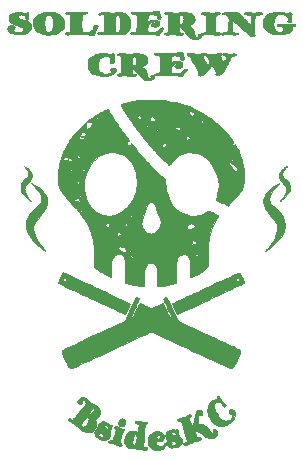
<source format=gbr>
%TF.GenerationSoftware,KiCad,Pcbnew,(6.0.7)*%
%TF.CreationDate,2022-09-06T20:50:32-05:00*%
%TF.ProjectId,Soldering Crew Badge,536f6c64-6572-4696-9e67-204372657720,rev?*%
%TF.SameCoordinates,Original*%
%TF.FileFunction,Legend,Top*%
%TF.FilePolarity,Positive*%
%FSLAX46Y46*%
G04 Gerber Fmt 4.6, Leading zero omitted, Abs format (unit mm)*
G04 Created by KiCad (PCBNEW (6.0.7)) date 2022-09-06 20:50:32*
%MOMM*%
%LPD*%
G01*
G04 APERTURE LIST*
%ADD10C,0.010000*%
G04 APERTURE END LIST*
%TO.C,G\u002A\u002A\u002A*%
G36*
X147603687Y-106460769D02*
G01*
X147684478Y-106292597D01*
X147752599Y-106164530D01*
X147808204Y-106076326D01*
X147851446Y-106027745D01*
X147882476Y-106018547D01*
X147883966Y-106019249D01*
X147904481Y-106028907D01*
X147961234Y-106055444D01*
X148052088Y-106097861D01*
X148174904Y-106155164D01*
X148327547Y-106226356D01*
X148507878Y-106310440D01*
X148713761Y-106406421D01*
X148943058Y-106513302D01*
X149193632Y-106630086D01*
X149463346Y-106755778D01*
X149750063Y-106889381D01*
X150051645Y-107029899D01*
X150365955Y-107176335D01*
X150690856Y-107327694D01*
X150708184Y-107335766D01*
X151033420Y-107487442D01*
X151347998Y-107634474D01*
X151649792Y-107775852D01*
X151936676Y-107910569D01*
X152206526Y-108037615D01*
X152457217Y-108155982D01*
X152686623Y-108264662D01*
X152892620Y-108362644D01*
X153073083Y-108448921D01*
X153225886Y-108522483D01*
X153348904Y-108582323D01*
X153440012Y-108627430D01*
X153497086Y-108656797D01*
X153518000Y-108669415D01*
X153518059Y-108669604D01*
X153509159Y-108701223D01*
X153484623Y-108762287D01*
X153447695Y-108846144D01*
X153401619Y-108946141D01*
X153349640Y-109055627D01*
X153295001Y-109167948D01*
X153240947Y-109276454D01*
X153190723Y-109374491D01*
X153147572Y-109455407D01*
X153114739Y-109512551D01*
X153095467Y-109539269D01*
X153093373Y-109540403D01*
X153070991Y-109532049D01*
X153012427Y-109506727D01*
X152919832Y-109465429D01*
X152795358Y-109409145D01*
X152641159Y-109338868D01*
X152459385Y-109255588D01*
X152252190Y-109160298D01*
X152021726Y-109053988D01*
X151770144Y-108937650D01*
X151499597Y-108812276D01*
X151212237Y-108678857D01*
X150910217Y-108538384D01*
X150595688Y-108391848D01*
X150270803Y-108240242D01*
X150258392Y-108234446D01*
X149874282Y-108055013D01*
X149526731Y-107892563D01*
X149213916Y-107746212D01*
X148934019Y-107615075D01*
X148685218Y-107498269D01*
X148465693Y-107394909D01*
X148273624Y-107304112D01*
X148107190Y-107224994D01*
X147964570Y-107156670D01*
X147843945Y-107098257D01*
X147743493Y-107048870D01*
X147661395Y-107007627D01*
X147595829Y-106973642D01*
X147544976Y-106946031D01*
X147507014Y-106923912D01*
X147480124Y-106906399D01*
X147462485Y-106892609D01*
X147452276Y-106881658D01*
X147447677Y-106872662D01*
X147446984Y-106869282D01*
X147453828Y-106826401D01*
X147479747Y-106749107D01*
X147523660Y-106640217D01*
X147524050Y-106639334D01*
X147824226Y-106639334D01*
X147840822Y-106680410D01*
X147881561Y-106728192D01*
X147932867Y-106770164D01*
X147981166Y-106793808D01*
X147993559Y-106795460D01*
X148037080Y-106781079D01*
X148088416Y-106745359D01*
X148101020Y-106733588D01*
X148140567Y-106683444D01*
X148161761Y-106635931D01*
X148162892Y-106626127D01*
X148147590Y-106581575D01*
X148110029Y-106529751D01*
X148062724Y-106484229D01*
X148018192Y-106458585D01*
X148006766Y-106456793D01*
X147963332Y-106465263D01*
X147922806Y-106480294D01*
X147869611Y-106524157D01*
X147833139Y-106590038D01*
X147824226Y-106639334D01*
X147524050Y-106639334D01*
X147584488Y-106502544D01*
X147603687Y-106460769D01*
G37*
D10*
X147603687Y-106460769D02*
X147684478Y-106292597D01*
X147752599Y-106164530D01*
X147808204Y-106076326D01*
X147851446Y-106027745D01*
X147882476Y-106018547D01*
X147883966Y-106019249D01*
X147904481Y-106028907D01*
X147961234Y-106055444D01*
X148052088Y-106097861D01*
X148174904Y-106155164D01*
X148327547Y-106226356D01*
X148507878Y-106310440D01*
X148713761Y-106406421D01*
X148943058Y-106513302D01*
X149193632Y-106630086D01*
X149463346Y-106755778D01*
X149750063Y-106889381D01*
X150051645Y-107029899D01*
X150365955Y-107176335D01*
X150690856Y-107327694D01*
X150708184Y-107335766D01*
X151033420Y-107487442D01*
X151347998Y-107634474D01*
X151649792Y-107775852D01*
X151936676Y-107910569D01*
X152206526Y-108037615D01*
X152457217Y-108155982D01*
X152686623Y-108264662D01*
X152892620Y-108362644D01*
X153073083Y-108448921D01*
X153225886Y-108522483D01*
X153348904Y-108582323D01*
X153440012Y-108627430D01*
X153497086Y-108656797D01*
X153518000Y-108669415D01*
X153518059Y-108669604D01*
X153509159Y-108701223D01*
X153484623Y-108762287D01*
X153447695Y-108846144D01*
X153401619Y-108946141D01*
X153349640Y-109055627D01*
X153295001Y-109167948D01*
X153240947Y-109276454D01*
X153190723Y-109374491D01*
X153147572Y-109455407D01*
X153114739Y-109512551D01*
X153095467Y-109539269D01*
X153093373Y-109540403D01*
X153070991Y-109532049D01*
X153012427Y-109506727D01*
X152919832Y-109465429D01*
X152795358Y-109409145D01*
X152641159Y-109338868D01*
X152459385Y-109255588D01*
X152252190Y-109160298D01*
X152021726Y-109053988D01*
X151770144Y-108937650D01*
X151499597Y-108812276D01*
X151212237Y-108678857D01*
X150910217Y-108538384D01*
X150595688Y-108391848D01*
X150270803Y-108240242D01*
X150258392Y-108234446D01*
X149874282Y-108055013D01*
X149526731Y-107892563D01*
X149213916Y-107746212D01*
X148934019Y-107615075D01*
X148685218Y-107498269D01*
X148465693Y-107394909D01*
X148273624Y-107304112D01*
X148107190Y-107224994D01*
X147964570Y-107156670D01*
X147843945Y-107098257D01*
X147743493Y-107048870D01*
X147661395Y-107007627D01*
X147595829Y-106973642D01*
X147544976Y-106946031D01*
X147507014Y-106923912D01*
X147480124Y-106906399D01*
X147462485Y-106892609D01*
X147452276Y-106881658D01*
X147447677Y-106872662D01*
X147446984Y-106869282D01*
X147453828Y-106826401D01*
X147479747Y-106749107D01*
X147523660Y-106640217D01*
X147524050Y-106639334D01*
X147824226Y-106639334D01*
X147840822Y-106680410D01*
X147881561Y-106728192D01*
X147932867Y-106770164D01*
X147981166Y-106793808D01*
X147993559Y-106795460D01*
X148037080Y-106781079D01*
X148088416Y-106745359D01*
X148101020Y-106733588D01*
X148140567Y-106683444D01*
X148161761Y-106635931D01*
X148162892Y-106626127D01*
X148147590Y-106581575D01*
X148110029Y-106529751D01*
X148062724Y-106484229D01*
X148018192Y-106458585D01*
X148006766Y-106456793D01*
X147963332Y-106465263D01*
X147922806Y-106480294D01*
X147869611Y-106524157D01*
X147833139Y-106590038D01*
X147824226Y-106639334D01*
X147524050Y-106639334D01*
X147584488Y-106502544D01*
X147603687Y-106460769D01*
G36*
X157912463Y-87371231D02*
G01*
X157961834Y-87397048D01*
X157982892Y-87450987D01*
X157984226Y-87475616D01*
X157991399Y-87527396D01*
X158010221Y-87602411D01*
X158036647Y-87684576D01*
X158037142Y-87685952D01*
X158074638Y-87803053D01*
X158089588Y-87889333D01*
X158081092Y-87950352D01*
X158048250Y-87991669D01*
X157990160Y-88018845D01*
X157982877Y-88021013D01*
X157914402Y-88037736D01*
X157870109Y-88037318D01*
X157834595Y-88017619D01*
X157812802Y-87997370D01*
X157784815Y-87960336D01*
X157776756Y-87915787D01*
X157782180Y-87860914D01*
X157786670Y-87796662D01*
X157774272Y-87749512D01*
X157739514Y-87715606D01*
X157676925Y-87691088D01*
X157581031Y-87672101D01*
X157498433Y-87660921D01*
X157356674Y-87649456D01*
X157229705Y-87650534D01*
X157124750Y-87663437D01*
X157049030Y-87687444D01*
X157018904Y-87708671D01*
X157008023Y-87739917D01*
X156997959Y-87802647D01*
X156989355Y-87886010D01*
X156982855Y-87979157D01*
X156979105Y-88071237D01*
X156978747Y-88151401D01*
X156982426Y-88208799D01*
X156987955Y-88229967D01*
X157007940Y-88239622D01*
X157047238Y-88226268D01*
X157105341Y-88192419D01*
X157246952Y-88126549D01*
X157411840Y-88091871D01*
X157585159Y-88089261D01*
X157723034Y-88114028D01*
X157832155Y-88165176D01*
X157909955Y-88240475D01*
X157953863Y-88337694D01*
X157963059Y-88417457D01*
X157944031Y-88511888D01*
X157890770Y-88589538D01*
X157809005Y-88647587D01*
X157704468Y-88683215D01*
X157582889Y-88693600D01*
X157450000Y-88675924D01*
X157441878Y-88673931D01*
X157357180Y-88638343D01*
X157306876Y-88588105D01*
X157289206Y-88530590D01*
X157302411Y-88473172D01*
X157344731Y-88423225D01*
X157414407Y-88388121D01*
X157509678Y-88375236D01*
X157513146Y-88375273D01*
X157582939Y-88381956D01*
X157627003Y-88403269D01*
X157647759Y-88425710D01*
X157684690Y-88474671D01*
X157699652Y-88415056D01*
X157697603Y-88350602D01*
X157657856Y-88300733D01*
X157583351Y-88268178D01*
X157531265Y-88258930D01*
X157423644Y-88260199D01*
X157323067Y-88291783D01*
X157222595Y-88356984D01*
X157119026Y-88455096D01*
X157053211Y-88528901D01*
X157012115Y-88585849D01*
X156988882Y-88637280D01*
X156977419Y-88689267D01*
X156972627Y-88750667D01*
X156972259Y-88830401D01*
X156975602Y-88916680D01*
X156981937Y-88997712D01*
X156990551Y-89061708D01*
X157000726Y-89096879D01*
X157002290Y-89098887D01*
X157026296Y-89102702D01*
X157085620Y-89106005D01*
X157173250Y-89108582D01*
X157282170Y-89110218D01*
X157389640Y-89110710D01*
X157765141Y-89110710D01*
X157911725Y-88975523D01*
X158024549Y-88876241D01*
X158114722Y-88808426D01*
X158185828Y-88770323D01*
X158241456Y-88760180D01*
X158285191Y-88776241D01*
X158297492Y-88786860D01*
X158317578Y-88815572D01*
X158317096Y-88848229D01*
X158293053Y-88892732D01*
X158242461Y-88956981D01*
X158225628Y-88976690D01*
X158159455Y-89057916D01*
X158088882Y-89151309D01*
X158042938Y-89216543D01*
X157995871Y-89283476D01*
X157953607Y-89338326D01*
X157925072Y-89369527D01*
X157924490Y-89370002D01*
X157872499Y-89389379D01*
X157791776Y-89392968D01*
X157692764Y-89381027D01*
X157613809Y-89362330D01*
X157580516Y-89354833D01*
X157535475Y-89348736D01*
X157474874Y-89343949D01*
X157394900Y-89340383D01*
X157291738Y-89337948D01*
X157161574Y-89336555D01*
X157000597Y-89336115D01*
X156804992Y-89336538D01*
X156570945Y-89337734D01*
X156566059Y-89337764D01*
X156368788Y-89338579D01*
X156183359Y-89338586D01*
X156014317Y-89337840D01*
X155866211Y-89336395D01*
X155743585Y-89334305D01*
X155650987Y-89331627D01*
X155592963Y-89328413D01*
X155575287Y-89325851D01*
X155538713Y-89300533D01*
X155532675Y-89254294D01*
X155532953Y-89251768D01*
X155537892Y-89225713D01*
X155550820Y-89207916D01*
X155579732Y-89195294D01*
X155632625Y-89184762D01*
X155717494Y-89173238D01*
X155745784Y-89169699D01*
X155838808Y-89156526D01*
X155919006Y-89142261D01*
X155974942Y-89129078D01*
X155991404Y-89122982D01*
X156005068Y-89110761D01*
X156016708Y-89087454D01*
X156026644Y-89049360D01*
X156035198Y-88992777D01*
X156042691Y-88914003D01*
X156049444Y-88809335D01*
X156055778Y-88675071D01*
X156062016Y-88507511D01*
X156068477Y-88302951D01*
X156071470Y-88200416D01*
X156075683Y-88041048D01*
X156077910Y-87918864D01*
X156077983Y-87828755D01*
X156075732Y-87765612D01*
X156070989Y-87724324D01*
X156063583Y-87699784D01*
X156054505Y-87687794D01*
X156021218Y-87673653D01*
X155956678Y-87656385D01*
X155871576Y-87638616D01*
X155813279Y-87628516D01*
X155697094Y-87607467D01*
X155618791Y-87586385D01*
X155573984Y-87562866D01*
X155558288Y-87534504D01*
X155567319Y-87498898D01*
X155569416Y-87494840D01*
X155593887Y-87466176D01*
X155635064Y-87446996D01*
X155698599Y-87436604D01*
X155790142Y-87434306D01*
X155915346Y-87439410D01*
X155983976Y-87443921D01*
X156118268Y-87449949D01*
X156286675Y-87451972D01*
X156481199Y-87450306D01*
X156693842Y-87445266D01*
X156916606Y-87437167D01*
X157141493Y-87426323D01*
X157360506Y-87413051D01*
X157565646Y-87397665D01*
X157748917Y-87380481D01*
X157831273Y-87371139D01*
X157912463Y-87371231D01*
G37*
X157912463Y-87371231D02*
X157961834Y-87397048D01*
X157982892Y-87450987D01*
X157984226Y-87475616D01*
X157991399Y-87527396D01*
X158010221Y-87602411D01*
X158036647Y-87684576D01*
X158037142Y-87685952D01*
X158074638Y-87803053D01*
X158089588Y-87889333D01*
X158081092Y-87950352D01*
X158048250Y-87991669D01*
X157990160Y-88018845D01*
X157982877Y-88021013D01*
X157914402Y-88037736D01*
X157870109Y-88037318D01*
X157834595Y-88017619D01*
X157812802Y-87997370D01*
X157784815Y-87960336D01*
X157776756Y-87915787D01*
X157782180Y-87860914D01*
X157786670Y-87796662D01*
X157774272Y-87749512D01*
X157739514Y-87715606D01*
X157676925Y-87691088D01*
X157581031Y-87672101D01*
X157498433Y-87660921D01*
X157356674Y-87649456D01*
X157229705Y-87650534D01*
X157124750Y-87663437D01*
X157049030Y-87687444D01*
X157018904Y-87708671D01*
X157008023Y-87739917D01*
X156997959Y-87802647D01*
X156989355Y-87886010D01*
X156982855Y-87979157D01*
X156979105Y-88071237D01*
X156978747Y-88151401D01*
X156982426Y-88208799D01*
X156987955Y-88229967D01*
X157007940Y-88239622D01*
X157047238Y-88226268D01*
X157105341Y-88192419D01*
X157246952Y-88126549D01*
X157411840Y-88091871D01*
X157585159Y-88089261D01*
X157723034Y-88114028D01*
X157832155Y-88165176D01*
X157909955Y-88240475D01*
X157953863Y-88337694D01*
X157963059Y-88417457D01*
X157944031Y-88511888D01*
X157890770Y-88589538D01*
X157809005Y-88647587D01*
X157704468Y-88683215D01*
X157582889Y-88693600D01*
X157450000Y-88675924D01*
X157441878Y-88673931D01*
X157357180Y-88638343D01*
X157306876Y-88588105D01*
X157289206Y-88530590D01*
X157302411Y-88473172D01*
X157344731Y-88423225D01*
X157414407Y-88388121D01*
X157509678Y-88375236D01*
X157513146Y-88375273D01*
X157582939Y-88381956D01*
X157627003Y-88403269D01*
X157647759Y-88425710D01*
X157684690Y-88474671D01*
X157699652Y-88415056D01*
X157697603Y-88350602D01*
X157657856Y-88300733D01*
X157583351Y-88268178D01*
X157531265Y-88258930D01*
X157423644Y-88260199D01*
X157323067Y-88291783D01*
X157222595Y-88356984D01*
X157119026Y-88455096D01*
X157053211Y-88528901D01*
X157012115Y-88585849D01*
X156988882Y-88637280D01*
X156977419Y-88689267D01*
X156972627Y-88750667D01*
X156972259Y-88830401D01*
X156975602Y-88916680D01*
X156981937Y-88997712D01*
X156990551Y-89061708D01*
X157000726Y-89096879D01*
X157002290Y-89098887D01*
X157026296Y-89102702D01*
X157085620Y-89106005D01*
X157173250Y-89108582D01*
X157282170Y-89110218D01*
X157389640Y-89110710D01*
X157765141Y-89110710D01*
X157911725Y-88975523D01*
X158024549Y-88876241D01*
X158114722Y-88808426D01*
X158185828Y-88770323D01*
X158241456Y-88760180D01*
X158285191Y-88776241D01*
X158297492Y-88786860D01*
X158317578Y-88815572D01*
X158317096Y-88848229D01*
X158293053Y-88892732D01*
X158242461Y-88956981D01*
X158225628Y-88976690D01*
X158159455Y-89057916D01*
X158088882Y-89151309D01*
X158042938Y-89216543D01*
X157995871Y-89283476D01*
X157953607Y-89338326D01*
X157925072Y-89369527D01*
X157924490Y-89370002D01*
X157872499Y-89389379D01*
X157791776Y-89392968D01*
X157692764Y-89381027D01*
X157613809Y-89362330D01*
X157580516Y-89354833D01*
X157535475Y-89348736D01*
X157474874Y-89343949D01*
X157394900Y-89340383D01*
X157291738Y-89337948D01*
X157161574Y-89336555D01*
X157000597Y-89336115D01*
X156804992Y-89336538D01*
X156570945Y-89337734D01*
X156566059Y-89337764D01*
X156368788Y-89338579D01*
X156183359Y-89338586D01*
X156014317Y-89337840D01*
X155866211Y-89336395D01*
X155743585Y-89334305D01*
X155650987Y-89331627D01*
X155592963Y-89328413D01*
X155575287Y-89325851D01*
X155538713Y-89300533D01*
X155532675Y-89254294D01*
X155532953Y-89251768D01*
X155537892Y-89225713D01*
X155550820Y-89207916D01*
X155579732Y-89195294D01*
X155632625Y-89184762D01*
X155717494Y-89173238D01*
X155745784Y-89169699D01*
X155838808Y-89156526D01*
X155919006Y-89142261D01*
X155974942Y-89129078D01*
X155991404Y-89122982D01*
X156005068Y-89110761D01*
X156016708Y-89087454D01*
X156026644Y-89049360D01*
X156035198Y-88992777D01*
X156042691Y-88914003D01*
X156049444Y-88809335D01*
X156055778Y-88675071D01*
X156062016Y-88507511D01*
X156068477Y-88302951D01*
X156071470Y-88200416D01*
X156075683Y-88041048D01*
X156077910Y-87918864D01*
X156077983Y-87828755D01*
X156075732Y-87765612D01*
X156070989Y-87724324D01*
X156063583Y-87699784D01*
X156054505Y-87687794D01*
X156021218Y-87673653D01*
X155956678Y-87656385D01*
X155871576Y-87638616D01*
X155813279Y-87628516D01*
X155697094Y-87607467D01*
X155618791Y-87586385D01*
X155573984Y-87562866D01*
X155558288Y-87534504D01*
X155567319Y-87498898D01*
X155569416Y-87494840D01*
X155593887Y-87466176D01*
X155635064Y-87446996D01*
X155698599Y-87436604D01*
X155790142Y-87434306D01*
X155915346Y-87439410D01*
X155983976Y-87443921D01*
X156118268Y-87449949D01*
X156286675Y-87451972D01*
X156481199Y-87450306D01*
X156693842Y-87445266D01*
X156916606Y-87437167D01*
X157141493Y-87426323D01*
X157360506Y-87413051D01*
X157565646Y-87397665D01*
X157748917Y-87380481D01*
X157831273Y-87371139D01*
X157912463Y-87371231D01*
G36*
X158178444Y-104444121D02*
G01*
X158155164Y-104440082D01*
X158153559Y-104444057D01*
X158134642Y-104456681D01*
X158086499Y-104469399D01*
X158053017Y-104474895D01*
X157882003Y-104515085D01*
X157738373Y-104585183D01*
X157624142Y-104683739D01*
X157541326Y-104809305D01*
X157520832Y-104857492D01*
X157499006Y-104922498D01*
X157481141Y-104992722D01*
X157466985Y-105072535D01*
X157456285Y-105166310D01*
X157448790Y-105278418D01*
X157444246Y-105413232D01*
X157442402Y-105575121D01*
X157443004Y-105768460D01*
X157445802Y-105997618D01*
X157447855Y-106121853D01*
X157461880Y-106919941D01*
X157410844Y-106930807D01*
X157280942Y-106958835D01*
X157121812Y-106993768D01*
X156945465Y-107032953D01*
X156777726Y-107070618D01*
X156602877Y-107107354D01*
X156431597Y-107138279D01*
X156270782Y-107162517D01*
X156127326Y-107179194D01*
X156008122Y-107187435D01*
X155920067Y-107186364D01*
X155893595Y-107182841D01*
X155845548Y-107173405D01*
X155851262Y-106524057D01*
X155852585Y-106316965D01*
X155852193Y-106146700D01*
X155849540Y-106007773D01*
X155844082Y-105894695D01*
X155835276Y-105801976D01*
X155822575Y-105724127D01*
X155805437Y-105655659D01*
X155783317Y-105591081D01*
X155755671Y-105524906D01*
X155751198Y-105514910D01*
X155673327Y-105382971D01*
X155574734Y-105287844D01*
X155454567Y-105228960D01*
X155311978Y-105205754D01*
X155287267Y-105205314D01*
X155145453Y-105220091D01*
X155026905Y-105265797D01*
X154929423Y-105344491D01*
X154850807Y-105458233D01*
X154788857Y-105609082D01*
X154764516Y-105694793D01*
X154755806Y-105739914D01*
X154749069Y-105801004D01*
X154744172Y-105882476D01*
X154740979Y-105988742D01*
X154739358Y-106124216D01*
X154739174Y-106293309D01*
X154740243Y-106493835D01*
X154745344Y-107176460D01*
X154598096Y-107176460D01*
X154513384Y-107173371D01*
X154403559Y-107165048D01*
X154285312Y-107152911D01*
X154211995Y-107143668D01*
X154117161Y-107128716D01*
X154001962Y-107107522D01*
X153872981Y-107081616D01*
X153736805Y-107052529D01*
X153600018Y-107021792D01*
X153469207Y-106990934D01*
X153350956Y-106961488D01*
X153251851Y-106934983D01*
X153178477Y-106912951D01*
X153137419Y-106896921D01*
X153131514Y-106892524D01*
X153127936Y-106866369D01*
X153125475Y-106803222D01*
X153124155Y-106708411D01*
X153123997Y-106587262D01*
X153125023Y-106445104D01*
X153127257Y-106287264D01*
X153128645Y-106213377D01*
X153132503Y-105890365D01*
X153129717Y-105607045D01*
X153119578Y-105361192D01*
X153101377Y-105150583D01*
X153074405Y-104972993D01*
X153037951Y-104826199D01*
X152991308Y-104707977D01*
X152933766Y-104616103D01*
X152864615Y-104548352D01*
X152783147Y-104502502D01*
X152688652Y-104476327D01*
X152580421Y-104467605D01*
X152571902Y-104467591D01*
X152411480Y-104486849D01*
X152271526Y-104542736D01*
X152153991Y-104634075D01*
X152060823Y-104759685D01*
X152047231Y-104784981D01*
X152006416Y-104875704D01*
X151974496Y-104973647D01*
X151950943Y-105084075D01*
X151935232Y-105212254D01*
X151926836Y-105363449D01*
X151925229Y-105542926D01*
X151929883Y-105755950D01*
X151935490Y-105902686D01*
X151940751Y-106039941D01*
X151944270Y-106162770D01*
X151945967Y-106264947D01*
X151945760Y-106340247D01*
X151943570Y-106382447D01*
X151941811Y-106389096D01*
X151909691Y-106392084D01*
X151843058Y-106372106D01*
X151742716Y-106329540D01*
X151609468Y-106264762D01*
X151444118Y-106178150D01*
X151247469Y-106070082D01*
X151172946Y-106028136D01*
X151035746Y-105949453D01*
X150906053Y-105873126D01*
X150789914Y-105802866D01*
X150693377Y-105742383D01*
X150622490Y-105695386D01*
X150586000Y-105668021D01*
X150550886Y-105635577D01*
X150522167Y-105602471D01*
X150499304Y-105564362D01*
X150481760Y-105516913D01*
X150468994Y-105455784D01*
X150460470Y-105376637D01*
X150455649Y-105275131D01*
X150453992Y-105146928D01*
X150454961Y-104987690D01*
X150458018Y-104793076D01*
X150460628Y-104657627D01*
X150464356Y-104424911D01*
X153264059Y-104424911D01*
X153279410Y-104444446D01*
X153319783Y-104481926D01*
X153376655Y-104529473D01*
X153380476Y-104532529D01*
X153438302Y-104581893D01*
X153479973Y-104623609D01*
X153496854Y-104648991D01*
X153496892Y-104649646D01*
X153511518Y-104676422D01*
X153549070Y-104719138D01*
X153581620Y-104750413D01*
X153653015Y-104802903D01*
X153714627Y-104825412D01*
X153760504Y-104816887D01*
X153782222Y-104785950D01*
X153782900Y-104736107D01*
X153769775Y-104695992D01*
X153744191Y-104645591D01*
X153729464Y-104615293D01*
X153698912Y-104587412D01*
X153659999Y-104572960D01*
X153609794Y-104553282D01*
X153556690Y-104518507D01*
X153519785Y-104484285D01*
X157185100Y-104484285D01*
X157190476Y-104509460D01*
X157217450Y-104529830D01*
X157239697Y-104517651D01*
X157243392Y-104500126D01*
X157231438Y-104464709D01*
X157223688Y-104457447D01*
X157198592Y-104458873D01*
X157185100Y-104484285D01*
X153519785Y-104484285D01*
X153514465Y-104479352D01*
X153496898Y-104446534D01*
X153496892Y-104446100D01*
X153479936Y-104426785D01*
X153467611Y-104424793D01*
X153439180Y-104407059D01*
X153432749Y-104393788D01*
X157730226Y-104393788D01*
X157737212Y-104431111D01*
X157766669Y-104444750D01*
X157793726Y-104445960D01*
X157839413Y-104439974D01*
X157855988Y-104415736D01*
X157857226Y-104397277D01*
X157852065Y-104371877D01*
X158873226Y-104371877D01*
X158883809Y-104382460D01*
X158894392Y-104371877D01*
X158883809Y-104361293D01*
X158873226Y-104371877D01*
X157852065Y-104371877D01*
X157847217Y-104348024D01*
X157832816Y-104324184D01*
X157796294Y-104310954D01*
X157758939Y-104328709D01*
X157733954Y-104368492D01*
X157730226Y-104393788D01*
X153432749Y-104393788D01*
X153427259Y-104382460D01*
X153402552Y-104348019D01*
X153378832Y-104340127D01*
X153338758Y-104352581D01*
X153295780Y-104381324D01*
X153267408Y-104413419D01*
X153264059Y-104424911D01*
X150464356Y-104424911D01*
X150464766Y-104399362D01*
X150465831Y-104177320D01*
X150463461Y-103985478D01*
X150462102Y-103948543D01*
X152438559Y-103948543D01*
X152449142Y-103959127D01*
X152459726Y-103948543D01*
X152449142Y-103937960D01*
X152438559Y-103948543D01*
X150462102Y-103948543D01*
X150461518Y-103932668D01*
X152523584Y-103932668D01*
X152525742Y-103967532D01*
X152535525Y-103997703D01*
X152558426Y-104029712D01*
X152599941Y-104070091D01*
X152665563Y-104125372D01*
X152728352Y-104176085D01*
X152809718Y-104239185D01*
X152881794Y-104291036D01*
X152936946Y-104326416D01*
X152967542Y-104340104D01*
X152968158Y-104340127D01*
X153010460Y-104331012D01*
X153066247Y-104308794D01*
X153071864Y-104306049D01*
X153113283Y-104283471D01*
X153137965Y-104259496D01*
X153150666Y-104226100D01*
X153415214Y-104226100D01*
X153443604Y-104276120D01*
X153447527Y-104280551D01*
X153494520Y-104307738D01*
X153549566Y-104293888D01*
X153613152Y-104238857D01*
X153622102Y-104228634D01*
X153661887Y-104179874D01*
X153663898Y-104177143D01*
X158894392Y-104177143D01*
X158904498Y-104210329D01*
X158926459Y-104236116D01*
X158947742Y-104242533D01*
X158954333Y-104234389D01*
X158954234Y-104195643D01*
X158949970Y-104180678D01*
X158927684Y-104153637D01*
X158903483Y-104154208D01*
X158894392Y-104177143D01*
X153663898Y-104177143D01*
X153690498Y-104141034D01*
X153693856Y-104135707D01*
X153695157Y-104107101D01*
X153683994Y-104100849D01*
X157249906Y-104100849D01*
X157275538Y-104107139D01*
X157285726Y-104107293D01*
X157319369Y-104103025D01*
X157315988Y-104087064D01*
X157311126Y-104081893D01*
X157282322Y-104067392D01*
X157260326Y-104081893D01*
X157249906Y-104100849D01*
X153683994Y-104100849D01*
X153667372Y-104091540D01*
X153622803Y-104093174D01*
X153596006Y-104102706D01*
X153543286Y-104126595D01*
X153481225Y-104152934D01*
X153481017Y-104153019D01*
X153427431Y-104186032D01*
X153415214Y-104226100D01*
X153150666Y-104226100D01*
X153152177Y-104222129D01*
X153162184Y-104159372D01*
X153166326Y-104125214D01*
X153171280Y-104071834D01*
X153166899Y-104041893D01*
X157801233Y-104041893D01*
X157803053Y-104062929D01*
X157832258Y-104081733D01*
X157874149Y-104085352D01*
X157909679Y-104074752D01*
X157920726Y-104056968D01*
X157905784Y-104020145D01*
X157887913Y-104000578D01*
X157856196Y-103984817D01*
X157825126Y-104003374D01*
X157821909Y-104006539D01*
X157801233Y-104041893D01*
X153166899Y-104041893D01*
X153165976Y-104035585D01*
X153143699Y-104004072D01*
X153097738Y-103964905D01*
X153066257Y-103940491D01*
X152996931Y-103891529D01*
X152934075Y-103861162D01*
X152859045Y-103841843D01*
X152798584Y-103832154D01*
X152700805Y-103821568D01*
X152641280Y-103823181D01*
X152621051Y-103831668D01*
X152582393Y-103850596D01*
X152561326Y-103853293D01*
X152535434Y-103862732D01*
X152524742Y-103897858D01*
X152523584Y-103932668D01*
X150461518Y-103932668D01*
X150457290Y-103817811D01*
X150446956Y-103668297D01*
X150434662Y-103554647D01*
X151981192Y-103554647D01*
X152001315Y-103583672D01*
X152008261Y-103589020D01*
X152049270Y-103604844D01*
X152053603Y-103601082D01*
X158705906Y-103601082D01*
X158709003Y-103651652D01*
X158732685Y-103701357D01*
X158738123Y-103707868D01*
X158765586Y-103732734D01*
X158790936Y-103730050D01*
X158821310Y-103709535D01*
X158860737Y-103671420D01*
X158879537Y-103639432D01*
X158907596Y-103612870D01*
X158975815Y-103594291D01*
X158997434Y-103591078D01*
X159060924Y-103581342D01*
X159093090Y-103568079D01*
X159104583Y-103542297D01*
X159106059Y-103499387D01*
X159092778Y-103431694D01*
X159059029Y-103371691D01*
X159013955Y-103332396D01*
X158982994Y-103324127D01*
X158946174Y-103308555D01*
X158924424Y-103287085D01*
X158888831Y-103265734D01*
X158849936Y-103277334D01*
X158820548Y-103315688D01*
X158813746Y-103340626D01*
X158794178Y-103389235D01*
X158776705Y-103409848D01*
X158754001Y-103448652D01*
X158746226Y-103494802D01*
X158739428Y-103542711D01*
X158725059Y-103567543D01*
X158705906Y-103601082D01*
X152053603Y-103601082D01*
X152073069Y-103584185D01*
X152075226Y-103534601D01*
X152057189Y-103488911D01*
X152027777Y-103480262D01*
X151996172Y-103510856D01*
X151993819Y-103515075D01*
X151981192Y-103554647D01*
X150434662Y-103554647D01*
X150432094Y-103530911D01*
X150412340Y-103399631D01*
X150400420Y-103337094D01*
X154160335Y-103337094D01*
X154163642Y-103345293D01*
X154182663Y-103365486D01*
X154186058Y-103366460D01*
X154195149Y-103350083D01*
X154195392Y-103345293D01*
X154179120Y-103324940D01*
X154172976Y-103324127D01*
X154160335Y-103337094D01*
X150400420Y-103337094D01*
X150394151Y-103304209D01*
X151655392Y-103304209D01*
X151662194Y-103323441D01*
X151677803Y-103306663D01*
X151684146Y-103292377D01*
X153920226Y-103292377D01*
X153931655Y-103320544D01*
X153941392Y-103324127D01*
X153960171Y-103306982D01*
X153962559Y-103292377D01*
X153951129Y-103264209D01*
X153941392Y-103260627D01*
X153922614Y-103277771D01*
X153920226Y-103292377D01*
X151684146Y-103292377D01*
X151684635Y-103291277D01*
X151686114Y-103269427D01*
X151676316Y-103271360D01*
X151656144Y-103298460D01*
X151655392Y-103304209D01*
X150394151Y-103304209D01*
X150387330Y-103268431D01*
X150372548Y-103200119D01*
X150363854Y-103165377D01*
X150427726Y-103165377D01*
X150438309Y-103175960D01*
X150448892Y-103165377D01*
X150438309Y-103154793D01*
X150427726Y-103165377D01*
X150363854Y-103165377D01*
X150341438Y-103075804D01*
X150329845Y-103035172D01*
X158725059Y-103035172D01*
X158779002Y-102984495D01*
X158812786Y-102949856D01*
X158816876Y-102931805D01*
X158794877Y-102919954D01*
X158750379Y-102913233D01*
X158729094Y-102938408D01*
X158725059Y-102979815D01*
X158725059Y-103035172D01*
X150329845Y-103035172D01*
X150305597Y-102950182D01*
X151253226Y-102950182D01*
X151263970Y-102988863D01*
X151291361Y-102990911D01*
X151303902Y-102979815D01*
X151319806Y-102965745D01*
X151360575Y-102932288D01*
X151394202Y-102921636D01*
X151452771Y-102906531D01*
X151486291Y-102859070D01*
X151491226Y-102842585D01*
X151490031Y-102804845D01*
X151466375Y-102794068D01*
X151429320Y-102808960D01*
X151387924Y-102848224D01*
X151380226Y-102858460D01*
X151339724Y-102900700D01*
X151299327Y-102921506D01*
X151294118Y-102921960D01*
X151260569Y-102934095D01*
X151253226Y-102950182D01*
X150305597Y-102950182D01*
X150298899Y-102926706D01*
X150247965Y-102761764D01*
X150221307Y-102680385D01*
X151169022Y-102680385D01*
X151177288Y-102723677D01*
X151201684Y-102751401D01*
X151232458Y-102746168D01*
X151244595Y-102731460D01*
X152173976Y-102731460D01*
X152180456Y-102748120D01*
X152204476Y-102752627D01*
X152239544Y-102743991D01*
X152248059Y-102731460D01*
X152231005Y-102712475D01*
X152217558Y-102710293D01*
X152181521Y-102723193D01*
X152173976Y-102731460D01*
X151244595Y-102731460D01*
X151259128Y-102713849D01*
X151270566Y-102671414D01*
X151271408Y-102639007D01*
X152369301Y-102639007D01*
X152370869Y-102672118D01*
X152378018Y-102682109D01*
X152389511Y-102721480D01*
X152385114Y-102754292D01*
X152389287Y-102798595D01*
X152421359Y-102841714D01*
X152469999Y-102877067D01*
X152523876Y-102898067D01*
X152571660Y-102898132D01*
X152598232Y-102878133D01*
X152628809Y-102865529D01*
X152688966Y-102868479D01*
X152694731Y-102869410D01*
X152754231Y-102874108D01*
X152777046Y-102862310D01*
X152777226Y-102860320D01*
X152762199Y-102838287D01*
X152756059Y-102837293D01*
X152745407Y-102823353D01*
X153444178Y-102823353D01*
X153447069Y-102884006D01*
X153461634Y-102938355D01*
X153488501Y-102963618D01*
X153515349Y-102970381D01*
X153575366Y-102975683D01*
X153606092Y-102964683D01*
X153618977Y-102932578D01*
X153619953Y-102926504D01*
X153610866Y-102884719D01*
X153579895Y-102839294D01*
X153563609Y-102824118D01*
X157920726Y-102824118D01*
X157936571Y-102853809D01*
X157952476Y-102858460D01*
X157980717Y-102854109D01*
X157984226Y-102850468D01*
X157970199Y-102832206D01*
X157952476Y-102816127D01*
X157927438Y-102801369D01*
X157920755Y-102820815D01*
X157920726Y-102824118D01*
X153563609Y-102824118D01*
X153537716Y-102799990D01*
X153495008Y-102776569D01*
X153462448Y-102778792D01*
X153460362Y-102780601D01*
X153444178Y-102823353D01*
X152745407Y-102823353D01*
X152741875Y-102818732D01*
X152735011Y-102773290D01*
X152734892Y-102765722D01*
X152729307Y-102731115D01*
X158672356Y-102731115D01*
X158676954Y-102749522D01*
X158692060Y-102752627D01*
X158721088Y-102747718D01*
X158725059Y-102743292D01*
X158709548Y-102723535D01*
X158681640Y-102723095D01*
X158672356Y-102731115D01*
X152729307Y-102731115D01*
X152725670Y-102708585D01*
X152691320Y-102662637D01*
X152665009Y-102640849D01*
X152614079Y-102608027D01*
X152564585Y-102595543D01*
X152495922Y-102598465D01*
X152490384Y-102599062D01*
X152409143Y-102614653D01*
X152369301Y-102639007D01*
X151271408Y-102639007D01*
X151271797Y-102624080D01*
X151257758Y-102607098D01*
X151228449Y-102608087D01*
X151185063Y-102632046D01*
X151169022Y-102680385D01*
X150221307Y-102680385D01*
X150191671Y-102589920D01*
X150133052Y-102420115D01*
X150075143Y-102261290D01*
X150020978Y-102122387D01*
X149999779Y-102073158D01*
X151356887Y-102073158D01*
X151362299Y-102089780D01*
X151401622Y-102114726D01*
X151419859Y-102117945D01*
X151461245Y-102124865D01*
X151520878Y-102141638D01*
X151536667Y-102146934D01*
X151618853Y-102166046D01*
X151679696Y-102154676D01*
X151729593Y-102110357D01*
X151737867Y-102099181D01*
X151766994Y-102041501D01*
X151780326Y-101998164D01*
X153054299Y-101998164D01*
X153059096Y-102019900D01*
X153088976Y-102046422D01*
X153128403Y-102054127D01*
X153166044Y-102057646D01*
X153167979Y-102072716D01*
X153158226Y-102085877D01*
X153144378Y-102110561D01*
X153166832Y-102117530D01*
X153174209Y-102117627D01*
X153222205Y-102103070D01*
X153242123Y-102086804D01*
X153256962Y-102050189D01*
X153253224Y-102032553D01*
X153254717Y-102000945D01*
X153274270Y-101969872D01*
X153300727Y-101914806D01*
X153294467Y-101856801D01*
X153263988Y-101820555D01*
X154494340Y-101820555D01*
X154501436Y-101959940D01*
X154530846Y-102093348D01*
X154582475Y-102228219D01*
X154595728Y-102256585D01*
X154691329Y-102415298D01*
X154811457Y-102548852D01*
X154949818Y-102651170D01*
X155056833Y-102701951D01*
X155157321Y-102723806D01*
X155278890Y-102727710D01*
X155404822Y-102714770D01*
X155518397Y-102686096D01*
X155560642Y-102668540D01*
X155650108Y-102612134D01*
X155750176Y-102528594D01*
X155851103Y-102427910D01*
X155943149Y-102320073D01*
X155998762Y-102240540D01*
X158308122Y-102240540D01*
X158318526Y-102270908D01*
X158322563Y-102275979D01*
X158338387Y-102310483D01*
X158323662Y-102338949D01*
X158310087Y-102375139D01*
X158320115Y-102406094D01*
X158338350Y-102413960D01*
X158362188Y-102401290D01*
X158391201Y-102377858D01*
X158433109Y-102354147D01*
X158466951Y-102362778D01*
X158509628Y-102375022D01*
X158571182Y-102378690D01*
X158638486Y-102374951D01*
X158698409Y-102364975D01*
X158737823Y-102349929D01*
X158746226Y-102337918D01*
X158763622Y-102312376D01*
X158783267Y-102307453D01*
X158816825Y-102293681D01*
X158869642Y-102258162D01*
X158930463Y-102208494D01*
X158932242Y-102206911D01*
X159044175Y-102107043D01*
X158980341Y-102030113D01*
X158904275Y-101963017D01*
X158842692Y-101939335D01*
X158789653Y-101924393D01*
X158757238Y-101906100D01*
X158755478Y-101903806D01*
X158758113Y-101873801D01*
X158783944Y-101836753D01*
X158820035Y-101807685D01*
X158844756Y-101800127D01*
X158866632Y-101783637D01*
X158872610Y-101747855D01*
X158861153Y-101713313D01*
X158851900Y-101704778D01*
X158827777Y-101712218D01*
X158782535Y-101743648D01*
X158724746Y-101792877D01*
X158707111Y-101809362D01*
X158644336Y-101864787D01*
X158588551Y-101906189D01*
X158549831Y-101926284D01*
X158544236Y-101927127D01*
X158497485Y-101944001D01*
X158444471Y-101986025D01*
X158397494Y-102040304D01*
X158368855Y-102093941D01*
X158365226Y-102114820D01*
X158351285Y-102172147D01*
X158330554Y-102205521D01*
X158308122Y-102240540D01*
X155998762Y-102240540D01*
X156016570Y-102215074D01*
X156035915Y-102181127D01*
X156074320Y-102102799D01*
X156097672Y-102035089D01*
X156110539Y-101960187D01*
X156114970Y-101897173D01*
X158350351Y-101897173D01*
X158353180Y-101903593D01*
X158384217Y-101926091D01*
X158415978Y-101908984D01*
X158419282Y-101904116D01*
X158420703Y-101870770D01*
X158415063Y-101862664D01*
X158386248Y-101855058D01*
X158358548Y-101870615D01*
X158350351Y-101897173D01*
X156114970Y-101897173D01*
X156117330Y-101863627D01*
X156119199Y-101773849D01*
X156114552Y-101690102D01*
X156101534Y-101605434D01*
X156078290Y-101512898D01*
X156042964Y-101405542D01*
X155993702Y-101276417D01*
X155928647Y-101118575D01*
X155901039Y-101053465D01*
X155847378Y-100924879D01*
X155796140Y-100797234D01*
X155751172Y-100680479D01*
X155716326Y-100584565D01*
X155698325Y-100529529D01*
X155635332Y-100346235D01*
X155566996Y-100204418D01*
X155492897Y-100103510D01*
X155412614Y-100042941D01*
X155325726Y-100022142D01*
X155323181Y-100022127D01*
X155244718Y-100042772D01*
X155162559Y-100104783D01*
X155076640Y-100208272D01*
X154986898Y-100353352D01*
X154893270Y-100540134D01*
X154795692Y-100768731D01*
X154694102Y-101039255D01*
X154607865Y-101292127D01*
X154547461Y-101494089D01*
X154509650Y-101667752D01*
X154494340Y-101820555D01*
X153263988Y-101820555D01*
X153257527Y-101812872D01*
X153220677Y-101801762D01*
X153193500Y-101824115D01*
X153151761Y-101857393D01*
X153126385Y-101866654D01*
X153088599Y-101892560D01*
X153061903Y-101942469D01*
X153054299Y-101998164D01*
X151780326Y-101998164D01*
X151789223Y-101969244D01*
X151792264Y-101953532D01*
X151793107Y-101947044D01*
X152375059Y-101947044D01*
X152390424Y-101968598D01*
X152396226Y-101969460D01*
X152416842Y-101962238D01*
X152417392Y-101960126D01*
X152402560Y-101942054D01*
X152396226Y-101937710D01*
X152376721Y-101939388D01*
X152375059Y-101947044D01*
X151793107Y-101947044D01*
X151799477Y-101898022D01*
X151794826Y-101874918D01*
X151776270Y-101875450D01*
X151774277Y-101876192D01*
X151736694Y-101870994D01*
X151682350Y-101839402D01*
X151663197Y-101824519D01*
X151585137Y-101760175D01*
X151462163Y-101911055D01*
X151402005Y-101987920D01*
X151367985Y-102040037D01*
X151356887Y-102073158D01*
X149999779Y-102073158D01*
X149973592Y-102012346D01*
X149959254Y-101982474D01*
X149866608Y-101813761D01*
X149748983Y-101626468D01*
X149713552Y-101575327D01*
X152671392Y-101575327D01*
X152687888Y-101606902D01*
X152729825Y-101650347D01*
X152785873Y-101696549D01*
X152844705Y-101736397D01*
X152894991Y-101760780D01*
X152905320Y-101763472D01*
X152949643Y-101771993D01*
X152969489Y-101776077D01*
X152993948Y-101766690D01*
X152996141Y-101764655D01*
X152995681Y-101740276D01*
X152969362Y-101706840D01*
X152928913Y-101674765D01*
X152903316Y-101662642D01*
X153842925Y-101662642D01*
X153844431Y-101691524D01*
X153871147Y-101703560D01*
X153904570Y-101694671D01*
X153920226Y-101672111D01*
X153904856Y-101645966D01*
X153897215Y-101640237D01*
X153865739Y-101639301D01*
X153842925Y-101662642D01*
X152903316Y-101662642D01*
X152886065Y-101654472D01*
X152869274Y-101651960D01*
X152819308Y-101633695D01*
X152785862Y-101599043D01*
X152750251Y-101563241D01*
X152710714Y-101547044D01*
X152680329Y-101553161D01*
X152671392Y-101575327D01*
X149713552Y-101575327D01*
X149612994Y-101430187D01*
X149590687Y-101400641D01*
X149943305Y-101400641D01*
X149966292Y-101436060D01*
X150011891Y-101460183D01*
X150057347Y-101442005D01*
X150063155Y-101436563D01*
X150075095Y-101403501D01*
X150053893Y-101373631D01*
X150008225Y-101356715D01*
X149991217Y-101355627D01*
X149950309Y-101368479D01*
X149943305Y-101400641D01*
X149590687Y-101400641D01*
X149465257Y-101234512D01*
X149456744Y-101224133D01*
X153524515Y-101224133D01*
X153532635Y-101251504D01*
X153535492Y-101254527D01*
X153557402Y-101296489D01*
X153560392Y-101317527D01*
X153576274Y-101347429D01*
X153615036Y-101355083D01*
X153663348Y-101340176D01*
X153673372Y-101333082D01*
X154010082Y-101333082D01*
X154012977Y-101334460D01*
X154032293Y-101319559D01*
X154036642Y-101313293D01*
X154042036Y-101293505D01*
X154039141Y-101292127D01*
X154019824Y-101307027D01*
X154015476Y-101313293D01*
X154010082Y-101333082D01*
X153673372Y-101333082D01*
X153691017Y-101320596D01*
X153725738Y-101269508D01*
X153718408Y-101215901D01*
X153694695Y-101182668D01*
X153642435Y-101148026D01*
X153588218Y-101155382D01*
X153549356Y-101186793D01*
X153524515Y-101224133D01*
X149456744Y-101224133D01*
X149328077Y-101067272D01*
X149264792Y-100990347D01*
X149230706Y-100940967D01*
X149224793Y-100917039D01*
X149246026Y-100916470D01*
X149255658Y-100919810D01*
X149300318Y-100919094D01*
X149319046Y-100908994D01*
X149361749Y-100894296D01*
X149392488Y-100896597D01*
X149453758Y-100899874D01*
X149488126Y-100870491D01*
X149496392Y-100824195D01*
X149494254Y-100789183D01*
X149480895Y-100770959D01*
X149445901Y-100764044D01*
X149379976Y-100762960D01*
X149313224Y-100764426D01*
X149278461Y-100771800D01*
X149265368Y-100789543D01*
X149263559Y-100813285D01*
X149251611Y-100863251D01*
X149233409Y-100888632D01*
X149211298Y-100896753D01*
X149182267Y-100882802D01*
X149138713Y-100842054D01*
X149111701Y-100813004D01*
X149067528Y-100764640D01*
X149001247Y-100692319D01*
X148919444Y-100603215D01*
X148828701Y-100504499D01*
X148746214Y-100414866D01*
X148636975Y-100294381D01*
X148517641Y-100159554D01*
X148392786Y-100015838D01*
X148314335Y-99924070D01*
X148819059Y-99924070D01*
X148828167Y-99990977D01*
X148853058Y-100024305D01*
X148890081Y-100020686D01*
X148908854Y-100006902D01*
X148945370Y-99983299D01*
X148981155Y-99991883D01*
X148992072Y-99998346D01*
X149034942Y-100014060D01*
X149058621Y-100002698D01*
X149103592Y-99980993D01*
X149152328Y-100001022D01*
X149182674Y-100032710D01*
X149223887Y-100075725D01*
X149252443Y-100080504D01*
X149272740Y-100047555D01*
X149274142Y-100043293D01*
X149305098Y-100007624D01*
X149334835Y-100000960D01*
X149386011Y-99988316D01*
X149423666Y-99958200D01*
X149432892Y-99933227D01*
X149416392Y-99918905D01*
X149380785Y-99917670D01*
X149346911Y-99928595D01*
X149337642Y-99937460D01*
X149307787Y-99955241D01*
X149283476Y-99958627D01*
X149256347Y-99950945D01*
X149244493Y-99920619D01*
X149242392Y-99875209D01*
X149237472Y-99818848D01*
X149225251Y-99782722D01*
X149221226Y-99778710D01*
X149205853Y-99750035D01*
X149200059Y-99704627D01*
X149194167Y-99656763D01*
X149181231Y-99631989D01*
X149165309Y-99603435D01*
X149151984Y-99551191D01*
X149242975Y-99551191D01*
X149245832Y-99596093D01*
X149258266Y-99626732D01*
X149261214Y-99629094D01*
X149279649Y-99656446D01*
X149294397Y-99699135D01*
X149320227Y-99772810D01*
X149353177Y-99824276D01*
X149387560Y-99847776D01*
X149417691Y-99837552D01*
X149423449Y-99829782D01*
X149423434Y-99796842D01*
X149414115Y-99783216D01*
X149399986Y-99749137D01*
X149391579Y-99690325D01*
X149390559Y-99660494D01*
X149386343Y-99594194D01*
X149369609Y-99554074D01*
X149338387Y-99527144D01*
X149293637Y-99502330D01*
X149264304Y-99492960D01*
X149249273Y-99510616D01*
X149242975Y-99551191D01*
X149151984Y-99551191D01*
X149150781Y-99546475D01*
X149140343Y-99475015D01*
X149136691Y-99402964D01*
X149136698Y-99402333D01*
X149125764Y-99328864D01*
X149094947Y-99278351D01*
X149051147Y-99260127D01*
X149015593Y-99271453D01*
X149013297Y-99296524D01*
X149030726Y-99313043D01*
X149044341Y-99340839D01*
X149051549Y-99393342D01*
X149051892Y-99408293D01*
X149056885Y-99464235D01*
X149069262Y-99499863D01*
X149073059Y-99503543D01*
X149086849Y-99532537D01*
X149093191Y-99587019D01*
X149092295Y-99650841D01*
X149084369Y-99707858D01*
X149069972Y-99741580D01*
X149032256Y-99755621D01*
X148984080Y-99753506D01*
X148937853Y-99750288D01*
X148915930Y-99770204D01*
X148910798Y-99785701D01*
X148884214Y-99827523D01*
X148859107Y-99842935D01*
X148828190Y-99869177D01*
X148819059Y-99924070D01*
X148314335Y-99924070D01*
X148266985Y-99868684D01*
X148144812Y-99723543D01*
X148069345Y-99632380D01*
X148848546Y-99632380D01*
X148868545Y-99640499D01*
X148890550Y-99641127D01*
X148935046Y-99630524D01*
X148946059Y-99609377D01*
X148930447Y-99581285D01*
X148916901Y-99577627D01*
X148879805Y-99592559D01*
X148861392Y-99609377D01*
X148848546Y-99632380D01*
X148069345Y-99632380D01*
X148030841Y-99585868D01*
X147931010Y-99462788D01*
X148504924Y-99462788D01*
X148515442Y-99471180D01*
X148536765Y-99471793D01*
X148585710Y-99486171D01*
X148607392Y-99503543D01*
X148645663Y-99525526D01*
X148702241Y-99535266D01*
X148705234Y-99535293D01*
X148758992Y-99527881D01*
X148776711Y-99504515D01*
X148776726Y-99503543D01*
X148758870Y-99478963D01*
X148709601Y-99471793D01*
X148648795Y-99460705D01*
X148603108Y-99436166D01*
X148571015Y-99412334D01*
X148546632Y-99418979D01*
X148528114Y-99436166D01*
X148504924Y-99462788D01*
X147931010Y-99462788D01*
X147929648Y-99461110D01*
X147845807Y-99354721D01*
X147783891Y-99272153D01*
X147766276Y-99246998D01*
X147706969Y-99148001D01*
X147816275Y-99148001D01*
X147845392Y-99150951D01*
X147875441Y-99147625D01*
X147871851Y-99140275D01*
X147828515Y-99137479D01*
X147818934Y-99140275D01*
X147816275Y-99148001D01*
X147706969Y-99148001D01*
X147622814Y-99007531D01*
X147519520Y-98769864D01*
X147499798Y-98696652D01*
X149605712Y-98696652D01*
X149608914Y-98863231D01*
X149618977Y-99009482D01*
X149622593Y-99041260D01*
X149680901Y-99373141D01*
X149769590Y-99686027D01*
X149887061Y-99976213D01*
X150031714Y-100239994D01*
X150201947Y-100473665D01*
X150278288Y-100559401D01*
X150452311Y-100724564D01*
X150644358Y-100873422D01*
X150844689Y-100999520D01*
X151043562Y-101096398D01*
X151144039Y-101133365D01*
X151384350Y-101192053D01*
X151637140Y-101219568D01*
X151890055Y-101215496D01*
X152130744Y-101179423D01*
X152177728Y-101167966D01*
X152400586Y-101099342D01*
X152601242Y-101013957D01*
X152787910Y-100906749D01*
X152968806Y-100772654D01*
X153152143Y-100606608D01*
X153189238Y-100568914D01*
X153902650Y-100568914D01*
X153909186Y-100618547D01*
X153936189Y-100662194D01*
X153973577Y-100691462D01*
X154011268Y-100697958D01*
X154035760Y-100679720D01*
X154034770Y-100647590D01*
X154014174Y-100600383D01*
X153983411Y-100553819D01*
X153951920Y-100523615D01*
X153939573Y-100519543D01*
X153913909Y-100537617D01*
X153902650Y-100568914D01*
X153189238Y-100568914D01*
X153250383Y-100506782D01*
X153365780Y-100381724D01*
X153459508Y-100269693D01*
X153542407Y-100156597D01*
X153625317Y-100028348D01*
X153651403Y-99985491D01*
X153753505Y-99809198D01*
X153834111Y-99652619D01*
X153898751Y-99502888D01*
X153952959Y-99347137D01*
X154002267Y-99172501D01*
X154004232Y-99164877D01*
X154055552Y-98942921D01*
X154088610Y-98740842D01*
X154105261Y-98541266D01*
X154107361Y-98326823D01*
X154104338Y-98227852D01*
X154071356Y-97873333D01*
X154001888Y-97537421D01*
X153896427Y-97221594D01*
X153755466Y-96927330D01*
X153581230Y-96658434D01*
X153398072Y-96440284D01*
X153199065Y-96258969D01*
X152979777Y-96111595D01*
X152735780Y-95995268D01*
X152462644Y-95907095D01*
X152411713Y-95894390D01*
X152229796Y-95856994D01*
X152068920Y-95839292D01*
X151912898Y-95840825D01*
X151745543Y-95861132D01*
X151676559Y-95873493D01*
X151380104Y-95948942D01*
X151106255Y-96057983D01*
X150853157Y-96201901D01*
X150618952Y-96381977D01*
X150401782Y-96599496D01*
X150199790Y-96855739D01*
X150150065Y-96928064D01*
X149958562Y-97249301D01*
X149804703Y-97583452D01*
X149690391Y-97926116D01*
X149653519Y-98076590D01*
X149633275Y-98199715D01*
X149618292Y-98352419D01*
X149608971Y-98522223D01*
X149605712Y-98696652D01*
X147499798Y-98696652D01*
X147454726Y-98529346D01*
X147429073Y-98314731D01*
X147930594Y-98314731D01*
X147940929Y-98328793D01*
X147965508Y-98319214D01*
X147996612Y-98302335D01*
X148032573Y-98286541D01*
X148049304Y-98298120D01*
X148051005Y-98302335D01*
X148073864Y-98325030D01*
X148104021Y-98325742D01*
X148120464Y-98304532D01*
X148120559Y-98302135D01*
X148116829Y-98294984D01*
X149021562Y-98294984D01*
X149040831Y-98328397D01*
X149063178Y-98368116D01*
X149072993Y-98429904D01*
X149073059Y-98435454D01*
X149083512Y-98502081D01*
X149114582Y-98532284D01*
X149147142Y-98531759D01*
X149161494Y-98509484D01*
X149172482Y-98459627D01*
X149174936Y-98435852D01*
X149175936Y-98370924D01*
X149170320Y-98320053D01*
X149167442Y-98310497D01*
X149158525Y-98269637D01*
X149151936Y-98205279D01*
X149150232Y-98170043D01*
X149143736Y-98105539D01*
X149131115Y-98063855D01*
X149116179Y-98050352D01*
X149102737Y-98070391D01*
X149097587Y-98095960D01*
X149081173Y-98150307D01*
X149063049Y-98180627D01*
X149027359Y-98240254D01*
X149021562Y-98294984D01*
X148116829Y-98294984D01*
X148104362Y-98271086D01*
X148078226Y-98249039D01*
X148044868Y-98216017D01*
X148035892Y-98191030D01*
X148024999Y-98162644D01*
X147999312Y-98164811D01*
X147969320Y-98194133D01*
X147956517Y-98216762D01*
X147935677Y-98273541D01*
X147930594Y-98314731D01*
X147429073Y-98314731D01*
X147427823Y-98304277D01*
X147427104Y-98286460D01*
X147813642Y-98286460D01*
X147814610Y-98305996D01*
X147821727Y-98307627D01*
X147851650Y-98292180D01*
X147855976Y-98286460D01*
X147855008Y-98266924D01*
X147847891Y-98265293D01*
X147817968Y-98280740D01*
X147813642Y-98286460D01*
X147427104Y-98286460D01*
X147423448Y-98195874D01*
X147424078Y-98124714D01*
X147429984Y-98085970D01*
X147440799Y-98074793D01*
X147455249Y-98066083D01*
X147443942Y-98033901D01*
X147440916Y-98028145D01*
X147431178Y-97985477D01*
X147430280Y-97971212D01*
X148760746Y-97971212D01*
X148763790Y-97981835D01*
X148786063Y-98000088D01*
X148830391Y-98027611D01*
X148855442Y-98028261D01*
X148856206Y-98006002D01*
X148830696Y-97983403D01*
X148796234Y-97973629D01*
X148760746Y-97971212D01*
X147430280Y-97971212D01*
X147426341Y-97908724D01*
X147426065Y-97805809D01*
X147428464Y-97732158D01*
X147998410Y-97732158D01*
X148007622Y-97753749D01*
X148023545Y-97757293D01*
X148052703Y-97740251D01*
X148057059Y-97723779D01*
X148044720Y-97700600D01*
X148019333Y-97704296D01*
X147998410Y-97732158D01*
X147428464Y-97732158D01*
X147430012Y-97684656D01*
X147437845Y-97553188D01*
X147442546Y-97497884D01*
X149393295Y-97497884D01*
X149398213Y-97535043D01*
X149419904Y-97565001D01*
X149441062Y-97558095D01*
X149453346Y-97519070D01*
X149454059Y-97503293D01*
X149447736Y-97458711D01*
X149432503Y-97439798D01*
X149432228Y-97439793D01*
X149405876Y-97457494D01*
X149393295Y-97497884D01*
X147442546Y-97497884D01*
X147449224Y-97419328D01*
X147453199Y-97384357D01*
X148257306Y-97384357D01*
X148260485Y-97406517D01*
X148285599Y-97425438D01*
X148342845Y-97425737D01*
X148352067Y-97424586D01*
X148411696Y-97423012D01*
X148445609Y-97435321D01*
X148447147Y-97437374D01*
X148479974Y-97459651D01*
X148526071Y-97441733D01*
X148568579Y-97402752D01*
X148619555Y-97340834D01*
X148623411Y-97331368D01*
X149454059Y-97331368D01*
X149464499Y-97385085D01*
X149485809Y-97418627D01*
X149511821Y-97460260D01*
X149517559Y-97491774D01*
X149526127Y-97547038D01*
X149551818Y-97563587D01*
X149594613Y-97541412D01*
X149605850Y-97531763D01*
X149635892Y-97495225D01*
X149644559Y-97471543D01*
X149658957Y-97439627D01*
X149686892Y-97408043D01*
X149721811Y-97354875D01*
X149726175Y-97296152D01*
X149703826Y-97253527D01*
X149663361Y-97233116D01*
X149613413Y-97229549D01*
X149575330Y-97243504D01*
X149570476Y-97249293D01*
X149541299Y-97265678D01*
X149505726Y-97270460D01*
X149468184Y-97277965D01*
X149454953Y-97308929D01*
X149454059Y-97331368D01*
X148623411Y-97331368D01*
X148636537Y-97299147D01*
X148627628Y-97285273D01*
X149096322Y-97285273D01*
X149109175Y-97307533D01*
X149147117Y-97312704D01*
X149163751Y-97312793D01*
X149236894Y-97297319D01*
X149274142Y-97270460D01*
X149299673Y-97237437D01*
X149296095Y-97212380D01*
X149273213Y-97184766D01*
X149217001Y-97150337D01*
X149169390Y-97147724D01*
X149126257Y-97156730D01*
X149106237Y-97181325D01*
X149098239Y-97233418D01*
X149096322Y-97285273D01*
X148627628Y-97285273D01*
X148619678Y-97272895D01*
X148573126Y-97258008D01*
X148521852Y-97253302D01*
X148481484Y-97267165D01*
X148434228Y-97306299D01*
X148427318Y-97312946D01*
X148367731Y-97359713D01*
X148324284Y-97369456D01*
X148321127Y-97368441D01*
X148277401Y-97363398D01*
X148257306Y-97384357D01*
X147453199Y-97384357D01*
X147463811Y-97290999D01*
X147475984Y-97207255D01*
X147522999Y-96968055D01*
X147588810Y-96707563D01*
X147664551Y-96453525D01*
X147893405Y-96453525D01*
X147906943Y-96493810D01*
X147906988Y-96493856D01*
X147944360Y-96508238D01*
X148007516Y-96513223D01*
X148081186Y-96509740D01*
X148150101Y-96498716D01*
X148198989Y-96481079D01*
X148206369Y-96475675D01*
X148241116Y-96458734D01*
X148270557Y-96479423D01*
X148296525Y-96534918D01*
X148322926Y-96566281D01*
X148342145Y-96571960D01*
X148370736Y-96583185D01*
X148374559Y-96593127D01*
X148391179Y-96611693D01*
X148431712Y-96613543D01*
X148482167Y-96600816D01*
X148528555Y-96575648D01*
X148537236Y-96568270D01*
X148577720Y-96513415D01*
X148580152Y-96455598D01*
X148544642Y-96387116D01*
X148539912Y-96380603D01*
X148493128Y-96332954D01*
X148442639Y-96320603D01*
X148376908Y-96341516D01*
X148361562Y-96349176D01*
X148318358Y-96368293D01*
X148295041Y-96364074D01*
X148279768Y-96342996D01*
X148252523Y-96301179D01*
X148242294Y-96286958D01*
X149009559Y-96286958D01*
X149022360Y-96348897D01*
X149060948Y-96377516D01*
X149125598Y-96372933D01*
X149172605Y-96356200D01*
X149246328Y-96316231D01*
X149293154Y-96273050D01*
X149305892Y-96240596D01*
X149289388Y-96214668D01*
X149277832Y-96212127D01*
X149245074Y-96197805D01*
X149203708Y-96163050D01*
X149201009Y-96160222D01*
X149152248Y-96108317D01*
X149080903Y-96162734D01*
X149031187Y-96209909D01*
X149011343Y-96259175D01*
X149009559Y-96286958D01*
X148242294Y-96286958D01*
X148214268Y-96247997D01*
X148208911Y-96240908D01*
X148159680Y-96176216D01*
X148036150Y-96236482D01*
X147968287Y-96271687D01*
X147929308Y-96300839D01*
X147909200Y-96334587D01*
X147897970Y-96383467D01*
X147893405Y-96453525D01*
X147664551Y-96453525D01*
X147670309Y-96434213D01*
X147685469Y-96389451D01*
X147760726Y-96389451D01*
X147771328Y-96433947D01*
X147792476Y-96444960D01*
X147820567Y-96429348D01*
X147824226Y-96415802D01*
X147809293Y-96378706D01*
X147792476Y-96360293D01*
X147769472Y-96347447D01*
X147761353Y-96367446D01*
X147760726Y-96389451D01*
X147685469Y-96389451D01*
X147764389Y-96156436D01*
X147811376Y-96032210D01*
X148141726Y-96032210D01*
X148152309Y-96042793D01*
X148162892Y-96032210D01*
X148152309Y-96021627D01*
X148141726Y-96032210D01*
X147811376Y-96032210D01*
X147817293Y-96016566D01*
X149399739Y-96016566D01*
X149420545Y-96019955D01*
X149447998Y-96016064D01*
X149448326Y-96008838D01*
X149419997Y-96003785D01*
X149407757Y-96007167D01*
X149399739Y-96016566D01*
X147817293Y-96016566D01*
X147867942Y-95882664D01*
X147951937Y-95682960D01*
X148522726Y-95682960D01*
X148541203Y-95696957D01*
X148586219Y-95702691D01*
X148591517Y-95702639D01*
X148633883Y-95700024D01*
X148637863Y-95692955D01*
X148617976Y-95682960D01*
X148559416Y-95664898D01*
X148527187Y-95670720D01*
X148522726Y-95682960D01*
X147951937Y-95682960D01*
X147977859Y-95621329D01*
X147995896Y-95583005D01*
X149675572Y-95583005D01*
X149686024Y-95604851D01*
X149725007Y-95627862D01*
X149772188Y-95659683D01*
X149799710Y-95691848D01*
X149800080Y-95692760D01*
X149825933Y-95722590D01*
X149857426Y-95715280D01*
X149867633Y-95702793D01*
X149866156Y-95671399D01*
X149849189Y-95644546D01*
X149817768Y-95598293D01*
X150829892Y-95598293D01*
X150837637Y-95615716D01*
X150844003Y-95612404D01*
X150846537Y-95587284D01*
X150844003Y-95584182D01*
X150831420Y-95587088D01*
X150829892Y-95598293D01*
X149817768Y-95598293D01*
X149817406Y-95597761D01*
X149794069Y-95548909D01*
X149767544Y-95505518D01*
X149735768Y-95503593D01*
X149697301Y-95543157D01*
X149692342Y-95550430D01*
X149675572Y-95583005D01*
X147995896Y-95583005D01*
X148069582Y-95426442D01*
X152925392Y-95426442D01*
X152926631Y-95483728D01*
X152933021Y-95505592D01*
X152948566Y-95498934D01*
X152960762Y-95487328D01*
X152984530Y-95444430D01*
X153000322Y-95380961D01*
X153002436Y-95361084D01*
X153008045Y-95237662D01*
X153005145Y-95153102D01*
X152993791Y-95108615D01*
X152991017Y-95105118D01*
X152978231Y-95113404D01*
X152963482Y-95153875D01*
X152948803Y-95216573D01*
X152936230Y-95291540D01*
X152927794Y-95368816D01*
X152925392Y-95426442D01*
X148069582Y-95426442D01*
X148091034Y-95380864D01*
X148165395Y-95242301D01*
X150131392Y-95242301D01*
X150143486Y-95250833D01*
X150163654Y-95238035D01*
X150185843Y-95212153D01*
X150186229Y-95201574D01*
X150162727Y-95201121D01*
X150138291Y-95222480D01*
X150131392Y-95242301D01*
X148165395Y-95242301D01*
X148204358Y-95169700D01*
X148216425Y-95149824D01*
X152824410Y-95149824D01*
X152833622Y-95171416D01*
X152849545Y-95174960D01*
X152878703Y-95157917D01*
X152883059Y-95141446D01*
X152870720Y-95118266D01*
X152845333Y-95121963D01*
X152824410Y-95149824D01*
X148216425Y-95149824D01*
X148261898Y-95074925D01*
X148294872Y-95026793D01*
X149972642Y-95026793D01*
X149973610Y-95046329D01*
X149980727Y-95047960D01*
X150010650Y-95032513D01*
X150014976Y-95026793D01*
X150014008Y-95007257D01*
X150006891Y-95005627D01*
X149976968Y-95021073D01*
X149972642Y-95026793D01*
X148294872Y-95026793D01*
X148337266Y-94964911D01*
X152754359Y-94964911D01*
X152770373Y-94996391D01*
X152803684Y-95011855D01*
X152847412Y-95020304D01*
X152865935Y-95023911D01*
X152888938Y-95011769D01*
X152894215Y-95004699D01*
X152894773Y-94970941D01*
X152865968Y-94939527D01*
X152819784Y-94921882D01*
X152806384Y-94920960D01*
X152766517Y-94934554D01*
X152754359Y-94964911D01*
X148337266Y-94964911D01*
X148397423Y-94877103D01*
X149200634Y-94877103D01*
X149209616Y-94896483D01*
X149246007Y-94894728D01*
X149286117Y-94877882D01*
X149318897Y-94852115D01*
X149327059Y-94835548D01*
X149320766Y-94828799D01*
X152787875Y-94828799D01*
X152800381Y-94849272D01*
X152828377Y-94870202D01*
X152839699Y-94855466D01*
X152832907Y-94825281D01*
X152811510Y-94803011D01*
X152797514Y-94805086D01*
X152787875Y-94828799D01*
X149320766Y-94828799D01*
X149310824Y-94818137D01*
X149274262Y-94817349D01*
X149235584Y-94832294D01*
X149225459Y-94840527D01*
X149200634Y-94877103D01*
X148397423Y-94877103D01*
X148481730Y-94754044D01*
X148532669Y-94688127D01*
X149200059Y-94688127D01*
X149210442Y-94737113D01*
X149242272Y-94750778D01*
X149296570Y-94729286D01*
X149327597Y-94708910D01*
X149373055Y-94684294D01*
X149399542Y-94685788D01*
X149400526Y-94687130D01*
X149427475Y-94701801D01*
X149481816Y-94715952D01*
X149518904Y-94722053D01*
X149581767Y-94733497D01*
X149625202Y-94747179D01*
X149635700Y-94754416D01*
X149664557Y-94774557D01*
X149693459Y-94761927D01*
X149707954Y-94723529D01*
X149707987Y-94722187D01*
X150472657Y-94722187D01*
X150477911Y-94751460D01*
X150484170Y-94758682D01*
X150515151Y-94772165D01*
X150532849Y-94750134D01*
X150533559Y-94741043D01*
X150516616Y-94712981D01*
X150501809Y-94709293D01*
X150472657Y-94722187D01*
X149707987Y-94722187D01*
X149708059Y-94719353D01*
X149691700Y-94668822D01*
X149658029Y-94646891D01*
X149614433Y-94619728D01*
X149595193Y-94594498D01*
X149566066Y-94569057D01*
X149518375Y-94561808D01*
X149472586Y-94574551D01*
X149462025Y-94582793D01*
X149433258Y-94587907D01*
X149403430Y-94563654D01*
X149379107Y-94526273D01*
X149386869Y-94490794D01*
X149392649Y-94480979D01*
X149420038Y-94452736D01*
X149459971Y-94451626D01*
X149480813Y-94456895D01*
X149535460Y-94477582D01*
X149571600Y-94498560D01*
X149607990Y-94511832D01*
X149624294Y-94507653D01*
X149652400Y-94512251D01*
X149696133Y-94541085D01*
X149718642Y-94561127D01*
X149764477Y-94599025D01*
X149800152Y-94617065D01*
X149810076Y-94616402D01*
X149823488Y-94586618D01*
X149813231Y-94540348D01*
X149792388Y-94506068D01*
X152702848Y-94506068D01*
X152735106Y-94518757D01*
X152781619Y-94546895D01*
X152794573Y-94577869D01*
X152808944Y-94615932D01*
X152828326Y-94622037D01*
X152840309Y-94594338D01*
X152840726Y-94584728D01*
X152824578Y-94545983D01*
X152786459Y-94510248D01*
X152741854Y-94488515D01*
X152708049Y-94490551D01*
X152702848Y-94506068D01*
X149792388Y-94506068D01*
X149784102Y-94492441D01*
X149763457Y-94472106D01*
X149733363Y-94440416D01*
X149735897Y-94409578D01*
X149745101Y-94393018D01*
X149764924Y-94342609D01*
X149771267Y-94287669D01*
X149764362Y-94242793D01*
X149744439Y-94222575D01*
X149742401Y-94222460D01*
X149705877Y-94207508D01*
X149685013Y-94188446D01*
X149653166Y-94166865D01*
X149600844Y-94163174D01*
X149565226Y-94166981D01*
X149502887Y-94171472D01*
X149470673Y-94161534D01*
X149461599Y-94148078D01*
X149434882Y-94120134D01*
X149420044Y-94116627D01*
X149393960Y-94099634D01*
X149390559Y-94084877D01*
X149401988Y-94056709D01*
X149411726Y-94053127D01*
X149429885Y-94036695D01*
X149431083Y-93997728D01*
X149416965Y-93951716D01*
X149397862Y-93922502D01*
X149393697Y-93918832D01*
X149697746Y-93918832D01*
X149705884Y-93926127D01*
X149731612Y-93917359D01*
X149782569Y-93894685D01*
X149830789Y-93871373D01*
X149892454Y-93838480D01*
X149937353Y-93810515D01*
X149952610Y-93797290D01*
X149953645Y-93796781D01*
X152421785Y-93796781D01*
X152423841Y-93815574D01*
X152433320Y-93812947D01*
X152460367Y-93817699D01*
X152507556Y-93843882D01*
X152547191Y-93872412D01*
X152598685Y-93912402D01*
X152634509Y-93939271D01*
X152644934Y-93946204D01*
X152648812Y-93929131D01*
X152649560Y-93899668D01*
X152633283Y-93856105D01*
X152593197Y-93816702D01*
X152540577Y-93786552D01*
X152486700Y-93770749D01*
X152442840Y-93774386D01*
X152421785Y-93796781D01*
X149953645Y-93796781D01*
X149980151Y-93783756D01*
X150029981Y-93777963D01*
X150031207Y-93777960D01*
X150090212Y-93765350D01*
X150152395Y-93723387D01*
X150178125Y-93699581D01*
X150227905Y-93644979D01*
X150251813Y-93597457D01*
X150258363Y-93539402D01*
X150258392Y-93533528D01*
X150258468Y-93533071D01*
X152332726Y-93533071D01*
X152340838Y-93574000D01*
X152373662Y-93587058D01*
X152387114Y-93587460D01*
X152426758Y-93580550D01*
X152436072Y-93552656D01*
X152434739Y-93539835D01*
X152410636Y-93497043D01*
X152380351Y-93485446D01*
X152344777Y-93488285D01*
X152333153Y-93518490D01*
X152332726Y-93533071D01*
X150258468Y-93533071D01*
X150272159Y-93451423D01*
X150293166Y-93425182D01*
X152233948Y-93425182D01*
X152236853Y-93437766D01*
X152248059Y-93439293D01*
X152265481Y-93431549D01*
X152262170Y-93425182D01*
X152237050Y-93422649D01*
X152233948Y-93425182D01*
X150293166Y-93425182D01*
X150316519Y-93396013D01*
X150371277Y-93368416D01*
X150399343Y-93345758D01*
X150401369Y-93328157D01*
X150374086Y-93303142D01*
X150327037Y-93294457D01*
X150280481Y-93304633D01*
X150269695Y-93311696D01*
X150239045Y-93323672D01*
X150227277Y-93313321D01*
X150198344Y-93297675D01*
X150147948Y-93291127D01*
X150147685Y-93291127D01*
X150088268Y-93280677D01*
X150045128Y-93257931D01*
X150011218Y-93236520D01*
X149974850Y-93244168D01*
X149958795Y-93252639D01*
X149881364Y-93303542D01*
X149841925Y-93348862D01*
X149835059Y-93376654D01*
X149825582Y-93421936D01*
X149806021Y-93469258D01*
X149788774Y-93516093D01*
X149792236Y-93564582D01*
X149804228Y-93603969D01*
X149819843Y-93659850D01*
X149816507Y-93694388D01*
X149801516Y-93716127D01*
X149776932Y-93753102D01*
X149771559Y-93771743D01*
X149756960Y-93803006D01*
X149742096Y-93818395D01*
X149717540Y-93849744D01*
X149700939Y-93888633D01*
X149697746Y-93918832D01*
X149393697Y-93918832D01*
X149360050Y-93889184D01*
X149341280Y-93889584D01*
X149346067Y-93922309D01*
X149352038Y-93936624D01*
X149364869Y-93983180D01*
X149347787Y-94020399D01*
X149341001Y-94028249D01*
X149311372Y-94078484D01*
X149309326Y-94124813D01*
X149327059Y-94148377D01*
X149341373Y-94176523D01*
X149348143Y-94227816D01*
X149348226Y-94234292D01*
X149342825Y-94282761D01*
X149329572Y-94306612D01*
X149327059Y-94307127D01*
X149310857Y-94325158D01*
X149305892Y-94357451D01*
X149293250Y-94408067D01*
X149274142Y-94434127D01*
X149252326Y-94473374D01*
X149242499Y-94535252D01*
X149242392Y-94542552D01*
X149237559Y-94594604D01*
X149225529Y-94622910D01*
X149221226Y-94624627D01*
X149206364Y-94643020D01*
X149200060Y-94687336D01*
X149200059Y-94688127D01*
X148532669Y-94688127D01*
X148733251Y-94428569D01*
X149009418Y-94105952D01*
X149303191Y-93793646D01*
X149607529Y-93499103D01*
X149915391Y-93229777D01*
X150157701Y-93041358D01*
X150534650Y-93041358D01*
X150545725Y-93057677D01*
X150553476Y-93058293D01*
X150581810Y-93042802D01*
X150587793Y-93034994D01*
X150617121Y-93021620D01*
X150661280Y-93023512D01*
X150720881Y-93021652D01*
X150745971Y-93004478D01*
X150785207Y-92981278D01*
X150829892Y-92973627D01*
X150882838Y-92962722D01*
X150914559Y-92941877D01*
X150929840Y-92916686D01*
X150912385Y-92910136D01*
X150910801Y-92910127D01*
X150869410Y-92924054D01*
X150857136Y-92933682D01*
X150825531Y-92946533D01*
X150789005Y-92923091D01*
X150744189Y-92861174D01*
X150743589Y-92860192D01*
X150716091Y-92821776D01*
X150703806Y-92822090D01*
X150702971Y-92830807D01*
X150688068Y-92865158D01*
X150649953Y-92913019D01*
X150618226Y-92944395D01*
X150558946Y-93003370D01*
X150534650Y-93041358D01*
X150157701Y-93041358D01*
X150219735Y-92993121D01*
X150247809Y-92972895D01*
X150335201Y-92910214D01*
X150410913Y-92855601D01*
X150467884Y-92814172D01*
X150499054Y-92791042D01*
X150501809Y-92788867D01*
X150548803Y-92752961D01*
X150601533Y-92716611D01*
X150646809Y-92688495D01*
X150671383Y-92677293D01*
X150678271Y-92692983D01*
X150674331Y-92708365D01*
X150674557Y-92742425D01*
X150682650Y-92751948D01*
X150697108Y-92743247D01*
X150699771Y-92726895D01*
X150838219Y-92726895D01*
X150842046Y-92747837D01*
X150859031Y-92779771D01*
X150869205Y-92770136D01*
X150872226Y-92725977D01*
X150867097Y-92688222D01*
X150851048Y-92690016D01*
X150850365Y-92690687D01*
X150838219Y-92726895D01*
X150699771Y-92726895D01*
X150703338Y-92705001D01*
X150707349Y-92676044D01*
X150723267Y-92649793D01*
X150757644Y-92620580D01*
X150817031Y-92582735D01*
X150899129Y-92535566D01*
X151015182Y-92471997D01*
X151137523Y-92408032D01*
X151259461Y-92346851D01*
X151374304Y-92291634D01*
X151475359Y-92245562D01*
X151555934Y-92211814D01*
X151609337Y-92193571D01*
X151623642Y-92191257D01*
X151649547Y-92202170D01*
X151681779Y-92237648D01*
X151723915Y-92302491D01*
X151777338Y-92397438D01*
X151833368Y-92496824D01*
X151908248Y-92623573D01*
X151997133Y-92769966D01*
X152095180Y-92928284D01*
X152197545Y-93090808D01*
X152299384Y-93249819D01*
X152395853Y-93397599D01*
X152482107Y-93526428D01*
X152523786Y-93586908D01*
X152596915Y-93690435D01*
X152683640Y-93811383D01*
X152779750Y-93944048D01*
X152881032Y-94082727D01*
X152983274Y-94221716D01*
X153082266Y-94355311D01*
X153173794Y-94477810D01*
X153253646Y-94583507D01*
X153317612Y-94666701D01*
X153361478Y-94721687D01*
X153364169Y-94724905D01*
X153419673Y-94798673D01*
X153441352Y-94848098D01*
X153429418Y-94874007D01*
X153404083Y-94878627D01*
X153372047Y-94892906D01*
X153331425Y-94927445D01*
X153329738Y-94929223D01*
X153305067Y-94959639D01*
X153292505Y-94992386D01*
X153290013Y-95040008D01*
X153295552Y-95115049D01*
X153297034Y-95130307D01*
X153305380Y-95208279D01*
X153314389Y-95253221D01*
X153328840Y-95274233D01*
X153353518Y-95280415D01*
X153376098Y-95280793D01*
X153460663Y-95268868D01*
X153537215Y-95237444D01*
X153593790Y-95193054D01*
X153617429Y-95149069D01*
X153629966Y-95106993D01*
X153642413Y-95091098D01*
X153659295Y-95107397D01*
X153696234Y-95151470D01*
X153748160Y-95217023D01*
X153809999Y-95297762D01*
X153824976Y-95317663D01*
X153915726Y-95434841D01*
X154028463Y-95574467D01*
X154156095Y-95728225D01*
X154291526Y-95887800D01*
X154427665Y-96044877D01*
X154557416Y-96191139D01*
X154673687Y-96318271D01*
X154723410Y-96370877D01*
X154810006Y-96462532D01*
X154904687Y-96564872D01*
X154992120Y-96661254D01*
X155025644Y-96698960D01*
X155141375Y-96826843D01*
X155275894Y-96969664D01*
X155424029Y-97122391D01*
X155580609Y-97279995D01*
X155740462Y-97437443D01*
X155898417Y-97589706D01*
X156049302Y-97731753D01*
X156187946Y-97858554D01*
X156309177Y-97965077D01*
X156407824Y-98046293D01*
X156421855Y-98057128D01*
X156495811Y-98113547D01*
X156509527Y-98406378D01*
X156544631Y-98798569D01*
X156612185Y-99164221D01*
X156712581Y-99504443D01*
X156846210Y-99820340D01*
X157013462Y-100113021D01*
X157202381Y-100368799D01*
X157369948Y-100557644D01*
X157534318Y-100713565D01*
X157704855Y-100844071D01*
X157890917Y-100956666D01*
X158011621Y-101017666D01*
X158234904Y-101111612D01*
X158449765Y-101174891D01*
X158672109Y-101211483D01*
X158832446Y-101223021D01*
X159077732Y-101221838D01*
X159297262Y-101194987D01*
X159500820Y-101139798D01*
X159698192Y-101053603D01*
X159899162Y-100933730D01*
X159903592Y-100930765D01*
X159999139Y-100869306D01*
X160070276Y-100830587D01*
X160125427Y-100810627D01*
X160168966Y-100805412D01*
X160212179Y-100811957D01*
X160275787Y-100832833D01*
X160363863Y-100869746D01*
X160480476Y-100924403D01*
X160629341Y-100998327D01*
X160744906Y-101057198D01*
X160846416Y-101109728D01*
X160928225Y-101152929D01*
X160984692Y-101183813D01*
X161010172Y-101199392D01*
X161011059Y-101200462D01*
X161000304Y-101229980D01*
X160967820Y-101292914D01*
X160913276Y-101389857D01*
X160836341Y-101521403D01*
X160774132Y-101625808D01*
X160631850Y-101873631D01*
X160515395Y-102101164D01*
X160420816Y-102318206D01*
X160344159Y-102534553D01*
X160281472Y-102760003D01*
X160238935Y-102952451D01*
X160214704Y-103077306D01*
X160194514Y-103191900D01*
X160177997Y-103301779D01*
X160164785Y-103412489D01*
X160154508Y-103529577D01*
X160146798Y-103658588D01*
X160141286Y-103805069D01*
X160137602Y-103974566D01*
X160135379Y-104172624D01*
X160134247Y-104404791D01*
X160133982Y-104530627D01*
X160133587Y-104749761D01*
X160132987Y-104930730D01*
X160131989Y-105077703D01*
X160130401Y-105194849D01*
X160128029Y-105286334D01*
X160124682Y-105356328D01*
X160120165Y-105409000D01*
X160114287Y-105448517D01*
X160106854Y-105479049D01*
X160097674Y-105504763D01*
X160087893Y-105526939D01*
X160044726Y-105603729D01*
X159986558Y-105674716D01*
X159907228Y-105745449D01*
X159800575Y-105821477D01*
X159671925Y-105901525D01*
X159548877Y-105973438D01*
X159414542Y-106049586D01*
X159275538Y-106126446D01*
X159138479Y-106200497D01*
X159009982Y-106268217D01*
X158896663Y-106326086D01*
X158805138Y-106370580D01*
X158742024Y-106398179D01*
X158731874Y-106401886D01*
X158676188Y-106419339D01*
X158647655Y-106420555D01*
X158633693Y-106403904D01*
X158628278Y-106388471D01*
X158624585Y-106353757D01*
X158622922Y-106284465D01*
X158623271Y-106188300D01*
X158625614Y-106072968D01*
X158629320Y-105961444D01*
X158634154Y-105733473D01*
X158631045Y-105512624D01*
X158620489Y-105305981D01*
X158602979Y-105120626D01*
X158579012Y-104963641D01*
X158551663Y-104850293D01*
X158516451Y-104755766D01*
X158471762Y-104683073D01*
X158408858Y-104615293D01*
X158346384Y-104559794D01*
X158281916Y-104509250D01*
X158260538Y-104494542D01*
X159025738Y-104494542D01*
X159031534Y-104544363D01*
X159059141Y-104589254D01*
X159104714Y-104618883D01*
X159164406Y-104622915D01*
X159169559Y-104621849D01*
X159214891Y-104607963D01*
X159236121Y-104596685D01*
X159249534Y-104568588D01*
X159263494Y-104518322D01*
X159264261Y-104514752D01*
X159270568Y-104467461D01*
X159259056Y-104448568D01*
X159238974Y-104445960D01*
X159194534Y-104435785D01*
X159178577Y-104425344D01*
X159143386Y-104415155D01*
X159094968Y-104421451D01*
X159045601Y-104450127D01*
X159025738Y-104494542D01*
X158260538Y-104494542D01*
X158223316Y-104468935D01*
X158178444Y-104444121D01*
G37*
X158178444Y-104444121D02*
X158155164Y-104440082D01*
X158153559Y-104444057D01*
X158134642Y-104456681D01*
X158086499Y-104469399D01*
X158053017Y-104474895D01*
X157882003Y-104515085D01*
X157738373Y-104585183D01*
X157624142Y-104683739D01*
X157541326Y-104809305D01*
X157520832Y-104857492D01*
X157499006Y-104922498D01*
X157481141Y-104992722D01*
X157466985Y-105072535D01*
X157456285Y-105166310D01*
X157448790Y-105278418D01*
X157444246Y-105413232D01*
X157442402Y-105575121D01*
X157443004Y-105768460D01*
X157445802Y-105997618D01*
X157447855Y-106121853D01*
X157461880Y-106919941D01*
X157410844Y-106930807D01*
X157280942Y-106958835D01*
X157121812Y-106993768D01*
X156945465Y-107032953D01*
X156777726Y-107070618D01*
X156602877Y-107107354D01*
X156431597Y-107138279D01*
X156270782Y-107162517D01*
X156127326Y-107179194D01*
X156008122Y-107187435D01*
X155920067Y-107186364D01*
X155893595Y-107182841D01*
X155845548Y-107173405D01*
X155851262Y-106524057D01*
X155852585Y-106316965D01*
X155852193Y-106146700D01*
X155849540Y-106007773D01*
X155844082Y-105894695D01*
X155835276Y-105801976D01*
X155822575Y-105724127D01*
X155805437Y-105655659D01*
X155783317Y-105591081D01*
X155755671Y-105524906D01*
X155751198Y-105514910D01*
X155673327Y-105382971D01*
X155574734Y-105287844D01*
X155454567Y-105228960D01*
X155311978Y-105205754D01*
X155287267Y-105205314D01*
X155145453Y-105220091D01*
X155026905Y-105265797D01*
X154929423Y-105344491D01*
X154850807Y-105458233D01*
X154788857Y-105609082D01*
X154764516Y-105694793D01*
X154755806Y-105739914D01*
X154749069Y-105801004D01*
X154744172Y-105882476D01*
X154740979Y-105988742D01*
X154739358Y-106124216D01*
X154739174Y-106293309D01*
X154740243Y-106493835D01*
X154745344Y-107176460D01*
X154598096Y-107176460D01*
X154513384Y-107173371D01*
X154403559Y-107165048D01*
X154285312Y-107152911D01*
X154211995Y-107143668D01*
X154117161Y-107128716D01*
X154001962Y-107107522D01*
X153872981Y-107081616D01*
X153736805Y-107052529D01*
X153600018Y-107021792D01*
X153469207Y-106990934D01*
X153350956Y-106961488D01*
X153251851Y-106934983D01*
X153178477Y-106912951D01*
X153137419Y-106896921D01*
X153131514Y-106892524D01*
X153127936Y-106866369D01*
X153125475Y-106803222D01*
X153124155Y-106708411D01*
X153123997Y-106587262D01*
X153125023Y-106445104D01*
X153127257Y-106287264D01*
X153128645Y-106213377D01*
X153132503Y-105890365D01*
X153129717Y-105607045D01*
X153119578Y-105361192D01*
X153101377Y-105150583D01*
X153074405Y-104972993D01*
X153037951Y-104826199D01*
X152991308Y-104707977D01*
X152933766Y-104616103D01*
X152864615Y-104548352D01*
X152783147Y-104502502D01*
X152688652Y-104476327D01*
X152580421Y-104467605D01*
X152571902Y-104467591D01*
X152411480Y-104486849D01*
X152271526Y-104542736D01*
X152153991Y-104634075D01*
X152060823Y-104759685D01*
X152047231Y-104784981D01*
X152006416Y-104875704D01*
X151974496Y-104973647D01*
X151950943Y-105084075D01*
X151935232Y-105212254D01*
X151926836Y-105363449D01*
X151925229Y-105542926D01*
X151929883Y-105755950D01*
X151935490Y-105902686D01*
X151940751Y-106039941D01*
X151944270Y-106162770D01*
X151945967Y-106264947D01*
X151945760Y-106340247D01*
X151943570Y-106382447D01*
X151941811Y-106389096D01*
X151909691Y-106392084D01*
X151843058Y-106372106D01*
X151742716Y-106329540D01*
X151609468Y-106264762D01*
X151444118Y-106178150D01*
X151247469Y-106070082D01*
X151172946Y-106028136D01*
X151035746Y-105949453D01*
X150906053Y-105873126D01*
X150789914Y-105802866D01*
X150693377Y-105742383D01*
X150622490Y-105695386D01*
X150586000Y-105668021D01*
X150550886Y-105635577D01*
X150522167Y-105602471D01*
X150499304Y-105564362D01*
X150481760Y-105516913D01*
X150468994Y-105455784D01*
X150460470Y-105376637D01*
X150455649Y-105275131D01*
X150453992Y-105146928D01*
X150454961Y-104987690D01*
X150458018Y-104793076D01*
X150460628Y-104657627D01*
X150464356Y-104424911D01*
X153264059Y-104424911D01*
X153279410Y-104444446D01*
X153319783Y-104481926D01*
X153376655Y-104529473D01*
X153380476Y-104532529D01*
X153438302Y-104581893D01*
X153479973Y-104623609D01*
X153496854Y-104648991D01*
X153496892Y-104649646D01*
X153511518Y-104676422D01*
X153549070Y-104719138D01*
X153581620Y-104750413D01*
X153653015Y-104802903D01*
X153714627Y-104825412D01*
X153760504Y-104816887D01*
X153782222Y-104785950D01*
X153782900Y-104736107D01*
X153769775Y-104695992D01*
X153744191Y-104645591D01*
X153729464Y-104615293D01*
X153698912Y-104587412D01*
X153659999Y-104572960D01*
X153609794Y-104553282D01*
X153556690Y-104518507D01*
X153519785Y-104484285D01*
X157185100Y-104484285D01*
X157190476Y-104509460D01*
X157217450Y-104529830D01*
X157239697Y-104517651D01*
X157243392Y-104500126D01*
X157231438Y-104464709D01*
X157223688Y-104457447D01*
X157198592Y-104458873D01*
X157185100Y-104484285D01*
X153519785Y-104484285D01*
X153514465Y-104479352D01*
X153496898Y-104446534D01*
X153496892Y-104446100D01*
X153479936Y-104426785D01*
X153467611Y-104424793D01*
X153439180Y-104407059D01*
X153432749Y-104393788D01*
X157730226Y-104393788D01*
X157737212Y-104431111D01*
X157766669Y-104444750D01*
X157793726Y-104445960D01*
X157839413Y-104439974D01*
X157855988Y-104415736D01*
X157857226Y-104397277D01*
X157852065Y-104371877D01*
X158873226Y-104371877D01*
X158883809Y-104382460D01*
X158894392Y-104371877D01*
X158883809Y-104361293D01*
X158873226Y-104371877D01*
X157852065Y-104371877D01*
X157847217Y-104348024D01*
X157832816Y-104324184D01*
X157796294Y-104310954D01*
X157758939Y-104328709D01*
X157733954Y-104368492D01*
X157730226Y-104393788D01*
X153432749Y-104393788D01*
X153427259Y-104382460D01*
X153402552Y-104348019D01*
X153378832Y-104340127D01*
X153338758Y-104352581D01*
X153295780Y-104381324D01*
X153267408Y-104413419D01*
X153264059Y-104424911D01*
X150464356Y-104424911D01*
X150464766Y-104399362D01*
X150465831Y-104177320D01*
X150463461Y-103985478D01*
X150462102Y-103948543D01*
X152438559Y-103948543D01*
X152449142Y-103959127D01*
X152459726Y-103948543D01*
X152449142Y-103937960D01*
X152438559Y-103948543D01*
X150462102Y-103948543D01*
X150461518Y-103932668D01*
X152523584Y-103932668D01*
X152525742Y-103967532D01*
X152535525Y-103997703D01*
X152558426Y-104029712D01*
X152599941Y-104070091D01*
X152665563Y-104125372D01*
X152728352Y-104176085D01*
X152809718Y-104239185D01*
X152881794Y-104291036D01*
X152936946Y-104326416D01*
X152967542Y-104340104D01*
X152968158Y-104340127D01*
X153010460Y-104331012D01*
X153066247Y-104308794D01*
X153071864Y-104306049D01*
X153113283Y-104283471D01*
X153137965Y-104259496D01*
X153150666Y-104226100D01*
X153415214Y-104226100D01*
X153443604Y-104276120D01*
X153447527Y-104280551D01*
X153494520Y-104307738D01*
X153549566Y-104293888D01*
X153613152Y-104238857D01*
X153622102Y-104228634D01*
X153661887Y-104179874D01*
X153663898Y-104177143D01*
X158894392Y-104177143D01*
X158904498Y-104210329D01*
X158926459Y-104236116D01*
X158947742Y-104242533D01*
X158954333Y-104234389D01*
X158954234Y-104195643D01*
X158949970Y-104180678D01*
X158927684Y-104153637D01*
X158903483Y-104154208D01*
X158894392Y-104177143D01*
X153663898Y-104177143D01*
X153690498Y-104141034D01*
X153693856Y-104135707D01*
X153695157Y-104107101D01*
X153683994Y-104100849D01*
X157249906Y-104100849D01*
X157275538Y-104107139D01*
X157285726Y-104107293D01*
X157319369Y-104103025D01*
X157315988Y-104087064D01*
X157311126Y-104081893D01*
X157282322Y-104067392D01*
X157260326Y-104081893D01*
X157249906Y-104100849D01*
X153683994Y-104100849D01*
X153667372Y-104091540D01*
X153622803Y-104093174D01*
X153596006Y-104102706D01*
X153543286Y-104126595D01*
X153481225Y-104152934D01*
X153481017Y-104153019D01*
X153427431Y-104186032D01*
X153415214Y-104226100D01*
X153150666Y-104226100D01*
X153152177Y-104222129D01*
X153162184Y-104159372D01*
X153166326Y-104125214D01*
X153171280Y-104071834D01*
X153166899Y-104041893D01*
X157801233Y-104041893D01*
X157803053Y-104062929D01*
X157832258Y-104081733D01*
X157874149Y-104085352D01*
X157909679Y-104074752D01*
X157920726Y-104056968D01*
X157905784Y-104020145D01*
X157887913Y-104000578D01*
X157856196Y-103984817D01*
X157825126Y-104003374D01*
X157821909Y-104006539D01*
X157801233Y-104041893D01*
X153166899Y-104041893D01*
X153165976Y-104035585D01*
X153143699Y-104004072D01*
X153097738Y-103964905D01*
X153066257Y-103940491D01*
X152996931Y-103891529D01*
X152934075Y-103861162D01*
X152859045Y-103841843D01*
X152798584Y-103832154D01*
X152700805Y-103821568D01*
X152641280Y-103823181D01*
X152621051Y-103831668D01*
X152582393Y-103850596D01*
X152561326Y-103853293D01*
X152535434Y-103862732D01*
X152524742Y-103897858D01*
X152523584Y-103932668D01*
X150461518Y-103932668D01*
X150457290Y-103817811D01*
X150446956Y-103668297D01*
X150434662Y-103554647D01*
X151981192Y-103554647D01*
X152001315Y-103583672D01*
X152008261Y-103589020D01*
X152049270Y-103604844D01*
X152053603Y-103601082D01*
X158705906Y-103601082D01*
X158709003Y-103651652D01*
X158732685Y-103701357D01*
X158738123Y-103707868D01*
X158765586Y-103732734D01*
X158790936Y-103730050D01*
X158821310Y-103709535D01*
X158860737Y-103671420D01*
X158879537Y-103639432D01*
X158907596Y-103612870D01*
X158975815Y-103594291D01*
X158997434Y-103591078D01*
X159060924Y-103581342D01*
X159093090Y-103568079D01*
X159104583Y-103542297D01*
X159106059Y-103499387D01*
X159092778Y-103431694D01*
X159059029Y-103371691D01*
X159013955Y-103332396D01*
X158982994Y-103324127D01*
X158946174Y-103308555D01*
X158924424Y-103287085D01*
X158888831Y-103265734D01*
X158849936Y-103277334D01*
X158820548Y-103315688D01*
X158813746Y-103340626D01*
X158794178Y-103389235D01*
X158776705Y-103409848D01*
X158754001Y-103448652D01*
X158746226Y-103494802D01*
X158739428Y-103542711D01*
X158725059Y-103567543D01*
X158705906Y-103601082D01*
X152053603Y-103601082D01*
X152073069Y-103584185D01*
X152075226Y-103534601D01*
X152057189Y-103488911D01*
X152027777Y-103480262D01*
X151996172Y-103510856D01*
X151993819Y-103515075D01*
X151981192Y-103554647D01*
X150434662Y-103554647D01*
X150432094Y-103530911D01*
X150412340Y-103399631D01*
X150400420Y-103337094D01*
X154160335Y-103337094D01*
X154163642Y-103345293D01*
X154182663Y-103365486D01*
X154186058Y-103366460D01*
X154195149Y-103350083D01*
X154195392Y-103345293D01*
X154179120Y-103324940D01*
X154172976Y-103324127D01*
X154160335Y-103337094D01*
X150400420Y-103337094D01*
X150394151Y-103304209D01*
X151655392Y-103304209D01*
X151662194Y-103323441D01*
X151677803Y-103306663D01*
X151684146Y-103292377D01*
X153920226Y-103292377D01*
X153931655Y-103320544D01*
X153941392Y-103324127D01*
X153960171Y-103306982D01*
X153962559Y-103292377D01*
X153951129Y-103264209D01*
X153941392Y-103260627D01*
X153922614Y-103277771D01*
X153920226Y-103292377D01*
X151684146Y-103292377D01*
X151684635Y-103291277D01*
X151686114Y-103269427D01*
X151676316Y-103271360D01*
X151656144Y-103298460D01*
X151655392Y-103304209D01*
X150394151Y-103304209D01*
X150387330Y-103268431D01*
X150372548Y-103200119D01*
X150363854Y-103165377D01*
X150427726Y-103165377D01*
X150438309Y-103175960D01*
X150448892Y-103165377D01*
X150438309Y-103154793D01*
X150427726Y-103165377D01*
X150363854Y-103165377D01*
X150341438Y-103075804D01*
X150329845Y-103035172D01*
X158725059Y-103035172D01*
X158779002Y-102984495D01*
X158812786Y-102949856D01*
X158816876Y-102931805D01*
X158794877Y-102919954D01*
X158750379Y-102913233D01*
X158729094Y-102938408D01*
X158725059Y-102979815D01*
X158725059Y-103035172D01*
X150329845Y-103035172D01*
X150305597Y-102950182D01*
X151253226Y-102950182D01*
X151263970Y-102988863D01*
X151291361Y-102990911D01*
X151303902Y-102979815D01*
X151319806Y-102965745D01*
X151360575Y-102932288D01*
X151394202Y-102921636D01*
X151452771Y-102906531D01*
X151486291Y-102859070D01*
X151491226Y-102842585D01*
X151490031Y-102804845D01*
X151466375Y-102794068D01*
X151429320Y-102808960D01*
X151387924Y-102848224D01*
X151380226Y-102858460D01*
X151339724Y-102900700D01*
X151299327Y-102921506D01*
X151294118Y-102921960D01*
X151260569Y-102934095D01*
X151253226Y-102950182D01*
X150305597Y-102950182D01*
X150298899Y-102926706D01*
X150247965Y-102761764D01*
X150221307Y-102680385D01*
X151169022Y-102680385D01*
X151177288Y-102723677D01*
X151201684Y-102751401D01*
X151232458Y-102746168D01*
X151244595Y-102731460D01*
X152173976Y-102731460D01*
X152180456Y-102748120D01*
X152204476Y-102752627D01*
X152239544Y-102743991D01*
X152248059Y-102731460D01*
X152231005Y-102712475D01*
X152217558Y-102710293D01*
X152181521Y-102723193D01*
X152173976Y-102731460D01*
X151244595Y-102731460D01*
X151259128Y-102713849D01*
X151270566Y-102671414D01*
X151271408Y-102639007D01*
X152369301Y-102639007D01*
X152370869Y-102672118D01*
X152378018Y-102682109D01*
X152389511Y-102721480D01*
X152385114Y-102754292D01*
X152389287Y-102798595D01*
X152421359Y-102841714D01*
X152469999Y-102877067D01*
X152523876Y-102898067D01*
X152571660Y-102898132D01*
X152598232Y-102878133D01*
X152628809Y-102865529D01*
X152688966Y-102868479D01*
X152694731Y-102869410D01*
X152754231Y-102874108D01*
X152777046Y-102862310D01*
X152777226Y-102860320D01*
X152762199Y-102838287D01*
X152756059Y-102837293D01*
X152745407Y-102823353D01*
X153444178Y-102823353D01*
X153447069Y-102884006D01*
X153461634Y-102938355D01*
X153488501Y-102963618D01*
X153515349Y-102970381D01*
X153575366Y-102975683D01*
X153606092Y-102964683D01*
X153618977Y-102932578D01*
X153619953Y-102926504D01*
X153610866Y-102884719D01*
X153579895Y-102839294D01*
X153563609Y-102824118D01*
X157920726Y-102824118D01*
X157936571Y-102853809D01*
X157952476Y-102858460D01*
X157980717Y-102854109D01*
X157984226Y-102850468D01*
X157970199Y-102832206D01*
X157952476Y-102816127D01*
X157927438Y-102801369D01*
X157920755Y-102820815D01*
X157920726Y-102824118D01*
X153563609Y-102824118D01*
X153537716Y-102799990D01*
X153495008Y-102776569D01*
X153462448Y-102778792D01*
X153460362Y-102780601D01*
X153444178Y-102823353D01*
X152745407Y-102823353D01*
X152741875Y-102818732D01*
X152735011Y-102773290D01*
X152734892Y-102765722D01*
X152729307Y-102731115D01*
X158672356Y-102731115D01*
X158676954Y-102749522D01*
X158692060Y-102752627D01*
X158721088Y-102747718D01*
X158725059Y-102743292D01*
X158709548Y-102723535D01*
X158681640Y-102723095D01*
X158672356Y-102731115D01*
X152729307Y-102731115D01*
X152725670Y-102708585D01*
X152691320Y-102662637D01*
X152665009Y-102640849D01*
X152614079Y-102608027D01*
X152564585Y-102595543D01*
X152495922Y-102598465D01*
X152490384Y-102599062D01*
X152409143Y-102614653D01*
X152369301Y-102639007D01*
X151271408Y-102639007D01*
X151271797Y-102624080D01*
X151257758Y-102607098D01*
X151228449Y-102608087D01*
X151185063Y-102632046D01*
X151169022Y-102680385D01*
X150221307Y-102680385D01*
X150191671Y-102589920D01*
X150133052Y-102420115D01*
X150075143Y-102261290D01*
X150020978Y-102122387D01*
X149999779Y-102073158D01*
X151356887Y-102073158D01*
X151362299Y-102089780D01*
X151401622Y-102114726D01*
X151419859Y-102117945D01*
X151461245Y-102124865D01*
X151520878Y-102141638D01*
X151536667Y-102146934D01*
X151618853Y-102166046D01*
X151679696Y-102154676D01*
X151729593Y-102110357D01*
X151737867Y-102099181D01*
X151766994Y-102041501D01*
X151780326Y-101998164D01*
X153054299Y-101998164D01*
X153059096Y-102019900D01*
X153088976Y-102046422D01*
X153128403Y-102054127D01*
X153166044Y-102057646D01*
X153167979Y-102072716D01*
X153158226Y-102085877D01*
X153144378Y-102110561D01*
X153166832Y-102117530D01*
X153174209Y-102117627D01*
X153222205Y-102103070D01*
X153242123Y-102086804D01*
X153256962Y-102050189D01*
X153253224Y-102032553D01*
X153254717Y-102000945D01*
X153274270Y-101969872D01*
X153300727Y-101914806D01*
X153294467Y-101856801D01*
X153263988Y-101820555D01*
X154494340Y-101820555D01*
X154501436Y-101959940D01*
X154530846Y-102093348D01*
X154582475Y-102228219D01*
X154595728Y-102256585D01*
X154691329Y-102415298D01*
X154811457Y-102548852D01*
X154949818Y-102651170D01*
X155056833Y-102701951D01*
X155157321Y-102723806D01*
X155278890Y-102727710D01*
X155404822Y-102714770D01*
X155518397Y-102686096D01*
X155560642Y-102668540D01*
X155650108Y-102612134D01*
X155750176Y-102528594D01*
X155851103Y-102427910D01*
X155943149Y-102320073D01*
X155998762Y-102240540D01*
X158308122Y-102240540D01*
X158318526Y-102270908D01*
X158322563Y-102275979D01*
X158338387Y-102310483D01*
X158323662Y-102338949D01*
X158310087Y-102375139D01*
X158320115Y-102406094D01*
X158338350Y-102413960D01*
X158362188Y-102401290D01*
X158391201Y-102377858D01*
X158433109Y-102354147D01*
X158466951Y-102362778D01*
X158509628Y-102375022D01*
X158571182Y-102378690D01*
X158638486Y-102374951D01*
X158698409Y-102364975D01*
X158737823Y-102349929D01*
X158746226Y-102337918D01*
X158763622Y-102312376D01*
X158783267Y-102307453D01*
X158816825Y-102293681D01*
X158869642Y-102258162D01*
X158930463Y-102208494D01*
X158932242Y-102206911D01*
X159044175Y-102107043D01*
X158980341Y-102030113D01*
X158904275Y-101963017D01*
X158842692Y-101939335D01*
X158789653Y-101924393D01*
X158757238Y-101906100D01*
X158755478Y-101903806D01*
X158758113Y-101873801D01*
X158783944Y-101836753D01*
X158820035Y-101807685D01*
X158844756Y-101800127D01*
X158866632Y-101783637D01*
X158872610Y-101747855D01*
X158861153Y-101713313D01*
X158851900Y-101704778D01*
X158827777Y-101712218D01*
X158782535Y-101743648D01*
X158724746Y-101792877D01*
X158707111Y-101809362D01*
X158644336Y-101864787D01*
X158588551Y-101906189D01*
X158549831Y-101926284D01*
X158544236Y-101927127D01*
X158497485Y-101944001D01*
X158444471Y-101986025D01*
X158397494Y-102040304D01*
X158368855Y-102093941D01*
X158365226Y-102114820D01*
X158351285Y-102172147D01*
X158330554Y-102205521D01*
X158308122Y-102240540D01*
X155998762Y-102240540D01*
X156016570Y-102215074D01*
X156035915Y-102181127D01*
X156074320Y-102102799D01*
X156097672Y-102035089D01*
X156110539Y-101960187D01*
X156114970Y-101897173D01*
X158350351Y-101897173D01*
X158353180Y-101903593D01*
X158384217Y-101926091D01*
X158415978Y-101908984D01*
X158419282Y-101904116D01*
X158420703Y-101870770D01*
X158415063Y-101862664D01*
X158386248Y-101855058D01*
X158358548Y-101870615D01*
X158350351Y-101897173D01*
X156114970Y-101897173D01*
X156117330Y-101863627D01*
X156119199Y-101773849D01*
X156114552Y-101690102D01*
X156101534Y-101605434D01*
X156078290Y-101512898D01*
X156042964Y-101405542D01*
X155993702Y-101276417D01*
X155928647Y-101118575D01*
X155901039Y-101053465D01*
X155847378Y-100924879D01*
X155796140Y-100797234D01*
X155751172Y-100680479D01*
X155716326Y-100584565D01*
X155698325Y-100529529D01*
X155635332Y-100346235D01*
X155566996Y-100204418D01*
X155492897Y-100103510D01*
X155412614Y-100042941D01*
X155325726Y-100022142D01*
X155323181Y-100022127D01*
X155244718Y-100042772D01*
X155162559Y-100104783D01*
X155076640Y-100208272D01*
X154986898Y-100353352D01*
X154893270Y-100540134D01*
X154795692Y-100768731D01*
X154694102Y-101039255D01*
X154607865Y-101292127D01*
X154547461Y-101494089D01*
X154509650Y-101667752D01*
X154494340Y-101820555D01*
X153263988Y-101820555D01*
X153257527Y-101812872D01*
X153220677Y-101801762D01*
X153193500Y-101824115D01*
X153151761Y-101857393D01*
X153126385Y-101866654D01*
X153088599Y-101892560D01*
X153061903Y-101942469D01*
X153054299Y-101998164D01*
X151780326Y-101998164D01*
X151789223Y-101969244D01*
X151792264Y-101953532D01*
X151793107Y-101947044D01*
X152375059Y-101947044D01*
X152390424Y-101968598D01*
X152396226Y-101969460D01*
X152416842Y-101962238D01*
X152417392Y-101960126D01*
X152402560Y-101942054D01*
X152396226Y-101937710D01*
X152376721Y-101939388D01*
X152375059Y-101947044D01*
X151793107Y-101947044D01*
X151799477Y-101898022D01*
X151794826Y-101874918D01*
X151776270Y-101875450D01*
X151774277Y-101876192D01*
X151736694Y-101870994D01*
X151682350Y-101839402D01*
X151663197Y-101824519D01*
X151585137Y-101760175D01*
X151462163Y-101911055D01*
X151402005Y-101987920D01*
X151367985Y-102040037D01*
X151356887Y-102073158D01*
X149999779Y-102073158D01*
X149973592Y-102012346D01*
X149959254Y-101982474D01*
X149866608Y-101813761D01*
X149748983Y-101626468D01*
X149713552Y-101575327D01*
X152671392Y-101575327D01*
X152687888Y-101606902D01*
X152729825Y-101650347D01*
X152785873Y-101696549D01*
X152844705Y-101736397D01*
X152894991Y-101760780D01*
X152905320Y-101763472D01*
X152949643Y-101771993D01*
X152969489Y-101776077D01*
X152993948Y-101766690D01*
X152996141Y-101764655D01*
X152995681Y-101740276D01*
X152969362Y-101706840D01*
X152928913Y-101674765D01*
X152903316Y-101662642D01*
X153842925Y-101662642D01*
X153844431Y-101691524D01*
X153871147Y-101703560D01*
X153904570Y-101694671D01*
X153920226Y-101672111D01*
X153904856Y-101645966D01*
X153897215Y-101640237D01*
X153865739Y-101639301D01*
X153842925Y-101662642D01*
X152903316Y-101662642D01*
X152886065Y-101654472D01*
X152869274Y-101651960D01*
X152819308Y-101633695D01*
X152785862Y-101599043D01*
X152750251Y-101563241D01*
X152710714Y-101547044D01*
X152680329Y-101553161D01*
X152671392Y-101575327D01*
X149713552Y-101575327D01*
X149612994Y-101430187D01*
X149590687Y-101400641D01*
X149943305Y-101400641D01*
X149966292Y-101436060D01*
X150011891Y-101460183D01*
X150057347Y-101442005D01*
X150063155Y-101436563D01*
X150075095Y-101403501D01*
X150053893Y-101373631D01*
X150008225Y-101356715D01*
X149991217Y-101355627D01*
X149950309Y-101368479D01*
X149943305Y-101400641D01*
X149590687Y-101400641D01*
X149465257Y-101234512D01*
X149456744Y-101224133D01*
X153524515Y-101224133D01*
X153532635Y-101251504D01*
X153535492Y-101254527D01*
X153557402Y-101296489D01*
X153560392Y-101317527D01*
X153576274Y-101347429D01*
X153615036Y-101355083D01*
X153663348Y-101340176D01*
X153673372Y-101333082D01*
X154010082Y-101333082D01*
X154012977Y-101334460D01*
X154032293Y-101319559D01*
X154036642Y-101313293D01*
X154042036Y-101293505D01*
X154039141Y-101292127D01*
X154019824Y-101307027D01*
X154015476Y-101313293D01*
X154010082Y-101333082D01*
X153673372Y-101333082D01*
X153691017Y-101320596D01*
X153725738Y-101269508D01*
X153718408Y-101215901D01*
X153694695Y-101182668D01*
X153642435Y-101148026D01*
X153588218Y-101155382D01*
X153549356Y-101186793D01*
X153524515Y-101224133D01*
X149456744Y-101224133D01*
X149328077Y-101067272D01*
X149264792Y-100990347D01*
X149230706Y-100940967D01*
X149224793Y-100917039D01*
X149246026Y-100916470D01*
X149255658Y-100919810D01*
X149300318Y-100919094D01*
X149319046Y-100908994D01*
X149361749Y-100894296D01*
X149392488Y-100896597D01*
X149453758Y-100899874D01*
X149488126Y-100870491D01*
X149496392Y-100824195D01*
X149494254Y-100789183D01*
X149480895Y-100770959D01*
X149445901Y-100764044D01*
X149379976Y-100762960D01*
X149313224Y-100764426D01*
X149278461Y-100771800D01*
X149265368Y-100789543D01*
X149263559Y-100813285D01*
X149251611Y-100863251D01*
X149233409Y-100888632D01*
X149211298Y-100896753D01*
X149182267Y-100882802D01*
X149138713Y-100842054D01*
X149111701Y-100813004D01*
X149067528Y-100764640D01*
X149001247Y-100692319D01*
X148919444Y-100603215D01*
X148828701Y-100504499D01*
X148746214Y-100414866D01*
X148636975Y-100294381D01*
X148517641Y-100159554D01*
X148392786Y-100015838D01*
X148314335Y-99924070D01*
X148819059Y-99924070D01*
X148828167Y-99990977D01*
X148853058Y-100024305D01*
X148890081Y-100020686D01*
X148908854Y-100006902D01*
X148945370Y-99983299D01*
X148981155Y-99991883D01*
X148992072Y-99998346D01*
X149034942Y-100014060D01*
X149058621Y-100002698D01*
X149103592Y-99980993D01*
X149152328Y-100001022D01*
X149182674Y-100032710D01*
X149223887Y-100075725D01*
X149252443Y-100080504D01*
X149272740Y-100047555D01*
X149274142Y-100043293D01*
X149305098Y-100007624D01*
X149334835Y-100000960D01*
X149386011Y-99988316D01*
X149423666Y-99958200D01*
X149432892Y-99933227D01*
X149416392Y-99918905D01*
X149380785Y-99917670D01*
X149346911Y-99928595D01*
X149337642Y-99937460D01*
X149307787Y-99955241D01*
X149283476Y-99958627D01*
X149256347Y-99950945D01*
X149244493Y-99920619D01*
X149242392Y-99875209D01*
X149237472Y-99818848D01*
X149225251Y-99782722D01*
X149221226Y-99778710D01*
X149205853Y-99750035D01*
X149200059Y-99704627D01*
X149194167Y-99656763D01*
X149181231Y-99631989D01*
X149165309Y-99603435D01*
X149151984Y-99551191D01*
X149242975Y-99551191D01*
X149245832Y-99596093D01*
X149258266Y-99626732D01*
X149261214Y-99629094D01*
X149279649Y-99656446D01*
X149294397Y-99699135D01*
X149320227Y-99772810D01*
X149353177Y-99824276D01*
X149387560Y-99847776D01*
X149417691Y-99837552D01*
X149423449Y-99829782D01*
X149423434Y-99796842D01*
X149414115Y-99783216D01*
X149399986Y-99749137D01*
X149391579Y-99690325D01*
X149390559Y-99660494D01*
X149386343Y-99594194D01*
X149369609Y-99554074D01*
X149338387Y-99527144D01*
X149293637Y-99502330D01*
X149264304Y-99492960D01*
X149249273Y-99510616D01*
X149242975Y-99551191D01*
X149151984Y-99551191D01*
X149150781Y-99546475D01*
X149140343Y-99475015D01*
X149136691Y-99402964D01*
X149136698Y-99402333D01*
X149125764Y-99328864D01*
X149094947Y-99278351D01*
X149051147Y-99260127D01*
X149015593Y-99271453D01*
X149013297Y-99296524D01*
X149030726Y-99313043D01*
X149044341Y-99340839D01*
X149051549Y-99393342D01*
X149051892Y-99408293D01*
X149056885Y-99464235D01*
X149069262Y-99499863D01*
X149073059Y-99503543D01*
X149086849Y-99532537D01*
X149093191Y-99587019D01*
X149092295Y-99650841D01*
X149084369Y-99707858D01*
X149069972Y-99741580D01*
X149032256Y-99755621D01*
X148984080Y-99753506D01*
X148937853Y-99750288D01*
X148915930Y-99770204D01*
X148910798Y-99785701D01*
X148884214Y-99827523D01*
X148859107Y-99842935D01*
X148828190Y-99869177D01*
X148819059Y-99924070D01*
X148314335Y-99924070D01*
X148266985Y-99868684D01*
X148144812Y-99723543D01*
X148069345Y-99632380D01*
X148848546Y-99632380D01*
X148868545Y-99640499D01*
X148890550Y-99641127D01*
X148935046Y-99630524D01*
X148946059Y-99609377D01*
X148930447Y-99581285D01*
X148916901Y-99577627D01*
X148879805Y-99592559D01*
X148861392Y-99609377D01*
X148848546Y-99632380D01*
X148069345Y-99632380D01*
X148030841Y-99585868D01*
X147931010Y-99462788D01*
X148504924Y-99462788D01*
X148515442Y-99471180D01*
X148536765Y-99471793D01*
X148585710Y-99486171D01*
X148607392Y-99503543D01*
X148645663Y-99525526D01*
X148702241Y-99535266D01*
X148705234Y-99535293D01*
X148758992Y-99527881D01*
X148776711Y-99504515D01*
X148776726Y-99503543D01*
X148758870Y-99478963D01*
X148709601Y-99471793D01*
X148648795Y-99460705D01*
X148603108Y-99436166D01*
X148571015Y-99412334D01*
X148546632Y-99418979D01*
X148528114Y-99436166D01*
X148504924Y-99462788D01*
X147931010Y-99462788D01*
X147929648Y-99461110D01*
X147845807Y-99354721D01*
X147783891Y-99272153D01*
X147766276Y-99246998D01*
X147706969Y-99148001D01*
X147816275Y-99148001D01*
X147845392Y-99150951D01*
X147875441Y-99147625D01*
X147871851Y-99140275D01*
X147828515Y-99137479D01*
X147818934Y-99140275D01*
X147816275Y-99148001D01*
X147706969Y-99148001D01*
X147622814Y-99007531D01*
X147519520Y-98769864D01*
X147499798Y-98696652D01*
X149605712Y-98696652D01*
X149608914Y-98863231D01*
X149618977Y-99009482D01*
X149622593Y-99041260D01*
X149680901Y-99373141D01*
X149769590Y-99686027D01*
X149887061Y-99976213D01*
X150031714Y-100239994D01*
X150201947Y-100473665D01*
X150278288Y-100559401D01*
X150452311Y-100724564D01*
X150644358Y-100873422D01*
X150844689Y-100999520D01*
X151043562Y-101096398D01*
X151144039Y-101133365D01*
X151384350Y-101192053D01*
X151637140Y-101219568D01*
X151890055Y-101215496D01*
X152130744Y-101179423D01*
X152177728Y-101167966D01*
X152400586Y-101099342D01*
X152601242Y-101013957D01*
X152787910Y-100906749D01*
X152968806Y-100772654D01*
X153152143Y-100606608D01*
X153189238Y-100568914D01*
X153902650Y-100568914D01*
X153909186Y-100618547D01*
X153936189Y-100662194D01*
X153973577Y-100691462D01*
X154011268Y-100697958D01*
X154035760Y-100679720D01*
X154034770Y-100647590D01*
X154014174Y-100600383D01*
X153983411Y-100553819D01*
X153951920Y-100523615D01*
X153939573Y-100519543D01*
X153913909Y-100537617D01*
X153902650Y-100568914D01*
X153189238Y-100568914D01*
X153250383Y-100506782D01*
X153365780Y-100381724D01*
X153459508Y-100269693D01*
X153542407Y-100156597D01*
X153625317Y-100028348D01*
X153651403Y-99985491D01*
X153753505Y-99809198D01*
X153834111Y-99652619D01*
X153898751Y-99502888D01*
X153952959Y-99347137D01*
X154002267Y-99172501D01*
X154004232Y-99164877D01*
X154055552Y-98942921D01*
X154088610Y-98740842D01*
X154105261Y-98541266D01*
X154107361Y-98326823D01*
X154104338Y-98227852D01*
X154071356Y-97873333D01*
X154001888Y-97537421D01*
X153896427Y-97221594D01*
X153755466Y-96927330D01*
X153581230Y-96658434D01*
X153398072Y-96440284D01*
X153199065Y-96258969D01*
X152979777Y-96111595D01*
X152735780Y-95995268D01*
X152462644Y-95907095D01*
X152411713Y-95894390D01*
X152229796Y-95856994D01*
X152068920Y-95839292D01*
X151912898Y-95840825D01*
X151745543Y-95861132D01*
X151676559Y-95873493D01*
X151380104Y-95948942D01*
X151106255Y-96057983D01*
X150853157Y-96201901D01*
X150618952Y-96381977D01*
X150401782Y-96599496D01*
X150199790Y-96855739D01*
X150150065Y-96928064D01*
X149958562Y-97249301D01*
X149804703Y-97583452D01*
X149690391Y-97926116D01*
X149653519Y-98076590D01*
X149633275Y-98199715D01*
X149618292Y-98352419D01*
X149608971Y-98522223D01*
X149605712Y-98696652D01*
X147499798Y-98696652D01*
X147454726Y-98529346D01*
X147429073Y-98314731D01*
X147930594Y-98314731D01*
X147940929Y-98328793D01*
X147965508Y-98319214D01*
X147996612Y-98302335D01*
X148032573Y-98286541D01*
X148049304Y-98298120D01*
X148051005Y-98302335D01*
X148073864Y-98325030D01*
X148104021Y-98325742D01*
X148120464Y-98304532D01*
X148120559Y-98302135D01*
X148116829Y-98294984D01*
X149021562Y-98294984D01*
X149040831Y-98328397D01*
X149063178Y-98368116D01*
X149072993Y-98429904D01*
X149073059Y-98435454D01*
X149083512Y-98502081D01*
X149114582Y-98532284D01*
X149147142Y-98531759D01*
X149161494Y-98509484D01*
X149172482Y-98459627D01*
X149174936Y-98435852D01*
X149175936Y-98370924D01*
X149170320Y-98320053D01*
X149167442Y-98310497D01*
X149158525Y-98269637D01*
X149151936Y-98205279D01*
X149150232Y-98170043D01*
X149143736Y-98105539D01*
X149131115Y-98063855D01*
X149116179Y-98050352D01*
X149102737Y-98070391D01*
X149097587Y-98095960D01*
X149081173Y-98150307D01*
X149063049Y-98180627D01*
X149027359Y-98240254D01*
X149021562Y-98294984D01*
X148116829Y-98294984D01*
X148104362Y-98271086D01*
X148078226Y-98249039D01*
X148044868Y-98216017D01*
X148035892Y-98191030D01*
X148024999Y-98162644D01*
X147999312Y-98164811D01*
X147969320Y-98194133D01*
X147956517Y-98216762D01*
X147935677Y-98273541D01*
X147930594Y-98314731D01*
X147429073Y-98314731D01*
X147427823Y-98304277D01*
X147427104Y-98286460D01*
X147813642Y-98286460D01*
X147814610Y-98305996D01*
X147821727Y-98307627D01*
X147851650Y-98292180D01*
X147855976Y-98286460D01*
X147855008Y-98266924D01*
X147847891Y-98265293D01*
X147817968Y-98280740D01*
X147813642Y-98286460D01*
X147427104Y-98286460D01*
X147423448Y-98195874D01*
X147424078Y-98124714D01*
X147429984Y-98085970D01*
X147440799Y-98074793D01*
X147455249Y-98066083D01*
X147443942Y-98033901D01*
X147440916Y-98028145D01*
X147431178Y-97985477D01*
X147430280Y-97971212D01*
X148760746Y-97971212D01*
X148763790Y-97981835D01*
X148786063Y-98000088D01*
X148830391Y-98027611D01*
X148855442Y-98028261D01*
X148856206Y-98006002D01*
X148830696Y-97983403D01*
X148796234Y-97973629D01*
X148760746Y-97971212D01*
X147430280Y-97971212D01*
X147426341Y-97908724D01*
X147426065Y-97805809D01*
X147428464Y-97732158D01*
X147998410Y-97732158D01*
X148007622Y-97753749D01*
X148023545Y-97757293D01*
X148052703Y-97740251D01*
X148057059Y-97723779D01*
X148044720Y-97700600D01*
X148019333Y-97704296D01*
X147998410Y-97732158D01*
X147428464Y-97732158D01*
X147430012Y-97684656D01*
X147437845Y-97553188D01*
X147442546Y-97497884D01*
X149393295Y-97497884D01*
X149398213Y-97535043D01*
X149419904Y-97565001D01*
X149441062Y-97558095D01*
X149453346Y-97519070D01*
X149454059Y-97503293D01*
X149447736Y-97458711D01*
X149432503Y-97439798D01*
X149432228Y-97439793D01*
X149405876Y-97457494D01*
X149393295Y-97497884D01*
X147442546Y-97497884D01*
X147449224Y-97419328D01*
X147453199Y-97384357D01*
X148257306Y-97384357D01*
X148260485Y-97406517D01*
X148285599Y-97425438D01*
X148342845Y-97425737D01*
X148352067Y-97424586D01*
X148411696Y-97423012D01*
X148445609Y-97435321D01*
X148447147Y-97437374D01*
X148479974Y-97459651D01*
X148526071Y-97441733D01*
X148568579Y-97402752D01*
X148619555Y-97340834D01*
X148623411Y-97331368D01*
X149454059Y-97331368D01*
X149464499Y-97385085D01*
X149485809Y-97418627D01*
X149511821Y-97460260D01*
X149517559Y-97491774D01*
X149526127Y-97547038D01*
X149551818Y-97563587D01*
X149594613Y-97541412D01*
X149605850Y-97531763D01*
X149635892Y-97495225D01*
X149644559Y-97471543D01*
X149658957Y-97439627D01*
X149686892Y-97408043D01*
X149721811Y-97354875D01*
X149726175Y-97296152D01*
X149703826Y-97253527D01*
X149663361Y-97233116D01*
X149613413Y-97229549D01*
X149575330Y-97243504D01*
X149570476Y-97249293D01*
X149541299Y-97265678D01*
X149505726Y-97270460D01*
X149468184Y-97277965D01*
X149454953Y-97308929D01*
X149454059Y-97331368D01*
X148623411Y-97331368D01*
X148636537Y-97299147D01*
X148627628Y-97285273D01*
X149096322Y-97285273D01*
X149109175Y-97307533D01*
X149147117Y-97312704D01*
X149163751Y-97312793D01*
X149236894Y-97297319D01*
X149274142Y-97270460D01*
X149299673Y-97237437D01*
X149296095Y-97212380D01*
X149273213Y-97184766D01*
X149217001Y-97150337D01*
X149169390Y-97147724D01*
X149126257Y-97156730D01*
X149106237Y-97181325D01*
X149098239Y-97233418D01*
X149096322Y-97285273D01*
X148627628Y-97285273D01*
X148619678Y-97272895D01*
X148573126Y-97258008D01*
X148521852Y-97253302D01*
X148481484Y-97267165D01*
X148434228Y-97306299D01*
X148427318Y-97312946D01*
X148367731Y-97359713D01*
X148324284Y-97369456D01*
X148321127Y-97368441D01*
X148277401Y-97363398D01*
X148257306Y-97384357D01*
X147453199Y-97384357D01*
X147463811Y-97290999D01*
X147475984Y-97207255D01*
X147522999Y-96968055D01*
X147588810Y-96707563D01*
X147664551Y-96453525D01*
X147893405Y-96453525D01*
X147906943Y-96493810D01*
X147906988Y-96493856D01*
X147944360Y-96508238D01*
X148007516Y-96513223D01*
X148081186Y-96509740D01*
X148150101Y-96498716D01*
X148198989Y-96481079D01*
X148206369Y-96475675D01*
X148241116Y-96458734D01*
X148270557Y-96479423D01*
X148296525Y-96534918D01*
X148322926Y-96566281D01*
X148342145Y-96571960D01*
X148370736Y-96583185D01*
X148374559Y-96593127D01*
X148391179Y-96611693D01*
X148431712Y-96613543D01*
X148482167Y-96600816D01*
X148528555Y-96575648D01*
X148537236Y-96568270D01*
X148577720Y-96513415D01*
X148580152Y-96455598D01*
X148544642Y-96387116D01*
X148539912Y-96380603D01*
X148493128Y-96332954D01*
X148442639Y-96320603D01*
X148376908Y-96341516D01*
X148361562Y-96349176D01*
X148318358Y-96368293D01*
X148295041Y-96364074D01*
X148279768Y-96342996D01*
X148252523Y-96301179D01*
X148242294Y-96286958D01*
X149009559Y-96286958D01*
X149022360Y-96348897D01*
X149060948Y-96377516D01*
X149125598Y-96372933D01*
X149172605Y-96356200D01*
X149246328Y-96316231D01*
X149293154Y-96273050D01*
X149305892Y-96240596D01*
X149289388Y-96214668D01*
X149277832Y-96212127D01*
X149245074Y-96197805D01*
X149203708Y-96163050D01*
X149201009Y-96160222D01*
X149152248Y-96108317D01*
X149080903Y-96162734D01*
X149031187Y-96209909D01*
X149011343Y-96259175D01*
X149009559Y-96286958D01*
X148242294Y-96286958D01*
X148214268Y-96247997D01*
X148208911Y-96240908D01*
X148159680Y-96176216D01*
X148036150Y-96236482D01*
X147968287Y-96271687D01*
X147929308Y-96300839D01*
X147909200Y-96334587D01*
X147897970Y-96383467D01*
X147893405Y-96453525D01*
X147664551Y-96453525D01*
X147670309Y-96434213D01*
X147685469Y-96389451D01*
X147760726Y-96389451D01*
X147771328Y-96433947D01*
X147792476Y-96444960D01*
X147820567Y-96429348D01*
X147824226Y-96415802D01*
X147809293Y-96378706D01*
X147792476Y-96360293D01*
X147769472Y-96347447D01*
X147761353Y-96367446D01*
X147760726Y-96389451D01*
X147685469Y-96389451D01*
X147764389Y-96156436D01*
X147811376Y-96032210D01*
X148141726Y-96032210D01*
X148152309Y-96042793D01*
X148162892Y-96032210D01*
X148152309Y-96021627D01*
X148141726Y-96032210D01*
X147811376Y-96032210D01*
X147817293Y-96016566D01*
X149399739Y-96016566D01*
X149420545Y-96019955D01*
X149447998Y-96016064D01*
X149448326Y-96008838D01*
X149419997Y-96003785D01*
X149407757Y-96007167D01*
X149399739Y-96016566D01*
X147817293Y-96016566D01*
X147867942Y-95882664D01*
X147951937Y-95682960D01*
X148522726Y-95682960D01*
X148541203Y-95696957D01*
X148586219Y-95702691D01*
X148591517Y-95702639D01*
X148633883Y-95700024D01*
X148637863Y-95692955D01*
X148617976Y-95682960D01*
X148559416Y-95664898D01*
X148527187Y-95670720D01*
X148522726Y-95682960D01*
X147951937Y-95682960D01*
X147977859Y-95621329D01*
X147995896Y-95583005D01*
X149675572Y-95583005D01*
X149686024Y-95604851D01*
X149725007Y-95627862D01*
X149772188Y-95659683D01*
X149799710Y-95691848D01*
X149800080Y-95692760D01*
X149825933Y-95722590D01*
X149857426Y-95715280D01*
X149867633Y-95702793D01*
X149866156Y-95671399D01*
X149849189Y-95644546D01*
X149817768Y-95598293D01*
X150829892Y-95598293D01*
X150837637Y-95615716D01*
X150844003Y-95612404D01*
X150846537Y-95587284D01*
X150844003Y-95584182D01*
X150831420Y-95587088D01*
X150829892Y-95598293D01*
X149817768Y-95598293D01*
X149817406Y-95597761D01*
X149794069Y-95548909D01*
X149767544Y-95505518D01*
X149735768Y-95503593D01*
X149697301Y-95543157D01*
X149692342Y-95550430D01*
X149675572Y-95583005D01*
X147995896Y-95583005D01*
X148069582Y-95426442D01*
X152925392Y-95426442D01*
X152926631Y-95483728D01*
X152933021Y-95505592D01*
X152948566Y-95498934D01*
X152960762Y-95487328D01*
X152984530Y-95444430D01*
X153000322Y-95380961D01*
X153002436Y-95361084D01*
X153008045Y-95237662D01*
X153005145Y-95153102D01*
X152993791Y-95108615D01*
X152991017Y-95105118D01*
X152978231Y-95113404D01*
X152963482Y-95153875D01*
X152948803Y-95216573D01*
X152936230Y-95291540D01*
X152927794Y-95368816D01*
X152925392Y-95426442D01*
X148069582Y-95426442D01*
X148091034Y-95380864D01*
X148165395Y-95242301D01*
X150131392Y-95242301D01*
X150143486Y-95250833D01*
X150163654Y-95238035D01*
X150185843Y-95212153D01*
X150186229Y-95201574D01*
X150162727Y-95201121D01*
X150138291Y-95222480D01*
X150131392Y-95242301D01*
X148165395Y-95242301D01*
X148204358Y-95169700D01*
X148216425Y-95149824D01*
X152824410Y-95149824D01*
X152833622Y-95171416D01*
X152849545Y-95174960D01*
X152878703Y-95157917D01*
X152883059Y-95141446D01*
X152870720Y-95118266D01*
X152845333Y-95121963D01*
X152824410Y-95149824D01*
X148216425Y-95149824D01*
X148261898Y-95074925D01*
X148294872Y-95026793D01*
X149972642Y-95026793D01*
X149973610Y-95046329D01*
X149980727Y-95047960D01*
X150010650Y-95032513D01*
X150014976Y-95026793D01*
X150014008Y-95007257D01*
X150006891Y-95005627D01*
X149976968Y-95021073D01*
X149972642Y-95026793D01*
X148294872Y-95026793D01*
X148337266Y-94964911D01*
X152754359Y-94964911D01*
X152770373Y-94996391D01*
X152803684Y-95011855D01*
X152847412Y-95020304D01*
X152865935Y-95023911D01*
X152888938Y-95011769D01*
X152894215Y-95004699D01*
X152894773Y-94970941D01*
X152865968Y-94939527D01*
X152819784Y-94921882D01*
X152806384Y-94920960D01*
X152766517Y-94934554D01*
X152754359Y-94964911D01*
X148337266Y-94964911D01*
X148397423Y-94877103D01*
X149200634Y-94877103D01*
X149209616Y-94896483D01*
X149246007Y-94894728D01*
X149286117Y-94877882D01*
X149318897Y-94852115D01*
X149327059Y-94835548D01*
X149320766Y-94828799D01*
X152787875Y-94828799D01*
X152800381Y-94849272D01*
X152828377Y-94870202D01*
X152839699Y-94855466D01*
X152832907Y-94825281D01*
X152811510Y-94803011D01*
X152797514Y-94805086D01*
X152787875Y-94828799D01*
X149320766Y-94828799D01*
X149310824Y-94818137D01*
X149274262Y-94817349D01*
X149235584Y-94832294D01*
X149225459Y-94840527D01*
X149200634Y-94877103D01*
X148397423Y-94877103D01*
X148481730Y-94754044D01*
X148532669Y-94688127D01*
X149200059Y-94688127D01*
X149210442Y-94737113D01*
X149242272Y-94750778D01*
X149296570Y-94729286D01*
X149327597Y-94708910D01*
X149373055Y-94684294D01*
X149399542Y-94685788D01*
X149400526Y-94687130D01*
X149427475Y-94701801D01*
X149481816Y-94715952D01*
X149518904Y-94722053D01*
X149581767Y-94733497D01*
X149625202Y-94747179D01*
X149635700Y-94754416D01*
X149664557Y-94774557D01*
X149693459Y-94761927D01*
X149707954Y-94723529D01*
X149707987Y-94722187D01*
X150472657Y-94722187D01*
X150477911Y-94751460D01*
X150484170Y-94758682D01*
X150515151Y-94772165D01*
X150532849Y-94750134D01*
X150533559Y-94741043D01*
X150516616Y-94712981D01*
X150501809Y-94709293D01*
X150472657Y-94722187D01*
X149707987Y-94722187D01*
X149708059Y-94719353D01*
X149691700Y-94668822D01*
X149658029Y-94646891D01*
X149614433Y-94619728D01*
X149595193Y-94594498D01*
X149566066Y-94569057D01*
X149518375Y-94561808D01*
X149472586Y-94574551D01*
X149462025Y-94582793D01*
X149433258Y-94587907D01*
X149403430Y-94563654D01*
X149379107Y-94526273D01*
X149386869Y-94490794D01*
X149392649Y-94480979D01*
X149420038Y-94452736D01*
X149459971Y-94451626D01*
X149480813Y-94456895D01*
X149535460Y-94477582D01*
X149571600Y-94498560D01*
X149607990Y-94511832D01*
X149624294Y-94507653D01*
X149652400Y-94512251D01*
X149696133Y-94541085D01*
X149718642Y-94561127D01*
X149764477Y-94599025D01*
X149800152Y-94617065D01*
X149810076Y-94616402D01*
X149823488Y-94586618D01*
X149813231Y-94540348D01*
X149792388Y-94506068D01*
X152702848Y-94506068D01*
X152735106Y-94518757D01*
X152781619Y-94546895D01*
X152794573Y-94577869D01*
X152808944Y-94615932D01*
X152828326Y-94622037D01*
X152840309Y-94594338D01*
X152840726Y-94584728D01*
X152824578Y-94545983D01*
X152786459Y-94510248D01*
X152741854Y-94488515D01*
X152708049Y-94490551D01*
X152702848Y-94506068D01*
X149792388Y-94506068D01*
X149784102Y-94492441D01*
X149763457Y-94472106D01*
X149733363Y-94440416D01*
X149735897Y-94409578D01*
X149745101Y-94393018D01*
X149764924Y-94342609D01*
X149771267Y-94287669D01*
X149764362Y-94242793D01*
X149744439Y-94222575D01*
X149742401Y-94222460D01*
X149705877Y-94207508D01*
X149685013Y-94188446D01*
X149653166Y-94166865D01*
X149600844Y-94163174D01*
X149565226Y-94166981D01*
X149502887Y-94171472D01*
X149470673Y-94161534D01*
X149461599Y-94148078D01*
X149434882Y-94120134D01*
X149420044Y-94116627D01*
X149393960Y-94099634D01*
X149390559Y-94084877D01*
X149401988Y-94056709D01*
X149411726Y-94053127D01*
X149429885Y-94036695D01*
X149431083Y-93997728D01*
X149416965Y-93951716D01*
X149397862Y-93922502D01*
X149393697Y-93918832D01*
X149697746Y-93918832D01*
X149705884Y-93926127D01*
X149731612Y-93917359D01*
X149782569Y-93894685D01*
X149830789Y-93871373D01*
X149892454Y-93838480D01*
X149937353Y-93810515D01*
X149952610Y-93797290D01*
X149953645Y-93796781D01*
X152421785Y-93796781D01*
X152423841Y-93815574D01*
X152433320Y-93812947D01*
X152460367Y-93817699D01*
X152507556Y-93843882D01*
X152547191Y-93872412D01*
X152598685Y-93912402D01*
X152634509Y-93939271D01*
X152644934Y-93946204D01*
X152648812Y-93929131D01*
X152649560Y-93899668D01*
X152633283Y-93856105D01*
X152593197Y-93816702D01*
X152540577Y-93786552D01*
X152486700Y-93770749D01*
X152442840Y-93774386D01*
X152421785Y-93796781D01*
X149953645Y-93796781D01*
X149980151Y-93783756D01*
X150029981Y-93777963D01*
X150031207Y-93777960D01*
X150090212Y-93765350D01*
X150152395Y-93723387D01*
X150178125Y-93699581D01*
X150227905Y-93644979D01*
X150251813Y-93597457D01*
X150258363Y-93539402D01*
X150258392Y-93533528D01*
X150258468Y-93533071D01*
X152332726Y-93533071D01*
X152340838Y-93574000D01*
X152373662Y-93587058D01*
X152387114Y-93587460D01*
X152426758Y-93580550D01*
X152436072Y-93552656D01*
X152434739Y-93539835D01*
X152410636Y-93497043D01*
X152380351Y-93485446D01*
X152344777Y-93488285D01*
X152333153Y-93518490D01*
X152332726Y-93533071D01*
X150258468Y-93533071D01*
X150272159Y-93451423D01*
X150293166Y-93425182D01*
X152233948Y-93425182D01*
X152236853Y-93437766D01*
X152248059Y-93439293D01*
X152265481Y-93431549D01*
X152262170Y-93425182D01*
X152237050Y-93422649D01*
X152233948Y-93425182D01*
X150293166Y-93425182D01*
X150316519Y-93396013D01*
X150371277Y-93368416D01*
X150399343Y-93345758D01*
X150401369Y-93328157D01*
X150374086Y-93303142D01*
X150327037Y-93294457D01*
X150280481Y-93304633D01*
X150269695Y-93311696D01*
X150239045Y-93323672D01*
X150227277Y-93313321D01*
X150198344Y-93297675D01*
X150147948Y-93291127D01*
X150147685Y-93291127D01*
X150088268Y-93280677D01*
X150045128Y-93257931D01*
X150011218Y-93236520D01*
X149974850Y-93244168D01*
X149958795Y-93252639D01*
X149881364Y-93303542D01*
X149841925Y-93348862D01*
X149835059Y-93376654D01*
X149825582Y-93421936D01*
X149806021Y-93469258D01*
X149788774Y-93516093D01*
X149792236Y-93564582D01*
X149804228Y-93603969D01*
X149819843Y-93659850D01*
X149816507Y-93694388D01*
X149801516Y-93716127D01*
X149776932Y-93753102D01*
X149771559Y-93771743D01*
X149756960Y-93803006D01*
X149742096Y-93818395D01*
X149717540Y-93849744D01*
X149700939Y-93888633D01*
X149697746Y-93918832D01*
X149393697Y-93918832D01*
X149360050Y-93889184D01*
X149341280Y-93889584D01*
X149346067Y-93922309D01*
X149352038Y-93936624D01*
X149364869Y-93983180D01*
X149347787Y-94020399D01*
X149341001Y-94028249D01*
X149311372Y-94078484D01*
X149309326Y-94124813D01*
X149327059Y-94148377D01*
X149341373Y-94176523D01*
X149348143Y-94227816D01*
X149348226Y-94234292D01*
X149342825Y-94282761D01*
X149329572Y-94306612D01*
X149327059Y-94307127D01*
X149310857Y-94325158D01*
X149305892Y-94357451D01*
X149293250Y-94408067D01*
X149274142Y-94434127D01*
X149252326Y-94473374D01*
X149242499Y-94535252D01*
X149242392Y-94542552D01*
X149237559Y-94594604D01*
X149225529Y-94622910D01*
X149221226Y-94624627D01*
X149206364Y-94643020D01*
X149200060Y-94687336D01*
X149200059Y-94688127D01*
X148532669Y-94688127D01*
X148733251Y-94428569D01*
X149009418Y-94105952D01*
X149303191Y-93793646D01*
X149607529Y-93499103D01*
X149915391Y-93229777D01*
X150157701Y-93041358D01*
X150534650Y-93041358D01*
X150545725Y-93057677D01*
X150553476Y-93058293D01*
X150581810Y-93042802D01*
X150587793Y-93034994D01*
X150617121Y-93021620D01*
X150661280Y-93023512D01*
X150720881Y-93021652D01*
X150745971Y-93004478D01*
X150785207Y-92981278D01*
X150829892Y-92973627D01*
X150882838Y-92962722D01*
X150914559Y-92941877D01*
X150929840Y-92916686D01*
X150912385Y-92910136D01*
X150910801Y-92910127D01*
X150869410Y-92924054D01*
X150857136Y-92933682D01*
X150825531Y-92946533D01*
X150789005Y-92923091D01*
X150744189Y-92861174D01*
X150743589Y-92860192D01*
X150716091Y-92821776D01*
X150703806Y-92822090D01*
X150702971Y-92830807D01*
X150688068Y-92865158D01*
X150649953Y-92913019D01*
X150618226Y-92944395D01*
X150558946Y-93003370D01*
X150534650Y-93041358D01*
X150157701Y-93041358D01*
X150219735Y-92993121D01*
X150247809Y-92972895D01*
X150335201Y-92910214D01*
X150410913Y-92855601D01*
X150467884Y-92814172D01*
X150499054Y-92791042D01*
X150501809Y-92788867D01*
X150548803Y-92752961D01*
X150601533Y-92716611D01*
X150646809Y-92688495D01*
X150671383Y-92677293D01*
X150678271Y-92692983D01*
X150674331Y-92708365D01*
X150674557Y-92742425D01*
X150682650Y-92751948D01*
X150697108Y-92743247D01*
X150699771Y-92726895D01*
X150838219Y-92726895D01*
X150842046Y-92747837D01*
X150859031Y-92779771D01*
X150869205Y-92770136D01*
X150872226Y-92725977D01*
X150867097Y-92688222D01*
X150851048Y-92690016D01*
X150850365Y-92690687D01*
X150838219Y-92726895D01*
X150699771Y-92726895D01*
X150703338Y-92705001D01*
X150707349Y-92676044D01*
X150723267Y-92649793D01*
X150757644Y-92620580D01*
X150817031Y-92582735D01*
X150899129Y-92535566D01*
X151015182Y-92471997D01*
X151137523Y-92408032D01*
X151259461Y-92346851D01*
X151374304Y-92291634D01*
X151475359Y-92245562D01*
X151555934Y-92211814D01*
X151609337Y-92193571D01*
X151623642Y-92191257D01*
X151649547Y-92202170D01*
X151681779Y-92237648D01*
X151723915Y-92302491D01*
X151777338Y-92397438D01*
X151833368Y-92496824D01*
X151908248Y-92623573D01*
X151997133Y-92769966D01*
X152095180Y-92928284D01*
X152197545Y-93090808D01*
X152299384Y-93249819D01*
X152395853Y-93397599D01*
X152482107Y-93526428D01*
X152523786Y-93586908D01*
X152596915Y-93690435D01*
X152683640Y-93811383D01*
X152779750Y-93944048D01*
X152881032Y-94082727D01*
X152983274Y-94221716D01*
X153082266Y-94355311D01*
X153173794Y-94477810D01*
X153253646Y-94583507D01*
X153317612Y-94666701D01*
X153361478Y-94721687D01*
X153364169Y-94724905D01*
X153419673Y-94798673D01*
X153441352Y-94848098D01*
X153429418Y-94874007D01*
X153404083Y-94878627D01*
X153372047Y-94892906D01*
X153331425Y-94927445D01*
X153329738Y-94929223D01*
X153305067Y-94959639D01*
X153292505Y-94992386D01*
X153290013Y-95040008D01*
X153295552Y-95115049D01*
X153297034Y-95130307D01*
X153305380Y-95208279D01*
X153314389Y-95253221D01*
X153328840Y-95274233D01*
X153353518Y-95280415D01*
X153376098Y-95280793D01*
X153460663Y-95268868D01*
X153537215Y-95237444D01*
X153593790Y-95193054D01*
X153617429Y-95149069D01*
X153629966Y-95106993D01*
X153642413Y-95091098D01*
X153659295Y-95107397D01*
X153696234Y-95151470D01*
X153748160Y-95217023D01*
X153809999Y-95297762D01*
X153824976Y-95317663D01*
X153915726Y-95434841D01*
X154028463Y-95574467D01*
X154156095Y-95728225D01*
X154291526Y-95887800D01*
X154427665Y-96044877D01*
X154557416Y-96191139D01*
X154673687Y-96318271D01*
X154723410Y-96370877D01*
X154810006Y-96462532D01*
X154904687Y-96564872D01*
X154992120Y-96661254D01*
X155025644Y-96698960D01*
X155141375Y-96826843D01*
X155275894Y-96969664D01*
X155424029Y-97122391D01*
X155580609Y-97279995D01*
X155740462Y-97437443D01*
X155898417Y-97589706D01*
X156049302Y-97731753D01*
X156187946Y-97858554D01*
X156309177Y-97965077D01*
X156407824Y-98046293D01*
X156421855Y-98057128D01*
X156495811Y-98113547D01*
X156509527Y-98406378D01*
X156544631Y-98798569D01*
X156612185Y-99164221D01*
X156712581Y-99504443D01*
X156846210Y-99820340D01*
X157013462Y-100113021D01*
X157202381Y-100368799D01*
X157369948Y-100557644D01*
X157534318Y-100713565D01*
X157704855Y-100844071D01*
X157890917Y-100956666D01*
X158011621Y-101017666D01*
X158234904Y-101111612D01*
X158449765Y-101174891D01*
X158672109Y-101211483D01*
X158832446Y-101223021D01*
X159077732Y-101221838D01*
X159297262Y-101194987D01*
X159500820Y-101139798D01*
X159698192Y-101053603D01*
X159899162Y-100933730D01*
X159903592Y-100930765D01*
X159999139Y-100869306D01*
X160070276Y-100830587D01*
X160125427Y-100810627D01*
X160168966Y-100805412D01*
X160212179Y-100811957D01*
X160275787Y-100832833D01*
X160363863Y-100869746D01*
X160480476Y-100924403D01*
X160629341Y-100998327D01*
X160744906Y-101057198D01*
X160846416Y-101109728D01*
X160928225Y-101152929D01*
X160984692Y-101183813D01*
X161010172Y-101199392D01*
X161011059Y-101200462D01*
X161000304Y-101229980D01*
X160967820Y-101292914D01*
X160913276Y-101389857D01*
X160836341Y-101521403D01*
X160774132Y-101625808D01*
X160631850Y-101873631D01*
X160515395Y-102101164D01*
X160420816Y-102318206D01*
X160344159Y-102534553D01*
X160281472Y-102760003D01*
X160238935Y-102952451D01*
X160214704Y-103077306D01*
X160194514Y-103191900D01*
X160177997Y-103301779D01*
X160164785Y-103412489D01*
X160154508Y-103529577D01*
X160146798Y-103658588D01*
X160141286Y-103805069D01*
X160137602Y-103974566D01*
X160135379Y-104172624D01*
X160134247Y-104404791D01*
X160133982Y-104530627D01*
X160133587Y-104749761D01*
X160132987Y-104930730D01*
X160131989Y-105077703D01*
X160130401Y-105194849D01*
X160128029Y-105286334D01*
X160124682Y-105356328D01*
X160120165Y-105409000D01*
X160114287Y-105448517D01*
X160106854Y-105479049D01*
X160097674Y-105504763D01*
X160087893Y-105526939D01*
X160044726Y-105603729D01*
X159986558Y-105674716D01*
X159907228Y-105745449D01*
X159800575Y-105821477D01*
X159671925Y-105901525D01*
X159548877Y-105973438D01*
X159414542Y-106049586D01*
X159275538Y-106126446D01*
X159138479Y-106200497D01*
X159009982Y-106268217D01*
X158896663Y-106326086D01*
X158805138Y-106370580D01*
X158742024Y-106398179D01*
X158731874Y-106401886D01*
X158676188Y-106419339D01*
X158647655Y-106420555D01*
X158633693Y-106403904D01*
X158628278Y-106388471D01*
X158624585Y-106353757D01*
X158622922Y-106284465D01*
X158623271Y-106188300D01*
X158625614Y-106072968D01*
X158629320Y-105961444D01*
X158634154Y-105733473D01*
X158631045Y-105512624D01*
X158620489Y-105305981D01*
X158602979Y-105120626D01*
X158579012Y-104963641D01*
X158551663Y-104850293D01*
X158516451Y-104755766D01*
X158471762Y-104683073D01*
X158408858Y-104615293D01*
X158346384Y-104559794D01*
X158281916Y-104509250D01*
X158260538Y-104494542D01*
X159025738Y-104494542D01*
X159031534Y-104544363D01*
X159059141Y-104589254D01*
X159104714Y-104618883D01*
X159164406Y-104622915D01*
X159169559Y-104621849D01*
X159214891Y-104607963D01*
X159236121Y-104596685D01*
X159249534Y-104568588D01*
X159263494Y-104518322D01*
X159264261Y-104514752D01*
X159270568Y-104467461D01*
X159259056Y-104448568D01*
X159238974Y-104445960D01*
X159194534Y-104435785D01*
X159178577Y-104425344D01*
X159143386Y-104415155D01*
X159094968Y-104421451D01*
X159045601Y-104450127D01*
X159025738Y-104494542D01*
X158260538Y-104494542D01*
X158223316Y-104468935D01*
X158178444Y-104444121D01*
G36*
X163464978Y-83983409D02*
G01*
X163579889Y-83994368D01*
X163702962Y-84008963D01*
X163849603Y-84024159D01*
X163971292Y-84028987D01*
X164084015Y-84023846D01*
X164126295Y-84019538D01*
X164263603Y-84006783D01*
X164390938Y-84000610D01*
X164500277Y-84000998D01*
X164583594Y-84007926D01*
X164631950Y-84020871D01*
X164666633Y-84059253D01*
X164668321Y-84108519D01*
X164643210Y-84145411D01*
X164611254Y-84159055D01*
X164547310Y-84177208D01*
X164461136Y-84197345D01*
X164377346Y-84214201D01*
X164271349Y-84235116D01*
X164199120Y-84252826D01*
X164152534Y-84270218D01*
X164123466Y-84290181D01*
X164107179Y-84310226D01*
X164094302Y-84339863D01*
X164082979Y-84389701D01*
X164072622Y-84464553D01*
X164062644Y-84569229D01*
X164052455Y-84708538D01*
X164046027Y-84810235D01*
X164033965Y-85018893D01*
X164025540Y-85191191D01*
X164020781Y-85332945D01*
X164019723Y-85449977D01*
X164022394Y-85548102D01*
X164028828Y-85633142D01*
X164039056Y-85710913D01*
X164051281Y-85778260D01*
X164067672Y-85864526D01*
X164074536Y-85919459D01*
X164072015Y-85952940D01*
X164060249Y-85974852D01*
X164054193Y-85981397D01*
X164000496Y-86009991D01*
X163922577Y-86022016D01*
X163835596Y-86016439D01*
X163774533Y-86000455D01*
X163708262Y-85970958D01*
X163651502Y-85937588D01*
X163643396Y-85931514D01*
X163608011Y-85902168D01*
X163545611Y-85849322D01*
X163461141Y-85777236D01*
X163359548Y-85690172D01*
X163245776Y-85592389D01*
X163124771Y-85488148D01*
X163001479Y-85381709D01*
X162880845Y-85277334D01*
X162767815Y-85179282D01*
X162667333Y-85091814D01*
X162584347Y-85019191D01*
X162582657Y-85017705D01*
X162463071Y-84915174D01*
X162369324Y-84841114D01*
X162297958Y-84793435D01*
X162245518Y-84770046D01*
X162208548Y-84768859D01*
X162189923Y-84780217D01*
X162181861Y-84808727D01*
X162175165Y-84871218D01*
X162169939Y-84959358D01*
X162166285Y-85064813D01*
X162164305Y-85179251D01*
X162164102Y-85294338D01*
X162165779Y-85401741D01*
X162169437Y-85493127D01*
X162175180Y-85560163D01*
X162180003Y-85586460D01*
X162203560Y-85633923D01*
X162247815Y-85668222D01*
X162319396Y-85692383D01*
X162424929Y-85709433D01*
X162456708Y-85712870D01*
X162553158Y-85725401D01*
X162614974Y-85740970D01*
X162649850Y-85761726D01*
X162655601Y-85768439D01*
X162672495Y-85803792D01*
X162655865Y-85834427D01*
X162651055Y-85839368D01*
X162608171Y-85859493D01*
X162531144Y-85873213D01*
X162427717Y-85880237D01*
X162305636Y-85880272D01*
X162172648Y-85873026D01*
X162061993Y-85861587D01*
X161950212Y-85849854D01*
X161848931Y-85845768D01*
X161741363Y-85849354D01*
X161610719Y-85860637D01*
X161595012Y-85862266D01*
X161457474Y-85874687D01*
X161356219Y-85878603D01*
X161285965Y-85873529D01*
X161241426Y-85858980D01*
X161217322Y-85834474D01*
X161214112Y-85827376D01*
X161210070Y-85792356D01*
X161231211Y-85764067D01*
X161282246Y-85739919D01*
X161367891Y-85717321D01*
X161440589Y-85702926D01*
X161574679Y-85675514D01*
X161671840Y-85648488D01*
X161737401Y-85619689D01*
X161776689Y-85586964D01*
X161791243Y-85561025D01*
X161801440Y-85515949D01*
X161812917Y-85436990D01*
X161824991Y-85332557D01*
X161836981Y-85211054D01*
X161848203Y-85080888D01*
X161857976Y-84950465D01*
X161865616Y-84828192D01*
X161870441Y-84722474D01*
X161871769Y-84641718D01*
X161869459Y-84597666D01*
X161846321Y-84477758D01*
X161814260Y-84369380D01*
X161776948Y-84282920D01*
X161739568Y-84230158D01*
X161688629Y-84199548D01*
X161606725Y-84177196D01*
X161537914Y-84166601D01*
X161434455Y-84152431D01*
X161366681Y-84139404D01*
X161328079Y-84125237D01*
X161312141Y-84107647D01*
X161311739Y-84087271D01*
X161333579Y-84046513D01*
X161383309Y-84018159D01*
X161464541Y-84001340D01*
X161580888Y-83995191D01*
X161688392Y-83996882D01*
X161859149Y-84002285D01*
X161996054Y-84005125D01*
X162107518Y-84005312D01*
X162201950Y-84002758D01*
X162287760Y-83997374D01*
X162367485Y-83989719D01*
X162463060Y-83981629D01*
X162539609Y-83983579D01*
X162605065Y-83999574D01*
X162667367Y-84033620D01*
X162734451Y-84089724D01*
X162814253Y-84171892D01*
X162885707Y-84251320D01*
X162976478Y-84349829D01*
X163081787Y-84457799D01*
X163195267Y-84569298D01*
X163310556Y-84678396D01*
X163421287Y-84779162D01*
X163521097Y-84865666D01*
X163603621Y-84931976D01*
X163653822Y-84967058D01*
X163730908Y-85014406D01*
X163746232Y-84957108D01*
X163753772Y-84912704D01*
X163762151Y-84837555D01*
X163770212Y-84743200D01*
X163775378Y-84666343D01*
X163779838Y-84519081D01*
X163771129Y-84407260D01*
X163745766Y-84325109D01*
X163700262Y-84266859D01*
X163631130Y-84226738D01*
X163534885Y-84198976D01*
X163487559Y-84189961D01*
X163359795Y-84164405D01*
X163272172Y-84137884D01*
X163222502Y-84108761D01*
X163208596Y-84075397D01*
X163228269Y-84036152D01*
X163251101Y-84012824D01*
X163279818Y-83994379D01*
X163321000Y-83983362D01*
X163380701Y-83979723D01*
X163464978Y-83983409D01*
G37*
X163464978Y-83983409D02*
X163579889Y-83994368D01*
X163702962Y-84008963D01*
X163849603Y-84024159D01*
X163971292Y-84028987D01*
X164084015Y-84023846D01*
X164126295Y-84019538D01*
X164263603Y-84006783D01*
X164390938Y-84000610D01*
X164500277Y-84000998D01*
X164583594Y-84007926D01*
X164631950Y-84020871D01*
X164666633Y-84059253D01*
X164668321Y-84108519D01*
X164643210Y-84145411D01*
X164611254Y-84159055D01*
X164547310Y-84177208D01*
X164461136Y-84197345D01*
X164377346Y-84214201D01*
X164271349Y-84235116D01*
X164199120Y-84252826D01*
X164152534Y-84270218D01*
X164123466Y-84290181D01*
X164107179Y-84310226D01*
X164094302Y-84339863D01*
X164082979Y-84389701D01*
X164072622Y-84464553D01*
X164062644Y-84569229D01*
X164052455Y-84708538D01*
X164046027Y-84810235D01*
X164033965Y-85018893D01*
X164025540Y-85191191D01*
X164020781Y-85332945D01*
X164019723Y-85449977D01*
X164022394Y-85548102D01*
X164028828Y-85633142D01*
X164039056Y-85710913D01*
X164051281Y-85778260D01*
X164067672Y-85864526D01*
X164074536Y-85919459D01*
X164072015Y-85952940D01*
X164060249Y-85974852D01*
X164054193Y-85981397D01*
X164000496Y-86009991D01*
X163922577Y-86022016D01*
X163835596Y-86016439D01*
X163774533Y-86000455D01*
X163708262Y-85970958D01*
X163651502Y-85937588D01*
X163643396Y-85931514D01*
X163608011Y-85902168D01*
X163545611Y-85849322D01*
X163461141Y-85777236D01*
X163359548Y-85690172D01*
X163245776Y-85592389D01*
X163124771Y-85488148D01*
X163001479Y-85381709D01*
X162880845Y-85277334D01*
X162767815Y-85179282D01*
X162667333Y-85091814D01*
X162584347Y-85019191D01*
X162582657Y-85017705D01*
X162463071Y-84915174D01*
X162369324Y-84841114D01*
X162297958Y-84793435D01*
X162245518Y-84770046D01*
X162208548Y-84768859D01*
X162189923Y-84780217D01*
X162181861Y-84808727D01*
X162175165Y-84871218D01*
X162169939Y-84959358D01*
X162166285Y-85064813D01*
X162164305Y-85179251D01*
X162164102Y-85294338D01*
X162165779Y-85401741D01*
X162169437Y-85493127D01*
X162175180Y-85560163D01*
X162180003Y-85586460D01*
X162203560Y-85633923D01*
X162247815Y-85668222D01*
X162319396Y-85692383D01*
X162424929Y-85709433D01*
X162456708Y-85712870D01*
X162553158Y-85725401D01*
X162614974Y-85740970D01*
X162649850Y-85761726D01*
X162655601Y-85768439D01*
X162672495Y-85803792D01*
X162655865Y-85834427D01*
X162651055Y-85839368D01*
X162608171Y-85859493D01*
X162531144Y-85873213D01*
X162427717Y-85880237D01*
X162305636Y-85880272D01*
X162172648Y-85873026D01*
X162061993Y-85861587D01*
X161950212Y-85849854D01*
X161848931Y-85845768D01*
X161741363Y-85849354D01*
X161610719Y-85860637D01*
X161595012Y-85862266D01*
X161457474Y-85874687D01*
X161356219Y-85878603D01*
X161285965Y-85873529D01*
X161241426Y-85858980D01*
X161217322Y-85834474D01*
X161214112Y-85827376D01*
X161210070Y-85792356D01*
X161231211Y-85764067D01*
X161282246Y-85739919D01*
X161367891Y-85717321D01*
X161440589Y-85702926D01*
X161574679Y-85675514D01*
X161671840Y-85648488D01*
X161737401Y-85619689D01*
X161776689Y-85586964D01*
X161791243Y-85561025D01*
X161801440Y-85515949D01*
X161812917Y-85436990D01*
X161824991Y-85332557D01*
X161836981Y-85211054D01*
X161848203Y-85080888D01*
X161857976Y-84950465D01*
X161865616Y-84828192D01*
X161870441Y-84722474D01*
X161871769Y-84641718D01*
X161869459Y-84597666D01*
X161846321Y-84477758D01*
X161814260Y-84369380D01*
X161776948Y-84282920D01*
X161739568Y-84230158D01*
X161688629Y-84199548D01*
X161606725Y-84177196D01*
X161537914Y-84166601D01*
X161434455Y-84152431D01*
X161366681Y-84139404D01*
X161328079Y-84125237D01*
X161312141Y-84107647D01*
X161311739Y-84087271D01*
X161333579Y-84046513D01*
X161383309Y-84018159D01*
X161464541Y-84001340D01*
X161580888Y-83995191D01*
X161688392Y-83996882D01*
X161859149Y-84002285D01*
X161996054Y-84005125D01*
X162107518Y-84005312D01*
X162201950Y-84002758D01*
X162287760Y-83997374D01*
X162367485Y-83989719D01*
X162463060Y-83981629D01*
X162539609Y-83983579D01*
X162605065Y-83999574D01*
X162667367Y-84033620D01*
X162734451Y-84089724D01*
X162814253Y-84171892D01*
X162885707Y-84251320D01*
X162976478Y-84349829D01*
X163081787Y-84457799D01*
X163195267Y-84569298D01*
X163310556Y-84678396D01*
X163421287Y-84779162D01*
X163521097Y-84865666D01*
X163603621Y-84931976D01*
X163653822Y-84967058D01*
X163730908Y-85014406D01*
X163746232Y-84957108D01*
X163753772Y-84912704D01*
X163762151Y-84837555D01*
X163770212Y-84743200D01*
X163775378Y-84666343D01*
X163779838Y-84519081D01*
X163771129Y-84407260D01*
X163745766Y-84325109D01*
X163700262Y-84266859D01*
X163631130Y-84226738D01*
X163534885Y-84198976D01*
X163487559Y-84189961D01*
X163359795Y-84164405D01*
X163272172Y-84137884D01*
X163222502Y-84108761D01*
X163208596Y-84075397D01*
X163228269Y-84036152D01*
X163251101Y-84012824D01*
X163279818Y-83994379D01*
X163321000Y-83983362D01*
X163380701Y-83979723D01*
X163464978Y-83983409D01*
G36*
X165327097Y-101098823D02*
G01*
X165192953Y-100922135D01*
X165083002Y-100764749D01*
X164995323Y-100623127D01*
X164927995Y-100493734D01*
X164879096Y-100373031D01*
X164846706Y-100257482D01*
X164828904Y-100143549D01*
X164823769Y-100027697D01*
X164825774Y-99959427D01*
X164857442Y-99738667D01*
X164929314Y-99528149D01*
X165039982Y-99328631D01*
X165123464Y-99218430D01*
X165232201Y-99097216D01*
X165355206Y-98975851D01*
X165481493Y-98865199D01*
X165595763Y-98779040D01*
X165670999Y-98730105D01*
X165760780Y-98675005D01*
X165857389Y-98618084D01*
X165953106Y-98563683D01*
X166040213Y-98516145D01*
X166110990Y-98479812D01*
X166157720Y-98459025D01*
X166170356Y-98455793D01*
X166167118Y-98469086D01*
X166137748Y-98505083D01*
X166087392Y-98557962D01*
X166034673Y-98609252D01*
X165852957Y-98793391D01*
X165691496Y-98981884D01*
X165556007Y-99167455D01*
X165452205Y-99342830D01*
X165441578Y-99364007D01*
X165395528Y-99460770D01*
X165365614Y-99534554D01*
X165347818Y-99599610D01*
X165338124Y-99670187D01*
X165333065Y-99748990D01*
X165331729Y-99854159D01*
X165341072Y-99945834D01*
X165364484Y-100029397D01*
X165405353Y-100110230D01*
X165467071Y-100193715D01*
X165553027Y-100285233D01*
X165666611Y-100390168D01*
X165811214Y-100513899D01*
X165818922Y-100520344D01*
X166026097Y-100704519D01*
X166196508Y-100881628D01*
X166333873Y-101056985D01*
X166441912Y-101235902D01*
X166524342Y-101423693D01*
X166580753Y-101608843D01*
X166609030Y-101772706D01*
X166619514Y-101955640D01*
X166612729Y-102143011D01*
X166589197Y-102320186D01*
X166549938Y-102471117D01*
X166441319Y-102730443D01*
X166299666Y-102981589D01*
X166123321Y-103226512D01*
X165910625Y-103467170D01*
X165659922Y-103705518D01*
X165369554Y-103943515D01*
X165189818Y-104076785D01*
X165097781Y-104141954D01*
X165034568Y-104184190D01*
X164995314Y-104206203D01*
X164975158Y-104210699D01*
X164969235Y-104200386D01*
X164969226Y-104199599D01*
X164982359Y-104178695D01*
X165017421Y-104134489D01*
X165067907Y-104075038D01*
X165090934Y-104048827D01*
X165281212Y-103827530D01*
X165441778Y-103625462D01*
X165576890Y-103436597D01*
X165690810Y-103254908D01*
X165787798Y-103074370D01*
X165805297Y-103038377D01*
X165912191Y-102784847D01*
X165981389Y-102549923D01*
X166012952Y-102333058D01*
X166006939Y-102133708D01*
X165963410Y-101951326D01*
X165932011Y-101875518D01*
X165899457Y-101819696D01*
X165845535Y-101741362D01*
X165776942Y-101649694D01*
X165700378Y-101553871D01*
X165675645Y-101524252D01*
X165489225Y-101300593D01*
X165900559Y-101300593D01*
X165911924Y-101306911D01*
X165925959Y-101296360D01*
X165957077Y-101274075D01*
X165968292Y-101270960D01*
X165985064Y-101285026D01*
X165978384Y-101318312D01*
X165951818Y-101357445D01*
X165942892Y-101366210D01*
X165910486Y-101412818D01*
X165900559Y-101452741D01*
X165908083Y-101487109D01*
X165938885Y-101498857D01*
X165964059Y-101499156D01*
X166000833Y-101495950D01*
X166019682Y-101481862D01*
X166026595Y-101446121D01*
X166027559Y-101384900D01*
X166023917Y-101312951D01*
X166010793Y-101271639D01*
X165988468Y-101251529D01*
X165943248Y-101245954D01*
X165908915Y-101270934D01*
X165900559Y-101300593D01*
X165489225Y-101300593D01*
X165487354Y-101298349D01*
X165327097Y-101098823D01*
G37*
X165327097Y-101098823D02*
X165192953Y-100922135D01*
X165083002Y-100764749D01*
X164995323Y-100623127D01*
X164927995Y-100493734D01*
X164879096Y-100373031D01*
X164846706Y-100257482D01*
X164828904Y-100143549D01*
X164823769Y-100027697D01*
X164825774Y-99959427D01*
X164857442Y-99738667D01*
X164929314Y-99528149D01*
X165039982Y-99328631D01*
X165123464Y-99218430D01*
X165232201Y-99097216D01*
X165355206Y-98975851D01*
X165481493Y-98865199D01*
X165595763Y-98779040D01*
X165670999Y-98730105D01*
X165760780Y-98675005D01*
X165857389Y-98618084D01*
X165953106Y-98563683D01*
X166040213Y-98516145D01*
X166110990Y-98479812D01*
X166157720Y-98459025D01*
X166170356Y-98455793D01*
X166167118Y-98469086D01*
X166137748Y-98505083D01*
X166087392Y-98557962D01*
X166034673Y-98609252D01*
X165852957Y-98793391D01*
X165691496Y-98981884D01*
X165556007Y-99167455D01*
X165452205Y-99342830D01*
X165441578Y-99364007D01*
X165395528Y-99460770D01*
X165365614Y-99534554D01*
X165347818Y-99599610D01*
X165338124Y-99670187D01*
X165333065Y-99748990D01*
X165331729Y-99854159D01*
X165341072Y-99945834D01*
X165364484Y-100029397D01*
X165405353Y-100110230D01*
X165467071Y-100193715D01*
X165553027Y-100285233D01*
X165666611Y-100390168D01*
X165811214Y-100513899D01*
X165818922Y-100520344D01*
X166026097Y-100704519D01*
X166196508Y-100881628D01*
X166333873Y-101056985D01*
X166441912Y-101235902D01*
X166524342Y-101423693D01*
X166580753Y-101608843D01*
X166609030Y-101772706D01*
X166619514Y-101955640D01*
X166612729Y-102143011D01*
X166589197Y-102320186D01*
X166549938Y-102471117D01*
X166441319Y-102730443D01*
X166299666Y-102981589D01*
X166123321Y-103226512D01*
X165910625Y-103467170D01*
X165659922Y-103705518D01*
X165369554Y-103943515D01*
X165189818Y-104076785D01*
X165097781Y-104141954D01*
X165034568Y-104184190D01*
X164995314Y-104206203D01*
X164975158Y-104210699D01*
X164969235Y-104200386D01*
X164969226Y-104199599D01*
X164982359Y-104178695D01*
X165017421Y-104134489D01*
X165067907Y-104075038D01*
X165090934Y-104048827D01*
X165281212Y-103827530D01*
X165441778Y-103625462D01*
X165576890Y-103436597D01*
X165690810Y-103254908D01*
X165787798Y-103074370D01*
X165805297Y-103038377D01*
X165912191Y-102784847D01*
X165981389Y-102549923D01*
X166012952Y-102333058D01*
X166006939Y-102133708D01*
X165963410Y-101951326D01*
X165932011Y-101875518D01*
X165899457Y-101819696D01*
X165845535Y-101741362D01*
X165776942Y-101649694D01*
X165700378Y-101553871D01*
X165675645Y-101524252D01*
X165489225Y-101300593D01*
X165900559Y-101300593D01*
X165911924Y-101306911D01*
X165925959Y-101296360D01*
X165957077Y-101274075D01*
X165968292Y-101270960D01*
X165985064Y-101285026D01*
X165978384Y-101318312D01*
X165951818Y-101357445D01*
X165942892Y-101366210D01*
X165910486Y-101412818D01*
X165900559Y-101452741D01*
X165908083Y-101487109D01*
X165938885Y-101498857D01*
X165964059Y-101499156D01*
X166000833Y-101495950D01*
X166019682Y-101481862D01*
X166026595Y-101446121D01*
X166027559Y-101384900D01*
X166023917Y-101312951D01*
X166010793Y-101271639D01*
X165988468Y-101251529D01*
X165943248Y-101245954D01*
X165908915Y-101270934D01*
X165900559Y-101300593D01*
X165489225Y-101300593D01*
X165487354Y-101298349D01*
X165327097Y-101098823D01*
G36*
X154161710Y-108125997D02*
G01*
X154215879Y-108171146D01*
X154251874Y-108229049D01*
X154258892Y-108264460D01*
X154250155Y-108294743D01*
X154225227Y-108358879D01*
X154186032Y-108452461D01*
X154134493Y-108571078D01*
X154072535Y-108710324D01*
X154002081Y-108865791D01*
X153925056Y-109033069D01*
X153899059Y-109088962D01*
X153820694Y-109257307D01*
X153748210Y-109413544D01*
X153683504Y-109553547D01*
X153628472Y-109673191D01*
X153585008Y-109768350D01*
X153555009Y-109834899D01*
X153540370Y-109868711D01*
X153539226Y-109872074D01*
X153556643Y-109869866D01*
X153602217Y-109853039D01*
X153663460Y-109826410D01*
X153787695Y-109769377D01*
X154049752Y-109201619D01*
X154116879Y-109057532D01*
X154179250Y-108926215D01*
X154234455Y-108812536D01*
X154280089Y-108721366D01*
X154313741Y-108657572D01*
X154333006Y-108626026D01*
X154335580Y-108623594D01*
X154360657Y-108629332D01*
X154418390Y-108650938D01*
X154503222Y-108686064D01*
X154609593Y-108732363D01*
X154731948Y-108787486D01*
X154822414Y-108829265D01*
X154952753Y-108889595D01*
X155070998Y-108943470D01*
X155171552Y-108988408D01*
X155248818Y-109021929D01*
X155297199Y-109041553D01*
X155310743Y-109045693D01*
X155336243Y-109037175D01*
X155394434Y-109012981D01*
X155479757Y-108975576D01*
X155586651Y-108927424D01*
X155709558Y-108870990D01*
X155803402Y-108827289D01*
X155952080Y-108758802D01*
X156078097Y-108703079D01*
X156177961Y-108661549D01*
X156248181Y-108635643D01*
X156285264Y-108626794D01*
X156289748Y-108627970D01*
X156303272Y-108651561D01*
X156332118Y-108708541D01*
X156373850Y-108793872D01*
X156426033Y-108902513D01*
X156486229Y-109029425D01*
X156552004Y-109169570D01*
X156565012Y-109197450D01*
X156631385Y-109339261D01*
X156692430Y-109468564D01*
X156745752Y-109580373D01*
X156788955Y-109669703D01*
X156819643Y-109731569D01*
X156835420Y-109760986D01*
X156836565Y-109762526D01*
X156862770Y-109778524D01*
X156915703Y-109804968D01*
X156973897Y-109831646D01*
X157095985Y-109885595D01*
X157056145Y-109806319D01*
X157013055Y-109718762D01*
X156959850Y-109607774D01*
X156898798Y-109478347D01*
X156832168Y-109335470D01*
X156762227Y-109184134D01*
X156691244Y-109029329D01*
X156621485Y-108876045D01*
X156555219Y-108729273D01*
X156494713Y-108594003D01*
X156442235Y-108475226D01*
X156400054Y-108377931D01*
X156370436Y-108307109D01*
X156355650Y-108267751D01*
X156354392Y-108262103D01*
X156372871Y-108196654D01*
X156420264Y-108147364D01*
X156484503Y-108119774D01*
X156553521Y-108119429D01*
X156608048Y-108145591D01*
X156630029Y-108175726D01*
X156668385Y-108243250D01*
X156722439Y-108346806D01*
X156791514Y-108485036D01*
X156874935Y-108656581D01*
X156972025Y-108860084D01*
X157082106Y-109094187D01*
X157105405Y-109144094D01*
X157551773Y-110101308D01*
X160154541Y-111314176D01*
X160530245Y-111489195D01*
X160869492Y-111647200D01*
X161174132Y-111789186D01*
X161446021Y-111916147D01*
X161687010Y-112029078D01*
X161898953Y-112128974D01*
X162083702Y-112216831D01*
X162243112Y-112293643D01*
X162379034Y-112360404D01*
X162493323Y-112418110D01*
X162587831Y-112467756D01*
X162664411Y-112510336D01*
X162724917Y-112546845D01*
X162771201Y-112578279D01*
X162805116Y-112605631D01*
X162828516Y-112629898D01*
X162843254Y-112652073D01*
X162851183Y-112673152D01*
X162854155Y-112694129D01*
X162854025Y-112716000D01*
X162852644Y-112739759D01*
X162851871Y-112762298D01*
X162848656Y-112798064D01*
X162838254Y-112843016D01*
X162818840Y-112901726D01*
X162788587Y-112978763D01*
X162745669Y-113078698D01*
X162688260Y-113206103D01*
X162614533Y-113365546D01*
X162588923Y-113420390D01*
X162508567Y-113589661D01*
X162435429Y-113738757D01*
X162371576Y-113863702D01*
X162319075Y-113960521D01*
X162279993Y-114025239D01*
X162261976Y-114049055D01*
X162177883Y-114112398D01*
X162083932Y-114135032D01*
X161978414Y-114117253D01*
X161944659Y-114104260D01*
X161915161Y-114090887D01*
X161849352Y-114060563D01*
X161749283Y-114014240D01*
X161617002Y-113952872D01*
X161454558Y-113877413D01*
X161264002Y-113788818D01*
X161047382Y-113688040D01*
X160806749Y-113576033D01*
X160544150Y-113453751D01*
X160261636Y-113322149D01*
X159961257Y-113182179D01*
X159645060Y-113034796D01*
X159315097Y-112880954D01*
X158973416Y-112721607D01*
X158622066Y-112557708D01*
X158588523Y-112542059D01*
X158237735Y-112378463D01*
X157897207Y-112219780D01*
X157568928Y-112066932D01*
X157254885Y-111920838D01*
X156957065Y-111782420D01*
X156677456Y-111652596D01*
X156418044Y-111532289D01*
X156180818Y-111422417D01*
X155967765Y-111323902D01*
X155780871Y-111237663D01*
X155622126Y-111164622D01*
X155493515Y-111105698D01*
X155397026Y-111061812D01*
X155334646Y-111033884D01*
X155308364Y-111022834D01*
X155307690Y-111022686D01*
X155286448Y-111031596D01*
X155228815Y-111057516D01*
X155136755Y-111099535D01*
X155012229Y-111156742D01*
X154857200Y-111228228D01*
X154673632Y-111313083D01*
X154463487Y-111410395D01*
X154228728Y-111519254D01*
X153971317Y-111638751D01*
X153693217Y-111767975D01*
X153396391Y-111906015D01*
X153082803Y-112051961D01*
X152754413Y-112204904D01*
X152413186Y-112363932D01*
X152061084Y-112528135D01*
X151945708Y-112581964D01*
X151585104Y-112750069D01*
X151235287Y-112912845D01*
X150898195Y-113069405D01*
X150575766Y-113218859D01*
X150269936Y-113360320D01*
X149982642Y-113492898D01*
X149715821Y-113615705D01*
X149471412Y-113727852D01*
X149251350Y-113828452D01*
X149057573Y-113916615D01*
X148892018Y-113991453D01*
X148756622Y-114052077D01*
X148653323Y-114097600D01*
X148584057Y-114127131D01*
X148550762Y-114139784D01*
X148548458Y-114140214D01*
X148489927Y-114128869D01*
X148428629Y-114101618D01*
X148427476Y-114100911D01*
X148372333Y-114061527D01*
X148328407Y-114021581D01*
X148328158Y-114021302D01*
X148310137Y-113992159D01*
X148276998Y-113929874D01*
X148231372Y-113839737D01*
X148175893Y-113727041D01*
X148113190Y-113597075D01*
X148045895Y-113455131D01*
X148034519Y-113430896D01*
X147949364Y-113247652D01*
X147881895Y-113097834D01*
X147830841Y-112977019D01*
X147794928Y-112880783D01*
X147772884Y-112804702D01*
X147763437Y-112744352D01*
X147765314Y-112695309D01*
X147777243Y-112653149D01*
X147797952Y-112613448D01*
X147798948Y-112611844D01*
X147807799Y-112600688D01*
X147822621Y-112587437D01*
X147845311Y-112571172D01*
X147877767Y-112550969D01*
X147921888Y-112525909D01*
X147979572Y-112495069D01*
X148052717Y-112457530D01*
X148143221Y-112412368D01*
X148252982Y-112358665D01*
X148383898Y-112295497D01*
X148537868Y-112221945D01*
X148716789Y-112137086D01*
X148922560Y-112040000D01*
X149157079Y-111929765D01*
X149422244Y-111805461D01*
X149719953Y-111666166D01*
X150052104Y-111510958D01*
X150420595Y-111338917D01*
X150452685Y-111323940D01*
X153062976Y-110105670D01*
X153512475Y-109143773D01*
X153601680Y-108954035D01*
X153686777Y-108775249D01*
X153765871Y-108611241D01*
X153837067Y-108465840D01*
X153898471Y-108342874D01*
X153948188Y-108246168D01*
X153984323Y-108179552D01*
X154004982Y-108146851D01*
X154006945Y-108144835D01*
X154060177Y-108116362D01*
X154103449Y-108107793D01*
X154161710Y-108125997D01*
G37*
X154161710Y-108125997D02*
X154215879Y-108171146D01*
X154251874Y-108229049D01*
X154258892Y-108264460D01*
X154250155Y-108294743D01*
X154225227Y-108358879D01*
X154186032Y-108452461D01*
X154134493Y-108571078D01*
X154072535Y-108710324D01*
X154002081Y-108865791D01*
X153925056Y-109033069D01*
X153899059Y-109088962D01*
X153820694Y-109257307D01*
X153748210Y-109413544D01*
X153683504Y-109553547D01*
X153628472Y-109673191D01*
X153585008Y-109768350D01*
X153555009Y-109834899D01*
X153540370Y-109868711D01*
X153539226Y-109872074D01*
X153556643Y-109869866D01*
X153602217Y-109853039D01*
X153663460Y-109826410D01*
X153787695Y-109769377D01*
X154049752Y-109201619D01*
X154116879Y-109057532D01*
X154179250Y-108926215D01*
X154234455Y-108812536D01*
X154280089Y-108721366D01*
X154313741Y-108657572D01*
X154333006Y-108626026D01*
X154335580Y-108623594D01*
X154360657Y-108629332D01*
X154418390Y-108650938D01*
X154503222Y-108686064D01*
X154609593Y-108732363D01*
X154731948Y-108787486D01*
X154822414Y-108829265D01*
X154952753Y-108889595D01*
X155070998Y-108943470D01*
X155171552Y-108988408D01*
X155248818Y-109021929D01*
X155297199Y-109041553D01*
X155310743Y-109045693D01*
X155336243Y-109037175D01*
X155394434Y-109012981D01*
X155479757Y-108975576D01*
X155586651Y-108927424D01*
X155709558Y-108870990D01*
X155803402Y-108827289D01*
X155952080Y-108758802D01*
X156078097Y-108703079D01*
X156177961Y-108661549D01*
X156248181Y-108635643D01*
X156285264Y-108626794D01*
X156289748Y-108627970D01*
X156303272Y-108651561D01*
X156332118Y-108708541D01*
X156373850Y-108793872D01*
X156426033Y-108902513D01*
X156486229Y-109029425D01*
X156552004Y-109169570D01*
X156565012Y-109197450D01*
X156631385Y-109339261D01*
X156692430Y-109468564D01*
X156745752Y-109580373D01*
X156788955Y-109669703D01*
X156819643Y-109731569D01*
X156835420Y-109760986D01*
X156836565Y-109762526D01*
X156862770Y-109778524D01*
X156915703Y-109804968D01*
X156973897Y-109831646D01*
X157095985Y-109885595D01*
X157056145Y-109806319D01*
X157013055Y-109718762D01*
X156959850Y-109607774D01*
X156898798Y-109478347D01*
X156832168Y-109335470D01*
X156762227Y-109184134D01*
X156691244Y-109029329D01*
X156621485Y-108876045D01*
X156555219Y-108729273D01*
X156494713Y-108594003D01*
X156442235Y-108475226D01*
X156400054Y-108377931D01*
X156370436Y-108307109D01*
X156355650Y-108267751D01*
X156354392Y-108262103D01*
X156372871Y-108196654D01*
X156420264Y-108147364D01*
X156484503Y-108119774D01*
X156553521Y-108119429D01*
X156608048Y-108145591D01*
X156630029Y-108175726D01*
X156668385Y-108243250D01*
X156722439Y-108346806D01*
X156791514Y-108485036D01*
X156874935Y-108656581D01*
X156972025Y-108860084D01*
X157082106Y-109094187D01*
X157105405Y-109144094D01*
X157551773Y-110101308D01*
X160154541Y-111314176D01*
X160530245Y-111489195D01*
X160869492Y-111647200D01*
X161174132Y-111789186D01*
X161446021Y-111916147D01*
X161687010Y-112029078D01*
X161898953Y-112128974D01*
X162083702Y-112216831D01*
X162243112Y-112293643D01*
X162379034Y-112360404D01*
X162493323Y-112418110D01*
X162587831Y-112467756D01*
X162664411Y-112510336D01*
X162724917Y-112546845D01*
X162771201Y-112578279D01*
X162805116Y-112605631D01*
X162828516Y-112629898D01*
X162843254Y-112652073D01*
X162851183Y-112673152D01*
X162854155Y-112694129D01*
X162854025Y-112716000D01*
X162852644Y-112739759D01*
X162851871Y-112762298D01*
X162848656Y-112798064D01*
X162838254Y-112843016D01*
X162818840Y-112901726D01*
X162788587Y-112978763D01*
X162745669Y-113078698D01*
X162688260Y-113206103D01*
X162614533Y-113365546D01*
X162588923Y-113420390D01*
X162508567Y-113589661D01*
X162435429Y-113738757D01*
X162371576Y-113863702D01*
X162319075Y-113960521D01*
X162279993Y-114025239D01*
X162261976Y-114049055D01*
X162177883Y-114112398D01*
X162083932Y-114135032D01*
X161978414Y-114117253D01*
X161944659Y-114104260D01*
X161915161Y-114090887D01*
X161849352Y-114060563D01*
X161749283Y-114014240D01*
X161617002Y-113952872D01*
X161454558Y-113877413D01*
X161264002Y-113788818D01*
X161047382Y-113688040D01*
X160806749Y-113576033D01*
X160544150Y-113453751D01*
X160261636Y-113322149D01*
X159961257Y-113182179D01*
X159645060Y-113034796D01*
X159315097Y-112880954D01*
X158973416Y-112721607D01*
X158622066Y-112557708D01*
X158588523Y-112542059D01*
X158237735Y-112378463D01*
X157897207Y-112219780D01*
X157568928Y-112066932D01*
X157254885Y-111920838D01*
X156957065Y-111782420D01*
X156677456Y-111652596D01*
X156418044Y-111532289D01*
X156180818Y-111422417D01*
X155967765Y-111323902D01*
X155780871Y-111237663D01*
X155622126Y-111164622D01*
X155493515Y-111105698D01*
X155397026Y-111061812D01*
X155334646Y-111033884D01*
X155308364Y-111022834D01*
X155307690Y-111022686D01*
X155286448Y-111031596D01*
X155228815Y-111057516D01*
X155136755Y-111099535D01*
X155012229Y-111156742D01*
X154857200Y-111228228D01*
X154673632Y-111313083D01*
X154463487Y-111410395D01*
X154228728Y-111519254D01*
X153971317Y-111638751D01*
X153693217Y-111767975D01*
X153396391Y-111906015D01*
X153082803Y-112051961D01*
X152754413Y-112204904D01*
X152413186Y-112363932D01*
X152061084Y-112528135D01*
X151945708Y-112581964D01*
X151585104Y-112750069D01*
X151235287Y-112912845D01*
X150898195Y-113069405D01*
X150575766Y-113218859D01*
X150269936Y-113360320D01*
X149982642Y-113492898D01*
X149715821Y-113615705D01*
X149471412Y-113727852D01*
X149251350Y-113828452D01*
X149057573Y-113916615D01*
X148892018Y-113991453D01*
X148756622Y-114052077D01*
X148653323Y-114097600D01*
X148584057Y-114127131D01*
X148550762Y-114139784D01*
X148548458Y-114140214D01*
X148489927Y-114128869D01*
X148428629Y-114101618D01*
X148427476Y-114100911D01*
X148372333Y-114061527D01*
X148328407Y-114021581D01*
X148328158Y-114021302D01*
X148310137Y-113992159D01*
X148276998Y-113929874D01*
X148231372Y-113839737D01*
X148175893Y-113727041D01*
X148113190Y-113597075D01*
X148045895Y-113455131D01*
X148034519Y-113430896D01*
X147949364Y-113247652D01*
X147881895Y-113097834D01*
X147830841Y-112977019D01*
X147794928Y-112880783D01*
X147772884Y-112804702D01*
X147763437Y-112744352D01*
X147765314Y-112695309D01*
X147777243Y-112653149D01*
X147797952Y-112613448D01*
X147798948Y-112611844D01*
X147807799Y-112600688D01*
X147822621Y-112587437D01*
X147845311Y-112571172D01*
X147877767Y-112550969D01*
X147921888Y-112525909D01*
X147979572Y-112495069D01*
X148052717Y-112457530D01*
X148143221Y-112412368D01*
X148252982Y-112358665D01*
X148383898Y-112295497D01*
X148537868Y-112221945D01*
X148716789Y-112137086D01*
X148922560Y-112040000D01*
X149157079Y-111929765D01*
X149422244Y-111805461D01*
X149719953Y-111666166D01*
X150052104Y-111510958D01*
X150420595Y-111338917D01*
X150452685Y-111323940D01*
X153062976Y-110105670D01*
X153512475Y-109143773D01*
X153601680Y-108954035D01*
X153686777Y-108775249D01*
X153765871Y-108611241D01*
X153837067Y-108465840D01*
X153898471Y-108342874D01*
X153948188Y-108246168D01*
X153984323Y-108179552D01*
X154004982Y-108146851D01*
X154006945Y-108144835D01*
X154060177Y-108116362D01*
X154103449Y-108107793D01*
X154161710Y-108125997D01*
G36*
X152890641Y-118382653D02*
G01*
X152955504Y-118399204D01*
X153005451Y-118423782D01*
X153015652Y-118432766D01*
X153066966Y-118508685D01*
X153103202Y-118595221D01*
X153115892Y-118668115D01*
X153105638Y-118740833D01*
X153079118Y-118827883D01*
X153042692Y-118913198D01*
X153002722Y-118980712D01*
X152983384Y-119002785D01*
X152916113Y-119040039D01*
X152827178Y-119056665D01*
X152733323Y-119049843D01*
X152721194Y-119046972D01*
X152635380Y-119004588D01*
X152573088Y-118932470D01*
X152537976Y-118838269D01*
X152533702Y-118729638D01*
X152543499Y-118675322D01*
X152577885Y-118574085D01*
X152628403Y-118498385D01*
X152706376Y-118431697D01*
X152714166Y-118426238D01*
X152773835Y-118390282D01*
X152825159Y-118377620D01*
X152890641Y-118382653D01*
G37*
X152890641Y-118382653D02*
X152955504Y-118399204D01*
X153005451Y-118423782D01*
X153015652Y-118432766D01*
X153066966Y-118508685D01*
X153103202Y-118595221D01*
X153115892Y-118668115D01*
X153105638Y-118740833D01*
X153079118Y-118827883D01*
X153042692Y-118913198D01*
X153002722Y-118980712D01*
X152983384Y-119002785D01*
X152916113Y-119040039D01*
X152827178Y-119056665D01*
X152733323Y-119049843D01*
X152721194Y-119046972D01*
X152635380Y-119004588D01*
X152573088Y-118932470D01*
X152537976Y-118838269D01*
X152533702Y-118729638D01*
X152543499Y-118675322D01*
X152577885Y-118574085D01*
X152628403Y-118498385D01*
X152706376Y-118431697D01*
X152714166Y-118426238D01*
X152773835Y-118390282D01*
X152825159Y-118377620D01*
X152890641Y-118382653D01*
G36*
X161017953Y-98856336D02*
G01*
X161963559Y-98856336D01*
X161976124Y-98883686D01*
X162007385Y-98927567D01*
X162018357Y-98941002D01*
X162067859Y-98986442D01*
X162112580Y-99005182D01*
X162144050Y-98995800D01*
X162154059Y-98963793D01*
X162142190Y-98929455D01*
X162125589Y-98921460D01*
X162091049Y-98906952D01*
X162058809Y-98879127D01*
X162019425Y-98847675D01*
X161983645Y-98836918D01*
X161964324Y-98849931D01*
X161963559Y-98856336D01*
X161017953Y-98856336D01*
X161023726Y-98810378D01*
X161028174Y-98547732D01*
X161002797Y-98289410D01*
X160980187Y-98171272D01*
X163029738Y-98171272D01*
X163047979Y-98192513D01*
X163091067Y-98201793D01*
X163091177Y-98201793D01*
X163122520Y-98198767D01*
X163117180Y-98182835D01*
X163102542Y-98167539D01*
X163066774Y-98146242D01*
X163044745Y-98147835D01*
X163029738Y-98171272D01*
X160980187Y-98171272D01*
X160969823Y-98117127D01*
X160868039Y-97749874D01*
X160841748Y-97682374D01*
X162873726Y-97682374D01*
X162890357Y-97721136D01*
X162926620Y-97751582D01*
X162947809Y-97757293D01*
X162981973Y-97743718D01*
X162996492Y-97731893D01*
X163014970Y-97697172D01*
X163021384Y-97653452D01*
X163014974Y-97618635D01*
X163001721Y-97609127D01*
X162959727Y-97619070D01*
X162913481Y-97642313D01*
X162880244Y-97668980D01*
X162873726Y-97682374D01*
X160841748Y-97682374D01*
X160735198Y-97408823D01*
X160571986Y-97095307D01*
X160379089Y-96810662D01*
X160208555Y-96612733D01*
X161775885Y-96612733D01*
X161777133Y-96639169D01*
X161788750Y-96704563D01*
X161817007Y-96745026D01*
X161839668Y-96760877D01*
X161888072Y-96797603D01*
X161940813Y-96849167D01*
X161987946Y-96904253D01*
X162019529Y-96951546D01*
X162027059Y-96974105D01*
X162040701Y-97003755D01*
X162077119Y-97055897D01*
X162129553Y-97122701D01*
X162191240Y-97196332D01*
X162255419Y-97268960D01*
X162315328Y-97332751D01*
X162364207Y-97379873D01*
X162395292Y-97402494D01*
X162397476Y-97403184D01*
X162477072Y-97414494D01*
X162531781Y-97402785D01*
X162573129Y-97366322D01*
X162603050Y-97331628D01*
X162623355Y-97328212D01*
X162650353Y-97353887D01*
X162652029Y-97355738D01*
X162705273Y-97392581D01*
X162759241Y-97387144D01*
X162800095Y-97354626D01*
X162824094Y-97312837D01*
X162809179Y-97285171D01*
X162756690Y-97272646D01*
X162693636Y-97273786D01*
X162594318Y-97281685D01*
X162604985Y-97202155D01*
X162608050Y-97150782D01*
X162594731Y-97114361D01*
X162557121Y-97076649D01*
X162535268Y-97058959D01*
X162483722Y-97021535D01*
X162443915Y-96998644D01*
X162432548Y-96995293D01*
X162407097Y-96979796D01*
X162369458Y-96940813D01*
X162353707Y-96921210D01*
X162306980Y-96870784D01*
X162259962Y-96849716D01*
X162226707Y-96847127D01*
X162172099Y-96838440D01*
X162127244Y-96805916D01*
X162099707Y-96773043D01*
X162060963Y-96727879D01*
X162030143Y-96701641D01*
X162022620Y-96698960D01*
X161996128Y-96686154D01*
X161950253Y-96653280D01*
X161915489Y-96624877D01*
X161848416Y-96572472D01*
X161805158Y-96552736D01*
X161782164Y-96566034D01*
X161775885Y-96612733D01*
X160208555Y-96612733D01*
X160179893Y-96579467D01*
X160127312Y-96530395D01*
X162007930Y-96530395D01*
X162030115Y-96558055D01*
X162042934Y-96563568D01*
X162093898Y-96584114D01*
X162111726Y-96593409D01*
X162171079Y-96612750D01*
X162221774Y-96603630D01*
X162249790Y-96570443D01*
X162248150Y-96524086D01*
X162221514Y-96482229D01*
X162181090Y-96452738D01*
X162138088Y-96443480D01*
X162103718Y-96462320D01*
X162101142Y-96466127D01*
X162071287Y-96483908D01*
X162046976Y-96487293D01*
X162013859Y-96500982D01*
X162007930Y-96530395D01*
X160127312Y-96530395D01*
X159942155Y-96357598D01*
X159931351Y-96349654D01*
X162285408Y-96349654D01*
X162288808Y-96371124D01*
X162305958Y-96395170D01*
X162333472Y-96381875D01*
X162334226Y-96381252D01*
X162360984Y-96345224D01*
X162365726Y-96325951D01*
X162354692Y-96299530D01*
X162320276Y-96306951D01*
X162304433Y-96316148D01*
X162285408Y-96349654D01*
X159931351Y-96349654D01*
X159696448Y-96176950D01*
X159441633Y-96036969D01*
X159176572Y-95937097D01*
X158900126Y-95876777D01*
X158703892Y-95858011D01*
X158438029Y-95863406D01*
X158184187Y-95906594D01*
X157940982Y-95988297D01*
X157707029Y-96109240D01*
X157480942Y-96270146D01*
X157261339Y-96471738D01*
X157046834Y-96714741D01*
X157034051Y-96730710D01*
X156962784Y-96818598D01*
X156910923Y-96877239D01*
X156872690Y-96911410D01*
X156842304Y-96925889D01*
X156813986Y-96925456D01*
X156802333Y-96922302D01*
X156775242Y-96903642D01*
X156724061Y-96859066D01*
X156652742Y-96792611D01*
X156565236Y-96708313D01*
X156465495Y-96610208D01*
X156357471Y-96502333D01*
X156245115Y-96388724D01*
X156132380Y-96273417D01*
X156023217Y-96160447D01*
X155921577Y-96053852D01*
X155831412Y-95957668D01*
X155756674Y-95875930D01*
X155701315Y-95812675D01*
X155669286Y-95771939D01*
X155662964Y-95758562D01*
X155662168Y-95736303D01*
X155649248Y-95737294D01*
X155623069Y-95727460D01*
X155576419Y-95690469D01*
X155513959Y-95631654D01*
X155440351Y-95556349D01*
X155360257Y-95469885D01*
X155278339Y-95377595D01*
X155199259Y-95284812D01*
X155127678Y-95196868D01*
X155118368Y-95184681D01*
X156169302Y-95184681D01*
X156177512Y-95200955D01*
X156202411Y-95215252D01*
X156238193Y-95249340D01*
X156248559Y-95280289D01*
X156258450Y-95320498D01*
X156269726Y-95333710D01*
X156287507Y-95363565D01*
X156290892Y-95387876D01*
X156298448Y-95414847D01*
X156328381Y-95426743D01*
X156375559Y-95428960D01*
X156430951Y-95425410D01*
X156455432Y-95411061D01*
X156460226Y-95386627D01*
X156473920Y-95351776D01*
X156492991Y-95344293D01*
X156528441Y-95328488D01*
X156571940Y-95290578D01*
X156609862Y-95244826D01*
X156628584Y-95205491D01*
X156628890Y-95202052D01*
X156613692Y-95173567D01*
X156575365Y-95136444D01*
X156566059Y-95129280D01*
X156524117Y-95088967D01*
X156503118Y-95050560D01*
X156502559Y-95045228D01*
X156489544Y-95004093D01*
X156467714Y-94993834D01*
X158229210Y-94993834D01*
X158236827Y-95012694D01*
X158254047Y-95049733D01*
X158259392Y-95090999D01*
X158267398Y-95146710D01*
X158288434Y-95173871D01*
X158294670Y-95174960D01*
X158298729Y-95155927D01*
X158301279Y-95107358D01*
X158301726Y-95071108D01*
X158301478Y-95062168D01*
X158576892Y-95062168D01*
X158595262Y-95114617D01*
X158639839Y-95157237D01*
X158694820Y-95174959D01*
X158695163Y-95174960D01*
X158740832Y-95191740D01*
X158756383Y-95215952D01*
X158782394Y-95246435D01*
X158825833Y-95267746D01*
X158865039Y-95269915D01*
X158869299Y-95267924D01*
X158870162Y-95246829D01*
X158863824Y-95199780D01*
X158861651Y-95187706D01*
X158844811Y-95133569D01*
X158817537Y-95112620D01*
X158805417Y-95111460D01*
X158759447Y-95098782D01*
X158709668Y-95069127D01*
X158653990Y-95036412D01*
X158607609Y-95028372D01*
X158580328Y-95045520D01*
X158576892Y-95062168D01*
X158301478Y-95062168D01*
X158300017Y-95009599D01*
X158291905Y-94980912D01*
X158272910Y-94975578D01*
X158257993Y-94978693D01*
X158229210Y-94993834D01*
X156467714Y-94993834D01*
X156459564Y-94990004D01*
X156432981Y-95003237D01*
X156392305Y-95023992D01*
X156371729Y-95026793D01*
X156336879Y-95045800D01*
X156320751Y-95079710D01*
X156297746Y-95120871D01*
X156271476Y-95132627D01*
X156225808Y-95144684D01*
X156195873Y-95161590D01*
X156169302Y-95184681D01*
X155118368Y-95184681D01*
X155068260Y-95119096D01*
X155025665Y-95056829D01*
X155004556Y-95015398D01*
X155005693Y-95001166D01*
X155013030Y-94984755D01*
X154982815Y-94971137D01*
X154954345Y-94950529D01*
X154951994Y-94948194D01*
X158474471Y-94948194D01*
X158479621Y-94960023D01*
X158500934Y-94982746D01*
X158513186Y-94978085D01*
X158513392Y-94975126D01*
X158498358Y-94957223D01*
X158488955Y-94950689D01*
X158474471Y-94948194D01*
X154951994Y-94948194D01*
X154903915Y-94900463D01*
X154888224Y-94883287D01*
X161461678Y-94883287D01*
X161466562Y-94931713D01*
X161488682Y-94964810D01*
X161526073Y-94998951D01*
X161555691Y-94998216D01*
X161591717Y-94964868D01*
X161621505Y-94912066D01*
X161612422Y-94869212D01*
X161567074Y-94843585D01*
X161547153Y-94840379D01*
X161490147Y-94849426D01*
X161461678Y-94883287D01*
X154888224Y-94883287D01*
X154835160Y-94825204D01*
X154817236Y-94804543D01*
X157328059Y-94804543D01*
X157338642Y-94815127D01*
X157349226Y-94804543D01*
X157338642Y-94793960D01*
X157328059Y-94804543D01*
X154817236Y-94804543D01*
X154751710Y-94729016D01*
X154744309Y-94720178D01*
X155105791Y-94720178D01*
X155116212Y-94754602D01*
X155119670Y-94758682D01*
X155148652Y-94770641D01*
X155185798Y-94771432D01*
X155209456Y-94761475D01*
X155210719Y-94756918D01*
X155210259Y-94755860D01*
X155825226Y-94755860D01*
X155840182Y-94772864D01*
X155874190Y-94770481D01*
X155910953Y-94752619D01*
X155931059Y-94730460D01*
X155942673Y-94698233D01*
X155924209Y-94688396D01*
X155914870Y-94688127D01*
X155869044Y-94701576D01*
X155833694Y-94732461D01*
X155825226Y-94755860D01*
X155210259Y-94755860D01*
X155195658Y-94722321D01*
X155164003Y-94686208D01*
X155132535Y-94667206D01*
X155129684Y-94666960D01*
X155111061Y-94683831D01*
X155105791Y-94720178D01*
X154744309Y-94720178D01*
X154657201Y-94616162D01*
X154655477Y-94614043D01*
X155761726Y-94614043D01*
X155772309Y-94624627D01*
X155782892Y-94614043D01*
X155772309Y-94603460D01*
X155761726Y-94614043D01*
X154655477Y-94614043D01*
X154631338Y-94584382D01*
X158217059Y-94584382D01*
X158232288Y-94628592D01*
X158259392Y-94661288D01*
X158291733Y-94702019D01*
X158301726Y-94734112D01*
X158316716Y-94772009D01*
X158350511Y-94797120D01*
X158386347Y-94799029D01*
X158395917Y-94792642D01*
X158433878Y-94774490D01*
X158448834Y-94772793D01*
X158480789Y-94757308D01*
X158523764Y-94718147D01*
X158543604Y-94695136D01*
X158605566Y-94617480D01*
X158501271Y-94526239D01*
X158444034Y-94479222D01*
X158397080Y-94446125D01*
X158394648Y-94444997D01*
X161751892Y-94444997D01*
X161761833Y-94469482D01*
X161777621Y-94497066D01*
X161800386Y-94525122D01*
X161823899Y-94518767D01*
X161840622Y-94504533D01*
X161865211Y-94471861D01*
X161866561Y-94452464D01*
X161842460Y-94440210D01*
X161802041Y-94434335D01*
X161765302Y-94436140D01*
X161751892Y-94444997D01*
X158394648Y-94444997D01*
X158372141Y-94434562D01*
X158333051Y-94449577D01*
X158285258Y-94486829D01*
X158242506Y-94533043D01*
X158218535Y-94574942D01*
X158217059Y-94584382D01*
X154631338Y-94584382D01*
X154569346Y-94508210D01*
X155804059Y-94508210D01*
X155822595Y-94533660D01*
X155859567Y-94539960D01*
X155896819Y-94536388D01*
X155898322Y-94521095D01*
X155888726Y-94508210D01*
X155852689Y-94481312D01*
X155833217Y-94476460D01*
X155807418Y-94493459D01*
X155804059Y-94508210D01*
X154569346Y-94508210D01*
X154555263Y-94490907D01*
X154449529Y-94357516D01*
X154347746Y-94225658D01*
X154296980Y-94158960D01*
X157836059Y-94158960D01*
X157849294Y-94193436D01*
X157867809Y-94201293D01*
X157895649Y-94218310D01*
X157899559Y-94233971D01*
X157913147Y-94260730D01*
X157926017Y-94263213D01*
X157980375Y-94263886D01*
X158003451Y-94286875D01*
X158005392Y-94303599D01*
X158012523Y-94348866D01*
X158027691Y-94355269D01*
X158033627Y-94341261D01*
X159049835Y-94341261D01*
X159053142Y-94349460D01*
X159072163Y-94369652D01*
X159075558Y-94370627D01*
X159084649Y-94354250D01*
X159084892Y-94349460D01*
X159068620Y-94329107D01*
X159062476Y-94328293D01*
X159049835Y-94341261D01*
X158033627Y-94341261D01*
X158041559Y-94322548D01*
X158044108Y-94304679D01*
X158042311Y-94252915D01*
X158036279Y-94242369D01*
X159176059Y-94242369D01*
X159191495Y-94276304D01*
X159230648Y-94300111D01*
X159280837Y-94306219D01*
X159321376Y-94293313D01*
X159328882Y-94285033D01*
X159329381Y-94251311D01*
X159300724Y-94219786D01*
X159255006Y-94202158D01*
X159242300Y-94201293D01*
X159192723Y-94212782D01*
X159176059Y-94242369D01*
X158036279Y-94242369D01*
X158018654Y-94211560D01*
X157990132Y-94185071D01*
X159077365Y-94185071D01*
X159104296Y-94200662D01*
X159135603Y-94179216D01*
X159147218Y-94161154D01*
X159158770Y-94134089D01*
X159144398Y-94133280D01*
X159118019Y-94144932D01*
X159084057Y-94167718D01*
X159077365Y-94185071D01*
X157990132Y-94185071D01*
X157980608Y-94176226D01*
X157965645Y-94166015D01*
X158901448Y-94166015D01*
X158904353Y-94178599D01*
X158915559Y-94180127D01*
X158932981Y-94172382D01*
X158929670Y-94166015D01*
X158904550Y-94163482D01*
X158901448Y-94166015D01*
X157965645Y-94166015D01*
X157916257Y-94132314D01*
X157868002Y-94118469D01*
X157840569Y-94135257D01*
X157836059Y-94158960D01*
X154296980Y-94158960D01*
X154293920Y-94154941D01*
X154225577Y-94065135D01*
X154153832Y-93970843D01*
X154120890Y-93927543D01*
X155677059Y-93927543D01*
X155693147Y-93986358D01*
X155739331Y-94016902D01*
X155812492Y-94017150D01*
X155814512Y-94016775D01*
X155861502Y-94006527D01*
X155885344Y-93998783D01*
X155885366Y-93998765D01*
X155887218Y-93973570D01*
X155867004Y-93933491D01*
X155833079Y-93893083D01*
X155817034Y-93879719D01*
X155758169Y-93853388D01*
X155709756Y-93860632D01*
X155681086Y-93898276D01*
X155677059Y-93927543D01*
X154120890Y-93927543D01*
X154119812Y-93926127D01*
X154024659Y-93799406D01*
X157353629Y-93799406D01*
X157377131Y-93828756D01*
X157423597Y-93869645D01*
X157480376Y-93912659D01*
X157534818Y-93948385D01*
X157574272Y-93967408D01*
X157580809Y-93968460D01*
X157624646Y-93959300D01*
X157680769Y-93937061D01*
X157684640Y-93935160D01*
X157738444Y-93893791D01*
X157750841Y-93844439D01*
X157721879Y-93787702D01*
X157668971Y-93737405D01*
X157609417Y-93698599D01*
X157553163Y-93675218D01*
X157533012Y-93672127D01*
X157490641Y-93683273D01*
X157439213Y-93710790D01*
X157391247Y-93745795D01*
X157359262Y-93779403D01*
X157353629Y-93799406D01*
X154024659Y-93799406D01*
X153968042Y-93724007D01*
X153815748Y-93516258D01*
X153665110Y-93306197D01*
X153572526Y-93174349D01*
X154746186Y-93174349D01*
X154759958Y-93201669D01*
X154787153Y-93237156D01*
X154791166Y-93241517D01*
X154820510Y-93280707D01*
X154818849Y-93309665D01*
X154811304Y-93320372D01*
X154798076Y-93352306D01*
X154808198Y-93364575D01*
X154825357Y-93394276D01*
X154830392Y-93430246D01*
X154841434Y-93490442D01*
X154856851Y-93525421D01*
X154871853Y-93561391D01*
X154855192Y-93584214D01*
X154845381Y-93590182D01*
X154822517Y-93607382D01*
X154828436Y-93625904D01*
X154861256Y-93654044D01*
X154899130Y-93695726D01*
X154915058Y-93736877D01*
X154915059Y-93737163D01*
X154926621Y-93771406D01*
X154956103Y-93773578D01*
X154995697Y-93745224D01*
X155019451Y-93716484D01*
X155048747Y-93670262D01*
X155062969Y-93637845D01*
X155063226Y-93635360D01*
X155047996Y-93611913D01*
X155009057Y-93573507D01*
X154978559Y-93547672D01*
X154922353Y-93494657D01*
X154897223Y-93447260D01*
X154893892Y-93418378D01*
X154892867Y-93410633D01*
X157550375Y-93410633D01*
X157562881Y-93431106D01*
X157590877Y-93452035D01*
X157602199Y-93437300D01*
X157595407Y-93407114D01*
X157574010Y-93384844D01*
X157560014Y-93386919D01*
X157550375Y-93410633D01*
X154892867Y-93410633D01*
X154887491Y-93370032D01*
X154873419Y-93344472D01*
X154862626Y-93316973D01*
X154865481Y-93269139D01*
X154866649Y-93257122D01*
X159466873Y-93257122D01*
X159478668Y-93285704D01*
X159497642Y-93291127D01*
X159525751Y-93305888D01*
X159529392Y-93318643D01*
X159546365Y-93361435D01*
X159585001Y-93389487D01*
X159612690Y-93392175D01*
X159641493Y-93369196D01*
X159658646Y-93333349D01*
X159670284Y-93271913D01*
X159675449Y-93214219D01*
X159670894Y-93165897D01*
X159645589Y-93143390D01*
X159619351Y-93136540D01*
X159556501Y-93140816D01*
X159513517Y-93169512D01*
X159479007Y-93214424D01*
X159466873Y-93257122D01*
X154866649Y-93257122D01*
X154869811Y-93224604D01*
X154854274Y-93207993D01*
X154837271Y-93206460D01*
X154789673Y-93193941D01*
X154771126Y-93181060D01*
X154748890Y-93164408D01*
X154746186Y-93174349D01*
X153572526Y-93174349D01*
X153544726Y-93134761D01*
X153906335Y-93134761D01*
X153909642Y-93142960D01*
X153928663Y-93163152D01*
X153932058Y-93164127D01*
X153941149Y-93147750D01*
X153941392Y-93142960D01*
X153925120Y-93122607D01*
X153918976Y-93121793D01*
X153906335Y-93134761D01*
X153544726Y-93134761D01*
X153518309Y-93097142D01*
X153377527Y-92892411D01*
X153351571Y-92853825D01*
X154054323Y-92853825D01*
X154076088Y-92885766D01*
X154117566Y-92907059D01*
X154141787Y-92910127D01*
X154198160Y-92929546D01*
X154246163Y-92981018D01*
X154265778Y-93021731D01*
X154285938Y-93047280D01*
X154316620Y-93039523D01*
X154361607Y-93017566D01*
X154420356Y-92990802D01*
X154425102Y-92988716D01*
X154462747Y-92967116D01*
X154629680Y-92967116D01*
X154638889Y-93002969D01*
X154662987Y-93047844D01*
X154696397Y-93089564D01*
X154708970Y-93100935D01*
X154745559Y-93125664D01*
X154765347Y-93130336D01*
X154758532Y-93112412D01*
X154739842Y-93095116D01*
X154730111Y-93083585D01*
X155216533Y-93083585D01*
X155237851Y-93148499D01*
X155273540Y-93192562D01*
X155331863Y-93214569D01*
X155417707Y-93215268D01*
X155535959Y-93195406D01*
X155539476Y-93194629D01*
X155576740Y-93175422D01*
X155612937Y-93141000D01*
X155639330Y-93102940D01*
X155647178Y-93072821D01*
X155638705Y-93063147D01*
X155615050Y-93037578D01*
X155613559Y-93028031D01*
X155602864Y-92982137D01*
X155576991Y-92929936D01*
X155545256Y-92886732D01*
X155516974Y-92867827D01*
X155516014Y-92867793D01*
X155475943Y-92856773D01*
X155435880Y-92835563D01*
X155385109Y-92814705D01*
X155337929Y-92826431D01*
X155286471Y-92873716D01*
X155265419Y-92899970D01*
X155219944Y-92989614D01*
X155216533Y-93083585D01*
X154730111Y-93083585D01*
X154706806Y-93055971D01*
X154683702Y-93010668D01*
X154661832Y-92969017D01*
X154640940Y-92952460D01*
X154629680Y-92967116D01*
X154462747Y-92967116D01*
X154466639Y-92964883D01*
X154475887Y-92946162D01*
X154472727Y-92943217D01*
X154456197Y-92913704D01*
X154449392Y-92863586D01*
X154432363Y-92797593D01*
X154387639Y-92753597D01*
X154340736Y-92741466D01*
X154308377Y-92723029D01*
X154294536Y-92696330D01*
X154275606Y-92667370D01*
X154252455Y-92672190D01*
X154238314Y-92706004D01*
X154237726Y-92716884D01*
X154224261Y-92756580D01*
X154192555Y-92801924D01*
X154155638Y-92836878D01*
X154132317Y-92846627D01*
X154104751Y-92831188D01*
X154099002Y-92823616D01*
X154077003Y-92812458D01*
X154062667Y-92822718D01*
X154054323Y-92853825D01*
X153351571Y-92853825D01*
X153257263Y-92713631D01*
X154071350Y-92713631D01*
X154076943Y-92732546D01*
X154089946Y-92755911D01*
X154106963Y-92745640D01*
X154120471Y-92728167D01*
X154139122Y-92696858D01*
X154128609Y-92683525D01*
X154118232Y-92680714D01*
X154079096Y-92683076D01*
X154071350Y-92713631D01*
X153257263Y-92713631D01*
X153244946Y-92695322D01*
X153205317Y-92634960D01*
X154682226Y-92634960D01*
X154689447Y-92655576D01*
X154691560Y-92656127D01*
X154709631Y-92641294D01*
X154713976Y-92634960D01*
X154712297Y-92615455D01*
X154704641Y-92613793D01*
X154683087Y-92629158D01*
X154682226Y-92634960D01*
X153205317Y-92634960D01*
X153122745Y-92509192D01*
X153078072Y-92439168D01*
X153729725Y-92439168D01*
X153746717Y-92478404D01*
X153789383Y-92525681D01*
X153845250Y-92570678D01*
X153901847Y-92603076D01*
X153939790Y-92612998D01*
X153991105Y-92613793D01*
X153945082Y-92564804D01*
X153912897Y-92525342D01*
X153899069Y-92498068D01*
X153899059Y-92497679D01*
X153886216Y-92469480D01*
X153876528Y-92456972D01*
X158519561Y-92456972D01*
X158536280Y-92511030D01*
X158574846Y-92570872D01*
X158629935Y-92625826D01*
X158634994Y-92629766D01*
X158685555Y-92676240D01*
X158721301Y-92723193D01*
X158726618Y-92734311D01*
X158749483Y-92774913D01*
X158777006Y-92776542D01*
X158815398Y-92740793D01*
X158853953Y-92708605D01*
X158882857Y-92698460D01*
X158919515Y-92680680D01*
X158941381Y-92640262D01*
X158938784Y-92596593D01*
X158936129Y-92591662D01*
X158925733Y-92547568D01*
X158928980Y-92514770D01*
X158930545Y-92483465D01*
X158909032Y-92463229D01*
X158855079Y-92445273D01*
X158854910Y-92445228D01*
X158798571Y-92426383D01*
X158761876Y-92407320D01*
X158756861Y-92402211D01*
X158729142Y-92391063D01*
X158676355Y-92388590D01*
X158614594Y-92393573D01*
X158559952Y-92404795D01*
X158530014Y-92419371D01*
X158519561Y-92456972D01*
X153876528Y-92456972D01*
X153864028Y-92440835D01*
X153821459Y-92411219D01*
X153775487Y-92402292D01*
X153740387Y-92414233D01*
X153729725Y-92439168D01*
X153078072Y-92439168D01*
X153013107Y-92337340D01*
X152918213Y-92183084D01*
X152840244Y-92049742D01*
X152781381Y-91940631D01*
X152743805Y-91859069D01*
X152730000Y-91812043D01*
X152731991Y-91781502D01*
X152752214Y-91758685D01*
X152799552Y-91736324D01*
X152840726Y-91721463D01*
X152915574Y-91699379D01*
X153024906Y-91672203D01*
X153161372Y-91641348D01*
X153317624Y-91608224D01*
X153486314Y-91574241D01*
X153660094Y-91540811D01*
X153831614Y-91509344D01*
X153993528Y-91481250D01*
X154138486Y-91457942D01*
X154259140Y-91440829D01*
X154348141Y-91431323D01*
X154354142Y-91430902D01*
X154478743Y-91424681D01*
X154633296Y-91420163D01*
X154811455Y-91417272D01*
X155006872Y-91415935D01*
X155213202Y-91416077D01*
X155424096Y-91417622D01*
X155633208Y-91420497D01*
X155834191Y-91424626D01*
X156020698Y-91429935D01*
X156186382Y-91436349D01*
X156324896Y-91443794D01*
X156429893Y-91452194D01*
X156460226Y-91455692D01*
X156730231Y-91496822D01*
X157026491Y-91552147D01*
X157336507Y-91618824D01*
X157647782Y-91694011D01*
X157947815Y-91774865D01*
X158206587Y-91852904D01*
X158504989Y-91959686D01*
X158823676Y-92094419D01*
X159154998Y-92253244D01*
X159491306Y-92432304D01*
X159824950Y-92627740D01*
X160127445Y-92821683D01*
X160430921Y-93037080D01*
X160733762Y-93274858D01*
X161030024Y-93529324D01*
X161313766Y-93794784D01*
X161579046Y-94065544D01*
X161819921Y-94335911D01*
X162030450Y-94600191D01*
X162132507Y-94742867D01*
X162278466Y-94956357D01*
X162237429Y-95023837D01*
X162201280Y-95107115D01*
X162200361Y-95176384D01*
X162234033Y-95227068D01*
X162268474Y-95245894D01*
X162317013Y-95243347D01*
X162358587Y-95214057D01*
X162394175Y-95183775D01*
X162415252Y-95181856D01*
X162436201Y-95205356D01*
X162454200Y-95235601D01*
X162487713Y-95297106D01*
X162533265Y-95383292D01*
X162587382Y-95487583D01*
X162646591Y-95603401D01*
X162649955Y-95610033D01*
X162715464Y-95740328D01*
X162763770Y-95840030D01*
X162797502Y-95915946D01*
X162819287Y-95974883D01*
X162831752Y-96023650D01*
X162837525Y-96069055D01*
X162838926Y-96099677D01*
X162843163Y-96172114D01*
X162853921Y-96213838D01*
X162875079Y-96236390D01*
X162886959Y-96242467D01*
X162913187Y-96262774D01*
X162938211Y-96302729D01*
X162963612Y-96366925D01*
X162990972Y-96459959D01*
X163021871Y-96586423D01*
X163051351Y-96720127D01*
X163093399Y-96923743D01*
X163125464Y-97097603D01*
X163148803Y-97252762D01*
X163164672Y-97400278D01*
X163174328Y-97551206D01*
X163179027Y-97716604D01*
X163180049Y-97852543D01*
X163178974Y-98034893D01*
X163174338Y-98184790D01*
X163164870Y-98312054D01*
X163149300Y-98426504D01*
X163126356Y-98537959D01*
X163094768Y-98656238D01*
X163062261Y-98762882D01*
X163021502Y-98879987D01*
X162974368Y-98989299D01*
X162917273Y-99095887D01*
X162846636Y-99204822D01*
X162758874Y-99321171D01*
X162650403Y-99450004D01*
X162517641Y-99596389D01*
X162357005Y-99765396D01*
X162344559Y-99778272D01*
X162242815Y-99885084D01*
X162145923Y-99989841D01*
X162059694Y-100086026D01*
X161989943Y-100167121D01*
X161942481Y-100226608D01*
X161933582Y-100239085D01*
X161890779Y-100299503D01*
X161856795Y-100343021D01*
X161838687Y-100360630D01*
X161838332Y-100360669D01*
X161816794Y-100351617D01*
X161762487Y-100326185D01*
X161680541Y-100286850D01*
X161576087Y-100236091D01*
X161454256Y-100176388D01*
X161331010Y-100115580D01*
X160836044Y-99870615D01*
X160849124Y-99745476D01*
X160860105Y-99672277D01*
X160879485Y-99572954D01*
X160904243Y-99462148D01*
X160924162Y-99381710D01*
X160989155Y-99085614D01*
X160993821Y-99048460D01*
X162539491Y-99048460D01*
X162549211Y-99100473D01*
X162584937Y-99128830D01*
X162634807Y-99128796D01*
X162678370Y-99103880D01*
X162709430Y-99069833D01*
X162708104Y-99045071D01*
X162699537Y-99035111D01*
X162659707Y-99013797D01*
X162609142Y-99002169D01*
X162563254Y-99002872D01*
X162543904Y-99024594D01*
X162539491Y-99048460D01*
X160993821Y-99048460D01*
X161002801Y-98976968D01*
X161561392Y-98976968D01*
X161578391Y-99002767D01*
X161593142Y-99006127D01*
X161618593Y-98987590D01*
X161624892Y-98950618D01*
X161621320Y-98913366D01*
X161606027Y-98911863D01*
X161593142Y-98921460D01*
X161566244Y-98957497D01*
X161561392Y-98976968D01*
X161002801Y-98976968D01*
X161017953Y-98856336D01*
G37*
X161017953Y-98856336D02*
X161963559Y-98856336D01*
X161976124Y-98883686D01*
X162007385Y-98927567D01*
X162018357Y-98941002D01*
X162067859Y-98986442D01*
X162112580Y-99005182D01*
X162144050Y-98995800D01*
X162154059Y-98963793D01*
X162142190Y-98929455D01*
X162125589Y-98921460D01*
X162091049Y-98906952D01*
X162058809Y-98879127D01*
X162019425Y-98847675D01*
X161983645Y-98836918D01*
X161964324Y-98849931D01*
X161963559Y-98856336D01*
X161017953Y-98856336D01*
X161023726Y-98810378D01*
X161028174Y-98547732D01*
X161002797Y-98289410D01*
X160980187Y-98171272D01*
X163029738Y-98171272D01*
X163047979Y-98192513D01*
X163091067Y-98201793D01*
X163091177Y-98201793D01*
X163122520Y-98198767D01*
X163117180Y-98182835D01*
X163102542Y-98167539D01*
X163066774Y-98146242D01*
X163044745Y-98147835D01*
X163029738Y-98171272D01*
X160980187Y-98171272D01*
X160969823Y-98117127D01*
X160868039Y-97749874D01*
X160841748Y-97682374D01*
X162873726Y-97682374D01*
X162890357Y-97721136D01*
X162926620Y-97751582D01*
X162947809Y-97757293D01*
X162981973Y-97743718D01*
X162996492Y-97731893D01*
X163014970Y-97697172D01*
X163021384Y-97653452D01*
X163014974Y-97618635D01*
X163001721Y-97609127D01*
X162959727Y-97619070D01*
X162913481Y-97642313D01*
X162880244Y-97668980D01*
X162873726Y-97682374D01*
X160841748Y-97682374D01*
X160735198Y-97408823D01*
X160571986Y-97095307D01*
X160379089Y-96810662D01*
X160208555Y-96612733D01*
X161775885Y-96612733D01*
X161777133Y-96639169D01*
X161788750Y-96704563D01*
X161817007Y-96745026D01*
X161839668Y-96760877D01*
X161888072Y-96797603D01*
X161940813Y-96849167D01*
X161987946Y-96904253D01*
X162019529Y-96951546D01*
X162027059Y-96974105D01*
X162040701Y-97003755D01*
X162077119Y-97055897D01*
X162129553Y-97122701D01*
X162191240Y-97196332D01*
X162255419Y-97268960D01*
X162315328Y-97332751D01*
X162364207Y-97379873D01*
X162395292Y-97402494D01*
X162397476Y-97403184D01*
X162477072Y-97414494D01*
X162531781Y-97402785D01*
X162573129Y-97366322D01*
X162603050Y-97331628D01*
X162623355Y-97328212D01*
X162650353Y-97353887D01*
X162652029Y-97355738D01*
X162705273Y-97392581D01*
X162759241Y-97387144D01*
X162800095Y-97354626D01*
X162824094Y-97312837D01*
X162809179Y-97285171D01*
X162756690Y-97272646D01*
X162693636Y-97273786D01*
X162594318Y-97281685D01*
X162604985Y-97202155D01*
X162608050Y-97150782D01*
X162594731Y-97114361D01*
X162557121Y-97076649D01*
X162535268Y-97058959D01*
X162483722Y-97021535D01*
X162443915Y-96998644D01*
X162432548Y-96995293D01*
X162407097Y-96979796D01*
X162369458Y-96940813D01*
X162353707Y-96921210D01*
X162306980Y-96870784D01*
X162259962Y-96849716D01*
X162226707Y-96847127D01*
X162172099Y-96838440D01*
X162127244Y-96805916D01*
X162099707Y-96773043D01*
X162060963Y-96727879D01*
X162030143Y-96701641D01*
X162022620Y-96698960D01*
X161996128Y-96686154D01*
X161950253Y-96653280D01*
X161915489Y-96624877D01*
X161848416Y-96572472D01*
X161805158Y-96552736D01*
X161782164Y-96566034D01*
X161775885Y-96612733D01*
X160208555Y-96612733D01*
X160179893Y-96579467D01*
X160127312Y-96530395D01*
X162007930Y-96530395D01*
X162030115Y-96558055D01*
X162042934Y-96563568D01*
X162093898Y-96584114D01*
X162111726Y-96593409D01*
X162171079Y-96612750D01*
X162221774Y-96603630D01*
X162249790Y-96570443D01*
X162248150Y-96524086D01*
X162221514Y-96482229D01*
X162181090Y-96452738D01*
X162138088Y-96443480D01*
X162103718Y-96462320D01*
X162101142Y-96466127D01*
X162071287Y-96483908D01*
X162046976Y-96487293D01*
X162013859Y-96500982D01*
X162007930Y-96530395D01*
X160127312Y-96530395D01*
X159942155Y-96357598D01*
X159931351Y-96349654D01*
X162285408Y-96349654D01*
X162288808Y-96371124D01*
X162305958Y-96395170D01*
X162333472Y-96381875D01*
X162334226Y-96381252D01*
X162360984Y-96345224D01*
X162365726Y-96325951D01*
X162354692Y-96299530D01*
X162320276Y-96306951D01*
X162304433Y-96316148D01*
X162285408Y-96349654D01*
X159931351Y-96349654D01*
X159696448Y-96176950D01*
X159441633Y-96036969D01*
X159176572Y-95937097D01*
X158900126Y-95876777D01*
X158703892Y-95858011D01*
X158438029Y-95863406D01*
X158184187Y-95906594D01*
X157940982Y-95988297D01*
X157707029Y-96109240D01*
X157480942Y-96270146D01*
X157261339Y-96471738D01*
X157046834Y-96714741D01*
X157034051Y-96730710D01*
X156962784Y-96818598D01*
X156910923Y-96877239D01*
X156872690Y-96911410D01*
X156842304Y-96925889D01*
X156813986Y-96925456D01*
X156802333Y-96922302D01*
X156775242Y-96903642D01*
X156724061Y-96859066D01*
X156652742Y-96792611D01*
X156565236Y-96708313D01*
X156465495Y-96610208D01*
X156357471Y-96502333D01*
X156245115Y-96388724D01*
X156132380Y-96273417D01*
X156023217Y-96160447D01*
X155921577Y-96053852D01*
X155831412Y-95957668D01*
X155756674Y-95875930D01*
X155701315Y-95812675D01*
X155669286Y-95771939D01*
X155662964Y-95758562D01*
X155662168Y-95736303D01*
X155649248Y-95737294D01*
X155623069Y-95727460D01*
X155576419Y-95690469D01*
X155513959Y-95631654D01*
X155440351Y-95556349D01*
X155360257Y-95469885D01*
X155278339Y-95377595D01*
X155199259Y-95284812D01*
X155127678Y-95196868D01*
X155118368Y-95184681D01*
X156169302Y-95184681D01*
X156177512Y-95200955D01*
X156202411Y-95215252D01*
X156238193Y-95249340D01*
X156248559Y-95280289D01*
X156258450Y-95320498D01*
X156269726Y-95333710D01*
X156287507Y-95363565D01*
X156290892Y-95387876D01*
X156298448Y-95414847D01*
X156328381Y-95426743D01*
X156375559Y-95428960D01*
X156430951Y-95425410D01*
X156455432Y-95411061D01*
X156460226Y-95386627D01*
X156473920Y-95351776D01*
X156492991Y-95344293D01*
X156528441Y-95328488D01*
X156571940Y-95290578D01*
X156609862Y-95244826D01*
X156628584Y-95205491D01*
X156628890Y-95202052D01*
X156613692Y-95173567D01*
X156575365Y-95136444D01*
X156566059Y-95129280D01*
X156524117Y-95088967D01*
X156503118Y-95050560D01*
X156502559Y-95045228D01*
X156489544Y-95004093D01*
X156467714Y-94993834D01*
X158229210Y-94993834D01*
X158236827Y-95012694D01*
X158254047Y-95049733D01*
X158259392Y-95090999D01*
X158267398Y-95146710D01*
X158288434Y-95173871D01*
X158294670Y-95174960D01*
X158298729Y-95155927D01*
X158301279Y-95107358D01*
X158301726Y-95071108D01*
X158301478Y-95062168D01*
X158576892Y-95062168D01*
X158595262Y-95114617D01*
X158639839Y-95157237D01*
X158694820Y-95174959D01*
X158695163Y-95174960D01*
X158740832Y-95191740D01*
X158756383Y-95215952D01*
X158782394Y-95246435D01*
X158825833Y-95267746D01*
X158865039Y-95269915D01*
X158869299Y-95267924D01*
X158870162Y-95246829D01*
X158863824Y-95199780D01*
X158861651Y-95187706D01*
X158844811Y-95133569D01*
X158817537Y-95112620D01*
X158805417Y-95111460D01*
X158759447Y-95098782D01*
X158709668Y-95069127D01*
X158653990Y-95036412D01*
X158607609Y-95028372D01*
X158580328Y-95045520D01*
X158576892Y-95062168D01*
X158301478Y-95062168D01*
X158300017Y-95009599D01*
X158291905Y-94980912D01*
X158272910Y-94975578D01*
X158257993Y-94978693D01*
X158229210Y-94993834D01*
X156467714Y-94993834D01*
X156459564Y-94990004D01*
X156432981Y-95003237D01*
X156392305Y-95023992D01*
X156371729Y-95026793D01*
X156336879Y-95045800D01*
X156320751Y-95079710D01*
X156297746Y-95120871D01*
X156271476Y-95132627D01*
X156225808Y-95144684D01*
X156195873Y-95161590D01*
X156169302Y-95184681D01*
X155118368Y-95184681D01*
X155068260Y-95119096D01*
X155025665Y-95056829D01*
X155004556Y-95015398D01*
X155005693Y-95001166D01*
X155013030Y-94984755D01*
X154982815Y-94971137D01*
X154954345Y-94950529D01*
X154951994Y-94948194D01*
X158474471Y-94948194D01*
X158479621Y-94960023D01*
X158500934Y-94982746D01*
X158513186Y-94978085D01*
X158513392Y-94975126D01*
X158498358Y-94957223D01*
X158488955Y-94950689D01*
X158474471Y-94948194D01*
X154951994Y-94948194D01*
X154903915Y-94900463D01*
X154888224Y-94883287D01*
X161461678Y-94883287D01*
X161466562Y-94931713D01*
X161488682Y-94964810D01*
X161526073Y-94998951D01*
X161555691Y-94998216D01*
X161591717Y-94964868D01*
X161621505Y-94912066D01*
X161612422Y-94869212D01*
X161567074Y-94843585D01*
X161547153Y-94840379D01*
X161490147Y-94849426D01*
X161461678Y-94883287D01*
X154888224Y-94883287D01*
X154835160Y-94825204D01*
X154817236Y-94804543D01*
X157328059Y-94804543D01*
X157338642Y-94815127D01*
X157349226Y-94804543D01*
X157338642Y-94793960D01*
X157328059Y-94804543D01*
X154817236Y-94804543D01*
X154751710Y-94729016D01*
X154744309Y-94720178D01*
X155105791Y-94720178D01*
X155116212Y-94754602D01*
X155119670Y-94758682D01*
X155148652Y-94770641D01*
X155185798Y-94771432D01*
X155209456Y-94761475D01*
X155210719Y-94756918D01*
X155210259Y-94755860D01*
X155825226Y-94755860D01*
X155840182Y-94772864D01*
X155874190Y-94770481D01*
X155910953Y-94752619D01*
X155931059Y-94730460D01*
X155942673Y-94698233D01*
X155924209Y-94688396D01*
X155914870Y-94688127D01*
X155869044Y-94701576D01*
X155833694Y-94732461D01*
X155825226Y-94755860D01*
X155210259Y-94755860D01*
X155195658Y-94722321D01*
X155164003Y-94686208D01*
X155132535Y-94667206D01*
X155129684Y-94666960D01*
X155111061Y-94683831D01*
X155105791Y-94720178D01*
X154744309Y-94720178D01*
X154657201Y-94616162D01*
X154655477Y-94614043D01*
X155761726Y-94614043D01*
X155772309Y-94624627D01*
X155782892Y-94614043D01*
X155772309Y-94603460D01*
X155761726Y-94614043D01*
X154655477Y-94614043D01*
X154631338Y-94584382D01*
X158217059Y-94584382D01*
X158232288Y-94628592D01*
X158259392Y-94661288D01*
X158291733Y-94702019D01*
X158301726Y-94734112D01*
X158316716Y-94772009D01*
X158350511Y-94797120D01*
X158386347Y-94799029D01*
X158395917Y-94792642D01*
X158433878Y-94774490D01*
X158448834Y-94772793D01*
X158480789Y-94757308D01*
X158523764Y-94718147D01*
X158543604Y-94695136D01*
X158605566Y-94617480D01*
X158501271Y-94526239D01*
X158444034Y-94479222D01*
X158397080Y-94446125D01*
X158394648Y-94444997D01*
X161751892Y-94444997D01*
X161761833Y-94469482D01*
X161777621Y-94497066D01*
X161800386Y-94525122D01*
X161823899Y-94518767D01*
X161840622Y-94504533D01*
X161865211Y-94471861D01*
X161866561Y-94452464D01*
X161842460Y-94440210D01*
X161802041Y-94434335D01*
X161765302Y-94436140D01*
X161751892Y-94444997D01*
X158394648Y-94444997D01*
X158372141Y-94434562D01*
X158333051Y-94449577D01*
X158285258Y-94486829D01*
X158242506Y-94533043D01*
X158218535Y-94574942D01*
X158217059Y-94584382D01*
X154631338Y-94584382D01*
X154569346Y-94508210D01*
X155804059Y-94508210D01*
X155822595Y-94533660D01*
X155859567Y-94539960D01*
X155896819Y-94536388D01*
X155898322Y-94521095D01*
X155888726Y-94508210D01*
X155852689Y-94481312D01*
X155833217Y-94476460D01*
X155807418Y-94493459D01*
X155804059Y-94508210D01*
X154569346Y-94508210D01*
X154555263Y-94490907D01*
X154449529Y-94357516D01*
X154347746Y-94225658D01*
X154296980Y-94158960D01*
X157836059Y-94158960D01*
X157849294Y-94193436D01*
X157867809Y-94201293D01*
X157895649Y-94218310D01*
X157899559Y-94233971D01*
X157913147Y-94260730D01*
X157926017Y-94263213D01*
X157980375Y-94263886D01*
X158003451Y-94286875D01*
X158005392Y-94303599D01*
X158012523Y-94348866D01*
X158027691Y-94355269D01*
X158033627Y-94341261D01*
X159049835Y-94341261D01*
X159053142Y-94349460D01*
X159072163Y-94369652D01*
X159075558Y-94370627D01*
X159084649Y-94354250D01*
X159084892Y-94349460D01*
X159068620Y-94329107D01*
X159062476Y-94328293D01*
X159049835Y-94341261D01*
X158033627Y-94341261D01*
X158041559Y-94322548D01*
X158044108Y-94304679D01*
X158042311Y-94252915D01*
X158036279Y-94242369D01*
X159176059Y-94242369D01*
X159191495Y-94276304D01*
X159230648Y-94300111D01*
X159280837Y-94306219D01*
X159321376Y-94293313D01*
X159328882Y-94285033D01*
X159329381Y-94251311D01*
X159300724Y-94219786D01*
X159255006Y-94202158D01*
X159242300Y-94201293D01*
X159192723Y-94212782D01*
X159176059Y-94242369D01*
X158036279Y-94242369D01*
X158018654Y-94211560D01*
X157990132Y-94185071D01*
X159077365Y-94185071D01*
X159104296Y-94200662D01*
X159135603Y-94179216D01*
X159147218Y-94161154D01*
X159158770Y-94134089D01*
X159144398Y-94133280D01*
X159118019Y-94144932D01*
X159084057Y-94167718D01*
X159077365Y-94185071D01*
X157990132Y-94185071D01*
X157980608Y-94176226D01*
X157965645Y-94166015D01*
X158901448Y-94166015D01*
X158904353Y-94178599D01*
X158915559Y-94180127D01*
X158932981Y-94172382D01*
X158929670Y-94166015D01*
X158904550Y-94163482D01*
X158901448Y-94166015D01*
X157965645Y-94166015D01*
X157916257Y-94132314D01*
X157868002Y-94118469D01*
X157840569Y-94135257D01*
X157836059Y-94158960D01*
X154296980Y-94158960D01*
X154293920Y-94154941D01*
X154225577Y-94065135D01*
X154153832Y-93970843D01*
X154120890Y-93927543D01*
X155677059Y-93927543D01*
X155693147Y-93986358D01*
X155739331Y-94016902D01*
X155812492Y-94017150D01*
X155814512Y-94016775D01*
X155861502Y-94006527D01*
X155885344Y-93998783D01*
X155885366Y-93998765D01*
X155887218Y-93973570D01*
X155867004Y-93933491D01*
X155833079Y-93893083D01*
X155817034Y-93879719D01*
X155758169Y-93853388D01*
X155709756Y-93860632D01*
X155681086Y-93898276D01*
X155677059Y-93927543D01*
X154120890Y-93927543D01*
X154119812Y-93926127D01*
X154024659Y-93799406D01*
X157353629Y-93799406D01*
X157377131Y-93828756D01*
X157423597Y-93869645D01*
X157480376Y-93912659D01*
X157534818Y-93948385D01*
X157574272Y-93967408D01*
X157580809Y-93968460D01*
X157624646Y-93959300D01*
X157680769Y-93937061D01*
X157684640Y-93935160D01*
X157738444Y-93893791D01*
X157750841Y-93844439D01*
X157721879Y-93787702D01*
X157668971Y-93737405D01*
X157609417Y-93698599D01*
X157553163Y-93675218D01*
X157533012Y-93672127D01*
X157490641Y-93683273D01*
X157439213Y-93710790D01*
X157391247Y-93745795D01*
X157359262Y-93779403D01*
X157353629Y-93799406D01*
X154024659Y-93799406D01*
X153968042Y-93724007D01*
X153815748Y-93516258D01*
X153665110Y-93306197D01*
X153572526Y-93174349D01*
X154746186Y-93174349D01*
X154759958Y-93201669D01*
X154787153Y-93237156D01*
X154791166Y-93241517D01*
X154820510Y-93280707D01*
X154818849Y-93309665D01*
X154811304Y-93320372D01*
X154798076Y-93352306D01*
X154808198Y-93364575D01*
X154825357Y-93394276D01*
X154830392Y-93430246D01*
X154841434Y-93490442D01*
X154856851Y-93525421D01*
X154871853Y-93561391D01*
X154855192Y-93584214D01*
X154845381Y-93590182D01*
X154822517Y-93607382D01*
X154828436Y-93625904D01*
X154861256Y-93654044D01*
X154899130Y-93695726D01*
X154915058Y-93736877D01*
X154915059Y-93737163D01*
X154926621Y-93771406D01*
X154956103Y-93773578D01*
X154995697Y-93745224D01*
X155019451Y-93716484D01*
X155048747Y-93670262D01*
X155062969Y-93637845D01*
X155063226Y-93635360D01*
X155047996Y-93611913D01*
X155009057Y-93573507D01*
X154978559Y-93547672D01*
X154922353Y-93494657D01*
X154897223Y-93447260D01*
X154893892Y-93418378D01*
X154892867Y-93410633D01*
X157550375Y-93410633D01*
X157562881Y-93431106D01*
X157590877Y-93452035D01*
X157602199Y-93437300D01*
X157595407Y-93407114D01*
X157574010Y-93384844D01*
X157560014Y-93386919D01*
X157550375Y-93410633D01*
X154892867Y-93410633D01*
X154887491Y-93370032D01*
X154873419Y-93344472D01*
X154862626Y-93316973D01*
X154865481Y-93269139D01*
X154866649Y-93257122D01*
X159466873Y-93257122D01*
X159478668Y-93285704D01*
X159497642Y-93291127D01*
X159525751Y-93305888D01*
X159529392Y-93318643D01*
X159546365Y-93361435D01*
X159585001Y-93389487D01*
X159612690Y-93392175D01*
X159641493Y-93369196D01*
X159658646Y-93333349D01*
X159670284Y-93271913D01*
X159675449Y-93214219D01*
X159670894Y-93165897D01*
X159645589Y-93143390D01*
X159619351Y-93136540D01*
X159556501Y-93140816D01*
X159513517Y-93169512D01*
X159479007Y-93214424D01*
X159466873Y-93257122D01*
X154866649Y-93257122D01*
X154869811Y-93224604D01*
X154854274Y-93207993D01*
X154837271Y-93206460D01*
X154789673Y-93193941D01*
X154771126Y-93181060D01*
X154748890Y-93164408D01*
X154746186Y-93174349D01*
X153572526Y-93174349D01*
X153544726Y-93134761D01*
X153906335Y-93134761D01*
X153909642Y-93142960D01*
X153928663Y-93163152D01*
X153932058Y-93164127D01*
X153941149Y-93147750D01*
X153941392Y-93142960D01*
X153925120Y-93122607D01*
X153918976Y-93121793D01*
X153906335Y-93134761D01*
X153544726Y-93134761D01*
X153518309Y-93097142D01*
X153377527Y-92892411D01*
X153351571Y-92853825D01*
X154054323Y-92853825D01*
X154076088Y-92885766D01*
X154117566Y-92907059D01*
X154141787Y-92910127D01*
X154198160Y-92929546D01*
X154246163Y-92981018D01*
X154265778Y-93021731D01*
X154285938Y-93047280D01*
X154316620Y-93039523D01*
X154361607Y-93017566D01*
X154420356Y-92990802D01*
X154425102Y-92988716D01*
X154462747Y-92967116D01*
X154629680Y-92967116D01*
X154638889Y-93002969D01*
X154662987Y-93047844D01*
X154696397Y-93089564D01*
X154708970Y-93100935D01*
X154745559Y-93125664D01*
X154765347Y-93130336D01*
X154758532Y-93112412D01*
X154739842Y-93095116D01*
X154730111Y-93083585D01*
X155216533Y-93083585D01*
X155237851Y-93148499D01*
X155273540Y-93192562D01*
X155331863Y-93214569D01*
X155417707Y-93215268D01*
X155535959Y-93195406D01*
X155539476Y-93194629D01*
X155576740Y-93175422D01*
X155612937Y-93141000D01*
X155639330Y-93102940D01*
X155647178Y-93072821D01*
X155638705Y-93063147D01*
X155615050Y-93037578D01*
X155613559Y-93028031D01*
X155602864Y-92982137D01*
X155576991Y-92929936D01*
X155545256Y-92886732D01*
X155516974Y-92867827D01*
X155516014Y-92867793D01*
X155475943Y-92856773D01*
X155435880Y-92835563D01*
X155385109Y-92814705D01*
X155337929Y-92826431D01*
X155286471Y-92873716D01*
X155265419Y-92899970D01*
X155219944Y-92989614D01*
X155216533Y-93083585D01*
X154730111Y-93083585D01*
X154706806Y-93055971D01*
X154683702Y-93010668D01*
X154661832Y-92969017D01*
X154640940Y-92952460D01*
X154629680Y-92967116D01*
X154462747Y-92967116D01*
X154466639Y-92964883D01*
X154475887Y-92946162D01*
X154472727Y-92943217D01*
X154456197Y-92913704D01*
X154449392Y-92863586D01*
X154432363Y-92797593D01*
X154387639Y-92753597D01*
X154340736Y-92741466D01*
X154308377Y-92723029D01*
X154294536Y-92696330D01*
X154275606Y-92667370D01*
X154252455Y-92672190D01*
X154238314Y-92706004D01*
X154237726Y-92716884D01*
X154224261Y-92756580D01*
X154192555Y-92801924D01*
X154155638Y-92836878D01*
X154132317Y-92846627D01*
X154104751Y-92831188D01*
X154099002Y-92823616D01*
X154077003Y-92812458D01*
X154062667Y-92822718D01*
X154054323Y-92853825D01*
X153351571Y-92853825D01*
X153257263Y-92713631D01*
X154071350Y-92713631D01*
X154076943Y-92732546D01*
X154089946Y-92755911D01*
X154106963Y-92745640D01*
X154120471Y-92728167D01*
X154139122Y-92696858D01*
X154128609Y-92683525D01*
X154118232Y-92680714D01*
X154079096Y-92683076D01*
X154071350Y-92713631D01*
X153257263Y-92713631D01*
X153244946Y-92695322D01*
X153205317Y-92634960D01*
X154682226Y-92634960D01*
X154689447Y-92655576D01*
X154691560Y-92656127D01*
X154709631Y-92641294D01*
X154713976Y-92634960D01*
X154712297Y-92615455D01*
X154704641Y-92613793D01*
X154683087Y-92629158D01*
X154682226Y-92634960D01*
X153205317Y-92634960D01*
X153122745Y-92509192D01*
X153078072Y-92439168D01*
X153729725Y-92439168D01*
X153746717Y-92478404D01*
X153789383Y-92525681D01*
X153845250Y-92570678D01*
X153901847Y-92603076D01*
X153939790Y-92612998D01*
X153991105Y-92613793D01*
X153945082Y-92564804D01*
X153912897Y-92525342D01*
X153899069Y-92498068D01*
X153899059Y-92497679D01*
X153886216Y-92469480D01*
X153876528Y-92456972D01*
X158519561Y-92456972D01*
X158536280Y-92511030D01*
X158574846Y-92570872D01*
X158629935Y-92625826D01*
X158634994Y-92629766D01*
X158685555Y-92676240D01*
X158721301Y-92723193D01*
X158726618Y-92734311D01*
X158749483Y-92774913D01*
X158777006Y-92776542D01*
X158815398Y-92740793D01*
X158853953Y-92708605D01*
X158882857Y-92698460D01*
X158919515Y-92680680D01*
X158941381Y-92640262D01*
X158938784Y-92596593D01*
X158936129Y-92591662D01*
X158925733Y-92547568D01*
X158928980Y-92514770D01*
X158930545Y-92483465D01*
X158909032Y-92463229D01*
X158855079Y-92445273D01*
X158854910Y-92445228D01*
X158798571Y-92426383D01*
X158761876Y-92407320D01*
X158756861Y-92402211D01*
X158729142Y-92391063D01*
X158676355Y-92388590D01*
X158614594Y-92393573D01*
X158559952Y-92404795D01*
X158530014Y-92419371D01*
X158519561Y-92456972D01*
X153876528Y-92456972D01*
X153864028Y-92440835D01*
X153821459Y-92411219D01*
X153775487Y-92402292D01*
X153740387Y-92414233D01*
X153729725Y-92439168D01*
X153078072Y-92439168D01*
X153013107Y-92337340D01*
X152918213Y-92183084D01*
X152840244Y-92049742D01*
X152781381Y-91940631D01*
X152743805Y-91859069D01*
X152730000Y-91812043D01*
X152731991Y-91781502D01*
X152752214Y-91758685D01*
X152799552Y-91736324D01*
X152840726Y-91721463D01*
X152915574Y-91699379D01*
X153024906Y-91672203D01*
X153161372Y-91641348D01*
X153317624Y-91608224D01*
X153486314Y-91574241D01*
X153660094Y-91540811D01*
X153831614Y-91509344D01*
X153993528Y-91481250D01*
X154138486Y-91457942D01*
X154259140Y-91440829D01*
X154348141Y-91431323D01*
X154354142Y-91430902D01*
X154478743Y-91424681D01*
X154633296Y-91420163D01*
X154811455Y-91417272D01*
X155006872Y-91415935D01*
X155213202Y-91416077D01*
X155424096Y-91417622D01*
X155633208Y-91420497D01*
X155834191Y-91424626D01*
X156020698Y-91429935D01*
X156186382Y-91436349D01*
X156324896Y-91443794D01*
X156429893Y-91452194D01*
X156460226Y-91455692D01*
X156730231Y-91496822D01*
X157026491Y-91552147D01*
X157336507Y-91618824D01*
X157647782Y-91694011D01*
X157947815Y-91774865D01*
X158206587Y-91852904D01*
X158504989Y-91959686D01*
X158823676Y-92094419D01*
X159154998Y-92253244D01*
X159491306Y-92432304D01*
X159824950Y-92627740D01*
X160127445Y-92821683D01*
X160430921Y-93037080D01*
X160733762Y-93274858D01*
X161030024Y-93529324D01*
X161313766Y-93794784D01*
X161579046Y-94065544D01*
X161819921Y-94335911D01*
X162030450Y-94600191D01*
X162132507Y-94742867D01*
X162278466Y-94956357D01*
X162237429Y-95023837D01*
X162201280Y-95107115D01*
X162200361Y-95176384D01*
X162234033Y-95227068D01*
X162268474Y-95245894D01*
X162317013Y-95243347D01*
X162358587Y-95214057D01*
X162394175Y-95183775D01*
X162415252Y-95181856D01*
X162436201Y-95205356D01*
X162454200Y-95235601D01*
X162487713Y-95297106D01*
X162533265Y-95383292D01*
X162587382Y-95487583D01*
X162646591Y-95603401D01*
X162649955Y-95610033D01*
X162715464Y-95740328D01*
X162763770Y-95840030D01*
X162797502Y-95915946D01*
X162819287Y-95974883D01*
X162831752Y-96023650D01*
X162837525Y-96069055D01*
X162838926Y-96099677D01*
X162843163Y-96172114D01*
X162853921Y-96213838D01*
X162875079Y-96236390D01*
X162886959Y-96242467D01*
X162913187Y-96262774D01*
X162938211Y-96302729D01*
X162963612Y-96366925D01*
X162990972Y-96459959D01*
X163021871Y-96586423D01*
X163051351Y-96720127D01*
X163093399Y-96923743D01*
X163125464Y-97097603D01*
X163148803Y-97252762D01*
X163164672Y-97400278D01*
X163174328Y-97551206D01*
X163179027Y-97716604D01*
X163180049Y-97852543D01*
X163178974Y-98034893D01*
X163174338Y-98184790D01*
X163164870Y-98312054D01*
X163149300Y-98426504D01*
X163126356Y-98537959D01*
X163094768Y-98656238D01*
X163062261Y-98762882D01*
X163021502Y-98879987D01*
X162974368Y-98989299D01*
X162917273Y-99095887D01*
X162846636Y-99204822D01*
X162758874Y-99321171D01*
X162650403Y-99450004D01*
X162517641Y-99596389D01*
X162357005Y-99765396D01*
X162344559Y-99778272D01*
X162242815Y-99885084D01*
X162145923Y-99989841D01*
X162059694Y-100086026D01*
X161989943Y-100167121D01*
X161942481Y-100226608D01*
X161933582Y-100239085D01*
X161890779Y-100299503D01*
X161856795Y-100343021D01*
X161838687Y-100360630D01*
X161838332Y-100360669D01*
X161816794Y-100351617D01*
X161762487Y-100326185D01*
X161680541Y-100286850D01*
X161576087Y-100236091D01*
X161454256Y-100176388D01*
X161331010Y-100115580D01*
X160836044Y-99870615D01*
X160849124Y-99745476D01*
X160860105Y-99672277D01*
X160879485Y-99572954D01*
X160904243Y-99462148D01*
X160924162Y-99381710D01*
X160989155Y-99085614D01*
X160993821Y-99048460D01*
X162539491Y-99048460D01*
X162549211Y-99100473D01*
X162584937Y-99128830D01*
X162634807Y-99128796D01*
X162678370Y-99103880D01*
X162709430Y-99069833D01*
X162708104Y-99045071D01*
X162699537Y-99035111D01*
X162659707Y-99013797D01*
X162609142Y-99002169D01*
X162563254Y-99002872D01*
X162543904Y-99024594D01*
X162539491Y-99048460D01*
X160993821Y-99048460D01*
X161002801Y-98976968D01*
X161561392Y-98976968D01*
X161578391Y-99002767D01*
X161593142Y-99006127D01*
X161618593Y-98987590D01*
X161624892Y-98950618D01*
X161621320Y-98913366D01*
X161606027Y-98911863D01*
X161593142Y-98921460D01*
X161566244Y-98957497D01*
X161561392Y-98976968D01*
X161002801Y-98976968D01*
X161017953Y-98856336D01*
G36*
X161029152Y-116523372D02*
G01*
X161082388Y-116562613D01*
X161148469Y-116631691D01*
X161230499Y-116733611D01*
X161270562Y-116787081D01*
X161335411Y-116871412D01*
X161413443Y-116967700D01*
X161489106Y-117056813D01*
X161498103Y-117067038D01*
X161570958Y-117156054D01*
X161611984Y-117224734D01*
X161622918Y-117278537D01*
X161605500Y-117322924D01*
X161586184Y-117343763D01*
X161522328Y-117377682D01*
X161455640Y-117374638D01*
X161395931Y-117338067D01*
X161353010Y-117271407D01*
X161349180Y-117260724D01*
X161295763Y-117154874D01*
X161216206Y-117067773D01*
X161118685Y-117003112D01*
X161011376Y-116964585D01*
X160902454Y-116955882D01*
X160800096Y-116980696D01*
X160767339Y-116997980D01*
X160708460Y-117048075D01*
X160669449Y-117116998D01*
X160647712Y-117211894D01*
X160640656Y-117339907D01*
X160640642Y-117347043D01*
X160641932Y-117426482D01*
X160648164Y-117488434D01*
X160662877Y-117546175D01*
X160689613Y-117612985D01*
X160731913Y-117702139D01*
X160739426Y-117717460D01*
X160791295Y-117813572D01*
X160860572Y-117928768D01*
X160938411Y-118048922D01*
X161015964Y-118159910D01*
X161019896Y-118165265D01*
X161136255Y-118313524D01*
X161242395Y-118425751D01*
X161343693Y-118505272D01*
X161445527Y-118555408D01*
X161553275Y-118579485D01*
X161672313Y-118580826D01*
X161689924Y-118579412D01*
X161837092Y-118547284D01*
X161963675Y-118480522D01*
X162042337Y-118408849D01*
X162099588Y-118327677D01*
X162143849Y-118234798D01*
X162169055Y-118145270D01*
X162171636Y-118087868D01*
X162161561Y-118050212D01*
X162134961Y-118026467D01*
X162080366Y-118007622D01*
X162064088Y-118003398D01*
X161964480Y-117967184D01*
X161903748Y-117916609D01*
X161879811Y-117848036D01*
X161890592Y-117757824D01*
X161902285Y-117720172D01*
X161933459Y-117661064D01*
X161982125Y-117627013D01*
X162057716Y-117612869D01*
X162101142Y-117611627D01*
X162189811Y-117618530D01*
X162252344Y-117644824D01*
X162303332Y-117698886D01*
X162332218Y-117744307D01*
X162385282Y-117867710D01*
X162401994Y-117999326D01*
X162387005Y-118132224D01*
X162325580Y-118332051D01*
X162227785Y-118511687D01*
X162095838Y-118668345D01*
X161931957Y-118799242D01*
X161793905Y-118876705D01*
X161618573Y-118947922D01*
X161439185Y-118998021D01*
X161265702Y-119025208D01*
X161108080Y-119027689D01*
X161021642Y-119015811D01*
X160849022Y-118957868D01*
X16
... [152779 chars truncated]
</source>
